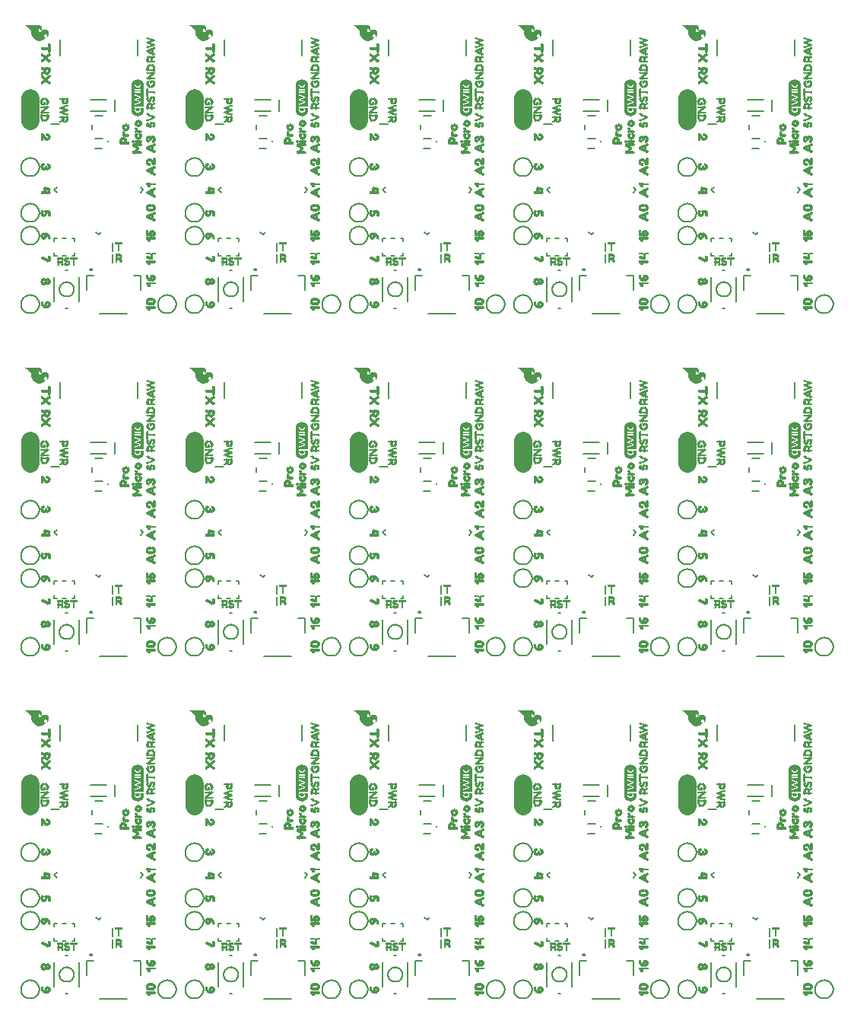
<source format=gto>
G75*
%MOIN*%
%OFA0B0*%
%FSLAX25Y25*%
%IPPOS*%
%LPD*%
%AMOC8*
5,1,8,0,0,1.08239X$1,22.5*
%
%ADD10C,0.00600*%
%ADD11C,0.08000*%
%ADD12C,0.00800*%
%ADD13C,0.01000*%
%ADD14C,0.00500*%
%ADD15R,0.00157X0.00315*%
%ADD16R,0.00157X0.00787*%
%ADD17R,0.00157X0.00945*%
%ADD18R,0.00157X0.01102*%
%ADD19R,0.00157X0.02992*%
%ADD20R,0.00157X0.03150*%
%ADD21R,0.00157X0.02677*%
%ADD22R,0.00157X0.03465*%
%ADD23R,0.00157X0.00472*%
%ADD24R,0.00157X0.03937*%
%ADD25R,0.00157X0.04094*%
%ADD26R,0.00157X0.01260*%
%ADD27R,0.00157X0.01417*%
%ADD28R,0.00157X0.03780*%
%ADD29R,0.00157X0.02362*%
%ADD30R,0.00157X0.02047*%
%ADD31R,0.00157X0.01732*%
%ADD32R,0.00157X0.02205*%
%ADD33R,0.00157X0.02520*%
%ADD34R,0.00157X0.02835*%
%ADD35R,0.00157X0.00630*%
%ADD36R,0.00157X0.00157*%
%ADD37R,0.00157X0.01575*%
%ADD38R,0.00157X0.01890*%
%ADD39R,0.00157X0.04567*%
%ADD40R,0.00157X0.03307*%
%ADD41R,0.00157X0.03622*%
%ADD42R,0.00118X0.00945*%
%ADD43R,0.00118X0.00157*%
%ADD44R,0.00118X0.00118*%
%ADD45R,0.00118X0.01102*%
%ADD46R,0.00157X0.01654*%
%ADD47R,0.00157X0.00709*%
%ADD48R,0.00157X0.00827*%
%ADD49R,0.00157X0.01929*%
%ADD50R,0.00118X0.02205*%
%ADD51R,0.00118X0.00827*%
%ADD52R,0.00118X0.02323*%
%ADD53R,0.00157X0.02480*%
%ADD54R,0.00157X0.00984*%
%ADD55R,0.00157X0.02598*%
%ADD56R,0.00118X0.02756*%
%ADD57R,0.00118X0.01220*%
%ADD58R,0.00118X0.00984*%
%ADD59R,0.00157X0.02756*%
%ADD60R,0.00157X0.01220*%
%ADD61R,0.00157X0.02874*%
%ADD62R,0.00118X0.01378*%
%ADD63R,0.00118X0.02874*%
%ADD64R,0.00157X0.00551*%
%ADD65R,0.00157X0.01496*%
%ADD66R,0.00157X0.01378*%
%ADD67R,0.00118X0.01654*%
%ADD68R,0.00118X0.01772*%
%ADD69R,0.00118X0.01496*%
%ADD70R,0.00118X0.02047*%
%ADD71R,0.00157X0.02087*%
%ADD72R,0.00118X0.01929*%
%ADD73R,0.00157X0.01811*%
%ADD74R,0.00118X0.01811*%
%ADD75R,0.00118X0.01535*%
%ADD76R,0.00118X0.03031*%
%ADD77R,0.00157X0.03031*%
%ADD78R,0.00118X0.02362*%
%ADD79R,0.00118X0.02480*%
%ADD80R,0.00118X0.00709*%
%ADD81R,0.00118X0.00669*%
%ADD82R,0.00157X0.00276*%
%ADD83R,0.01378X0.00118*%
%ADD84R,0.00984X0.00118*%
%ADD85R,0.03031X0.00118*%
%ADD86R,0.02087X0.00157*%
%ADD87R,0.01535X0.00157*%
%ADD88R,0.03425X0.00157*%
%ADD89R,0.02362X0.00118*%
%ADD90R,0.01929X0.00118*%
%ADD91R,0.03583X0.00118*%
%ADD92R,0.02480X0.00157*%
%ADD93R,0.03583X0.00157*%
%ADD94R,0.02638X0.00118*%
%ADD95R,0.02323X0.00118*%
%ADD96R,0.03425X0.00118*%
%ADD97R,0.02638X0.00157*%
%ADD98R,0.02205X0.00157*%
%ADD99R,0.03307X0.00157*%
%ADD100R,0.02756X0.00118*%
%ADD101R,0.01102X0.00118*%
%ADD102R,0.00827X0.00118*%
%ADD103R,0.00984X0.00157*%
%ADD104R,0.01102X0.00157*%
%ADD105R,0.00551X0.00157*%
%ADD106R,0.00945X0.00118*%
%ADD107R,0.01772X0.00157*%
%ADD108R,0.02047X0.00118*%
%ADD109R,0.02756X0.00157*%
%ADD110R,0.01811X0.00157*%
%ADD111R,0.02480X0.00118*%
%ADD112R,0.00433X0.00118*%
%ADD113R,0.00669X0.00157*%
%ADD114R,0.00945X0.00157*%
%ADD115R,0.02323X0.00157*%
%ADD116R,0.02087X0.00118*%
%ADD117R,0.00827X0.00157*%
%ADD118R,0.00669X0.00118*%
%ADD119R,0.00551X0.00118*%
%ADD120R,0.01220X0.00118*%
%ADD121C,0.00050*%
%ADD122R,0.02047X0.00157*%
%ADD123R,0.02598X0.00118*%
%ADD124R,0.02598X0.00157*%
%ADD125R,0.00118X0.00276*%
%ADD126R,0.00157X0.00669*%
%ADD127R,0.00118X0.02638*%
%ADD128R,0.00118X0.01260*%
%ADD129R,0.00157X0.01535*%
%ADD130R,0.00157X0.01772*%
%ADD131R,0.00157X0.02638*%
%ADD132R,0.00118X0.03307*%
%ADD133R,0.00118X0.00433*%
%ADD134R,0.02874X0.00118*%
%ADD135R,0.03189X0.00157*%
%ADD136R,0.00157X0.03425*%
%ADD137R,0.00118X0.03583*%
%ADD138R,0.00157X0.03583*%
%ADD139R,0.00118X0.03425*%
%ADD140R,0.00157X0.02323*%
%ADD141R,0.00118X0.02087*%
%ADD142R,0.00118X0.00551*%
%ADD143R,0.00157X0.00118*%
%ADD144C,0.00300*%
%ADD145R,0.00118X0.02598*%
%ADD146R,0.00157X0.03858*%
%ADD147R,0.00118X0.03858*%
%ADD148R,0.00118X0.00394*%
D10*
X0027500Y0076750D02*
X0027502Y0076876D01*
X0027508Y0077002D01*
X0027518Y0077128D01*
X0027532Y0077254D01*
X0027550Y0077379D01*
X0027572Y0077503D01*
X0027597Y0077627D01*
X0027627Y0077750D01*
X0027660Y0077871D01*
X0027698Y0077992D01*
X0027739Y0078111D01*
X0027784Y0078230D01*
X0027832Y0078346D01*
X0027884Y0078461D01*
X0027940Y0078574D01*
X0028000Y0078686D01*
X0028063Y0078795D01*
X0028129Y0078903D01*
X0028198Y0079008D01*
X0028271Y0079111D01*
X0028348Y0079212D01*
X0028427Y0079310D01*
X0028509Y0079406D01*
X0028595Y0079499D01*
X0028683Y0079590D01*
X0028774Y0079677D01*
X0028868Y0079762D01*
X0028964Y0079843D01*
X0029063Y0079922D01*
X0029164Y0079997D01*
X0029268Y0080069D01*
X0029374Y0080138D01*
X0029482Y0080204D01*
X0029592Y0080266D01*
X0029704Y0080324D01*
X0029817Y0080379D01*
X0029933Y0080430D01*
X0030050Y0080478D01*
X0030168Y0080522D01*
X0030288Y0080562D01*
X0030409Y0080598D01*
X0030531Y0080631D01*
X0030654Y0080660D01*
X0030778Y0080684D01*
X0030902Y0080705D01*
X0031027Y0080722D01*
X0031153Y0080735D01*
X0031279Y0080744D01*
X0031405Y0080749D01*
X0031532Y0080750D01*
X0031658Y0080747D01*
X0031784Y0080740D01*
X0031910Y0080729D01*
X0032035Y0080714D01*
X0032160Y0080695D01*
X0032284Y0080672D01*
X0032408Y0080646D01*
X0032530Y0080615D01*
X0032652Y0080581D01*
X0032772Y0080542D01*
X0032891Y0080500D01*
X0033009Y0080455D01*
X0033125Y0080405D01*
X0033240Y0080352D01*
X0033352Y0080295D01*
X0033463Y0080235D01*
X0033572Y0080171D01*
X0033679Y0080104D01*
X0033784Y0080034D01*
X0033887Y0079960D01*
X0033987Y0079883D01*
X0034085Y0079803D01*
X0034180Y0079720D01*
X0034272Y0079634D01*
X0034362Y0079545D01*
X0034449Y0079453D01*
X0034532Y0079359D01*
X0034613Y0079262D01*
X0034691Y0079162D01*
X0034766Y0079060D01*
X0034837Y0078956D01*
X0034905Y0078849D01*
X0034969Y0078741D01*
X0035030Y0078630D01*
X0035088Y0078518D01*
X0035142Y0078404D01*
X0035192Y0078288D01*
X0035239Y0078171D01*
X0035282Y0078052D01*
X0035321Y0077932D01*
X0035357Y0077811D01*
X0035388Y0077688D01*
X0035416Y0077565D01*
X0035440Y0077441D01*
X0035460Y0077316D01*
X0035476Y0077191D01*
X0035488Y0077065D01*
X0035496Y0076939D01*
X0035500Y0076813D01*
X0035500Y0076687D01*
X0035496Y0076561D01*
X0035488Y0076435D01*
X0035476Y0076309D01*
X0035460Y0076184D01*
X0035440Y0076059D01*
X0035416Y0075935D01*
X0035388Y0075812D01*
X0035357Y0075689D01*
X0035321Y0075568D01*
X0035282Y0075448D01*
X0035239Y0075329D01*
X0035192Y0075212D01*
X0035142Y0075096D01*
X0035088Y0074982D01*
X0035030Y0074870D01*
X0034969Y0074759D01*
X0034905Y0074651D01*
X0034837Y0074544D01*
X0034766Y0074440D01*
X0034691Y0074338D01*
X0034613Y0074238D01*
X0034532Y0074141D01*
X0034449Y0074047D01*
X0034362Y0073955D01*
X0034272Y0073866D01*
X0034180Y0073780D01*
X0034085Y0073697D01*
X0033987Y0073617D01*
X0033887Y0073540D01*
X0033784Y0073466D01*
X0033679Y0073396D01*
X0033572Y0073329D01*
X0033463Y0073265D01*
X0033352Y0073205D01*
X0033240Y0073148D01*
X0033125Y0073095D01*
X0033009Y0073045D01*
X0032891Y0073000D01*
X0032772Y0072958D01*
X0032652Y0072919D01*
X0032530Y0072885D01*
X0032408Y0072854D01*
X0032284Y0072828D01*
X0032160Y0072805D01*
X0032035Y0072786D01*
X0031910Y0072771D01*
X0031784Y0072760D01*
X0031658Y0072753D01*
X0031532Y0072750D01*
X0031405Y0072751D01*
X0031279Y0072756D01*
X0031153Y0072765D01*
X0031027Y0072778D01*
X0030902Y0072795D01*
X0030778Y0072816D01*
X0030654Y0072840D01*
X0030531Y0072869D01*
X0030409Y0072902D01*
X0030288Y0072938D01*
X0030168Y0072978D01*
X0030050Y0073022D01*
X0029933Y0073070D01*
X0029817Y0073121D01*
X0029704Y0073176D01*
X0029592Y0073234D01*
X0029482Y0073296D01*
X0029374Y0073362D01*
X0029268Y0073431D01*
X0029164Y0073503D01*
X0029063Y0073578D01*
X0028964Y0073657D01*
X0028868Y0073738D01*
X0028774Y0073823D01*
X0028683Y0073910D01*
X0028595Y0074001D01*
X0028509Y0074094D01*
X0028427Y0074190D01*
X0028348Y0074288D01*
X0028271Y0074389D01*
X0028198Y0074492D01*
X0028129Y0074597D01*
X0028063Y0074705D01*
X0028000Y0074814D01*
X0027940Y0074926D01*
X0027884Y0075039D01*
X0027832Y0075154D01*
X0027784Y0075270D01*
X0027739Y0075389D01*
X0027698Y0075508D01*
X0027660Y0075629D01*
X0027627Y0075750D01*
X0027597Y0075873D01*
X0027572Y0075997D01*
X0027550Y0076121D01*
X0027532Y0076246D01*
X0027518Y0076372D01*
X0027508Y0076498D01*
X0027502Y0076624D01*
X0027500Y0076750D01*
X0027500Y0106750D02*
X0027502Y0106876D01*
X0027508Y0107002D01*
X0027518Y0107128D01*
X0027532Y0107254D01*
X0027550Y0107379D01*
X0027572Y0107503D01*
X0027597Y0107627D01*
X0027627Y0107750D01*
X0027660Y0107871D01*
X0027698Y0107992D01*
X0027739Y0108111D01*
X0027784Y0108230D01*
X0027832Y0108346D01*
X0027884Y0108461D01*
X0027940Y0108574D01*
X0028000Y0108686D01*
X0028063Y0108795D01*
X0028129Y0108903D01*
X0028198Y0109008D01*
X0028271Y0109111D01*
X0028348Y0109212D01*
X0028427Y0109310D01*
X0028509Y0109406D01*
X0028595Y0109499D01*
X0028683Y0109590D01*
X0028774Y0109677D01*
X0028868Y0109762D01*
X0028964Y0109843D01*
X0029063Y0109922D01*
X0029164Y0109997D01*
X0029268Y0110069D01*
X0029374Y0110138D01*
X0029482Y0110204D01*
X0029592Y0110266D01*
X0029704Y0110324D01*
X0029817Y0110379D01*
X0029933Y0110430D01*
X0030050Y0110478D01*
X0030168Y0110522D01*
X0030288Y0110562D01*
X0030409Y0110598D01*
X0030531Y0110631D01*
X0030654Y0110660D01*
X0030778Y0110684D01*
X0030902Y0110705D01*
X0031027Y0110722D01*
X0031153Y0110735D01*
X0031279Y0110744D01*
X0031405Y0110749D01*
X0031532Y0110750D01*
X0031658Y0110747D01*
X0031784Y0110740D01*
X0031910Y0110729D01*
X0032035Y0110714D01*
X0032160Y0110695D01*
X0032284Y0110672D01*
X0032408Y0110646D01*
X0032530Y0110615D01*
X0032652Y0110581D01*
X0032772Y0110542D01*
X0032891Y0110500D01*
X0033009Y0110455D01*
X0033125Y0110405D01*
X0033240Y0110352D01*
X0033352Y0110295D01*
X0033463Y0110235D01*
X0033572Y0110171D01*
X0033679Y0110104D01*
X0033784Y0110034D01*
X0033887Y0109960D01*
X0033987Y0109883D01*
X0034085Y0109803D01*
X0034180Y0109720D01*
X0034272Y0109634D01*
X0034362Y0109545D01*
X0034449Y0109453D01*
X0034532Y0109359D01*
X0034613Y0109262D01*
X0034691Y0109162D01*
X0034766Y0109060D01*
X0034837Y0108956D01*
X0034905Y0108849D01*
X0034969Y0108741D01*
X0035030Y0108630D01*
X0035088Y0108518D01*
X0035142Y0108404D01*
X0035192Y0108288D01*
X0035239Y0108171D01*
X0035282Y0108052D01*
X0035321Y0107932D01*
X0035357Y0107811D01*
X0035388Y0107688D01*
X0035416Y0107565D01*
X0035440Y0107441D01*
X0035460Y0107316D01*
X0035476Y0107191D01*
X0035488Y0107065D01*
X0035496Y0106939D01*
X0035500Y0106813D01*
X0035500Y0106687D01*
X0035496Y0106561D01*
X0035488Y0106435D01*
X0035476Y0106309D01*
X0035460Y0106184D01*
X0035440Y0106059D01*
X0035416Y0105935D01*
X0035388Y0105812D01*
X0035357Y0105689D01*
X0035321Y0105568D01*
X0035282Y0105448D01*
X0035239Y0105329D01*
X0035192Y0105212D01*
X0035142Y0105096D01*
X0035088Y0104982D01*
X0035030Y0104870D01*
X0034969Y0104759D01*
X0034905Y0104651D01*
X0034837Y0104544D01*
X0034766Y0104440D01*
X0034691Y0104338D01*
X0034613Y0104238D01*
X0034532Y0104141D01*
X0034449Y0104047D01*
X0034362Y0103955D01*
X0034272Y0103866D01*
X0034180Y0103780D01*
X0034085Y0103697D01*
X0033987Y0103617D01*
X0033887Y0103540D01*
X0033784Y0103466D01*
X0033679Y0103396D01*
X0033572Y0103329D01*
X0033463Y0103265D01*
X0033352Y0103205D01*
X0033240Y0103148D01*
X0033125Y0103095D01*
X0033009Y0103045D01*
X0032891Y0103000D01*
X0032772Y0102958D01*
X0032652Y0102919D01*
X0032530Y0102885D01*
X0032408Y0102854D01*
X0032284Y0102828D01*
X0032160Y0102805D01*
X0032035Y0102786D01*
X0031910Y0102771D01*
X0031784Y0102760D01*
X0031658Y0102753D01*
X0031532Y0102750D01*
X0031405Y0102751D01*
X0031279Y0102756D01*
X0031153Y0102765D01*
X0031027Y0102778D01*
X0030902Y0102795D01*
X0030778Y0102816D01*
X0030654Y0102840D01*
X0030531Y0102869D01*
X0030409Y0102902D01*
X0030288Y0102938D01*
X0030168Y0102978D01*
X0030050Y0103022D01*
X0029933Y0103070D01*
X0029817Y0103121D01*
X0029704Y0103176D01*
X0029592Y0103234D01*
X0029482Y0103296D01*
X0029374Y0103362D01*
X0029268Y0103431D01*
X0029164Y0103503D01*
X0029063Y0103578D01*
X0028964Y0103657D01*
X0028868Y0103738D01*
X0028774Y0103823D01*
X0028683Y0103910D01*
X0028595Y0104001D01*
X0028509Y0104094D01*
X0028427Y0104190D01*
X0028348Y0104288D01*
X0028271Y0104389D01*
X0028198Y0104492D01*
X0028129Y0104597D01*
X0028063Y0104705D01*
X0028000Y0104814D01*
X0027940Y0104926D01*
X0027884Y0105039D01*
X0027832Y0105154D01*
X0027784Y0105270D01*
X0027739Y0105389D01*
X0027698Y0105508D01*
X0027660Y0105629D01*
X0027627Y0105750D01*
X0027597Y0105873D01*
X0027572Y0105997D01*
X0027550Y0106121D01*
X0027532Y0106246D01*
X0027518Y0106372D01*
X0027508Y0106498D01*
X0027502Y0106624D01*
X0027500Y0106750D01*
X0027500Y0116750D02*
X0027502Y0116876D01*
X0027508Y0117002D01*
X0027518Y0117128D01*
X0027532Y0117254D01*
X0027550Y0117379D01*
X0027572Y0117503D01*
X0027597Y0117627D01*
X0027627Y0117750D01*
X0027660Y0117871D01*
X0027698Y0117992D01*
X0027739Y0118111D01*
X0027784Y0118230D01*
X0027832Y0118346D01*
X0027884Y0118461D01*
X0027940Y0118574D01*
X0028000Y0118686D01*
X0028063Y0118795D01*
X0028129Y0118903D01*
X0028198Y0119008D01*
X0028271Y0119111D01*
X0028348Y0119212D01*
X0028427Y0119310D01*
X0028509Y0119406D01*
X0028595Y0119499D01*
X0028683Y0119590D01*
X0028774Y0119677D01*
X0028868Y0119762D01*
X0028964Y0119843D01*
X0029063Y0119922D01*
X0029164Y0119997D01*
X0029268Y0120069D01*
X0029374Y0120138D01*
X0029482Y0120204D01*
X0029592Y0120266D01*
X0029704Y0120324D01*
X0029817Y0120379D01*
X0029933Y0120430D01*
X0030050Y0120478D01*
X0030168Y0120522D01*
X0030288Y0120562D01*
X0030409Y0120598D01*
X0030531Y0120631D01*
X0030654Y0120660D01*
X0030778Y0120684D01*
X0030902Y0120705D01*
X0031027Y0120722D01*
X0031153Y0120735D01*
X0031279Y0120744D01*
X0031405Y0120749D01*
X0031532Y0120750D01*
X0031658Y0120747D01*
X0031784Y0120740D01*
X0031910Y0120729D01*
X0032035Y0120714D01*
X0032160Y0120695D01*
X0032284Y0120672D01*
X0032408Y0120646D01*
X0032530Y0120615D01*
X0032652Y0120581D01*
X0032772Y0120542D01*
X0032891Y0120500D01*
X0033009Y0120455D01*
X0033125Y0120405D01*
X0033240Y0120352D01*
X0033352Y0120295D01*
X0033463Y0120235D01*
X0033572Y0120171D01*
X0033679Y0120104D01*
X0033784Y0120034D01*
X0033887Y0119960D01*
X0033987Y0119883D01*
X0034085Y0119803D01*
X0034180Y0119720D01*
X0034272Y0119634D01*
X0034362Y0119545D01*
X0034449Y0119453D01*
X0034532Y0119359D01*
X0034613Y0119262D01*
X0034691Y0119162D01*
X0034766Y0119060D01*
X0034837Y0118956D01*
X0034905Y0118849D01*
X0034969Y0118741D01*
X0035030Y0118630D01*
X0035088Y0118518D01*
X0035142Y0118404D01*
X0035192Y0118288D01*
X0035239Y0118171D01*
X0035282Y0118052D01*
X0035321Y0117932D01*
X0035357Y0117811D01*
X0035388Y0117688D01*
X0035416Y0117565D01*
X0035440Y0117441D01*
X0035460Y0117316D01*
X0035476Y0117191D01*
X0035488Y0117065D01*
X0035496Y0116939D01*
X0035500Y0116813D01*
X0035500Y0116687D01*
X0035496Y0116561D01*
X0035488Y0116435D01*
X0035476Y0116309D01*
X0035460Y0116184D01*
X0035440Y0116059D01*
X0035416Y0115935D01*
X0035388Y0115812D01*
X0035357Y0115689D01*
X0035321Y0115568D01*
X0035282Y0115448D01*
X0035239Y0115329D01*
X0035192Y0115212D01*
X0035142Y0115096D01*
X0035088Y0114982D01*
X0035030Y0114870D01*
X0034969Y0114759D01*
X0034905Y0114651D01*
X0034837Y0114544D01*
X0034766Y0114440D01*
X0034691Y0114338D01*
X0034613Y0114238D01*
X0034532Y0114141D01*
X0034449Y0114047D01*
X0034362Y0113955D01*
X0034272Y0113866D01*
X0034180Y0113780D01*
X0034085Y0113697D01*
X0033987Y0113617D01*
X0033887Y0113540D01*
X0033784Y0113466D01*
X0033679Y0113396D01*
X0033572Y0113329D01*
X0033463Y0113265D01*
X0033352Y0113205D01*
X0033240Y0113148D01*
X0033125Y0113095D01*
X0033009Y0113045D01*
X0032891Y0113000D01*
X0032772Y0112958D01*
X0032652Y0112919D01*
X0032530Y0112885D01*
X0032408Y0112854D01*
X0032284Y0112828D01*
X0032160Y0112805D01*
X0032035Y0112786D01*
X0031910Y0112771D01*
X0031784Y0112760D01*
X0031658Y0112753D01*
X0031532Y0112750D01*
X0031405Y0112751D01*
X0031279Y0112756D01*
X0031153Y0112765D01*
X0031027Y0112778D01*
X0030902Y0112795D01*
X0030778Y0112816D01*
X0030654Y0112840D01*
X0030531Y0112869D01*
X0030409Y0112902D01*
X0030288Y0112938D01*
X0030168Y0112978D01*
X0030050Y0113022D01*
X0029933Y0113070D01*
X0029817Y0113121D01*
X0029704Y0113176D01*
X0029592Y0113234D01*
X0029482Y0113296D01*
X0029374Y0113362D01*
X0029268Y0113431D01*
X0029164Y0113503D01*
X0029063Y0113578D01*
X0028964Y0113657D01*
X0028868Y0113738D01*
X0028774Y0113823D01*
X0028683Y0113910D01*
X0028595Y0114001D01*
X0028509Y0114094D01*
X0028427Y0114190D01*
X0028348Y0114288D01*
X0028271Y0114389D01*
X0028198Y0114492D01*
X0028129Y0114597D01*
X0028063Y0114705D01*
X0028000Y0114814D01*
X0027940Y0114926D01*
X0027884Y0115039D01*
X0027832Y0115154D01*
X0027784Y0115270D01*
X0027739Y0115389D01*
X0027698Y0115508D01*
X0027660Y0115629D01*
X0027627Y0115750D01*
X0027597Y0115873D01*
X0027572Y0115997D01*
X0027550Y0116121D01*
X0027532Y0116246D01*
X0027518Y0116372D01*
X0027508Y0116498D01*
X0027502Y0116624D01*
X0027500Y0116750D01*
X0027500Y0136750D02*
X0027502Y0136876D01*
X0027508Y0137002D01*
X0027518Y0137128D01*
X0027532Y0137254D01*
X0027550Y0137379D01*
X0027572Y0137503D01*
X0027597Y0137627D01*
X0027627Y0137750D01*
X0027660Y0137871D01*
X0027698Y0137992D01*
X0027739Y0138111D01*
X0027784Y0138230D01*
X0027832Y0138346D01*
X0027884Y0138461D01*
X0027940Y0138574D01*
X0028000Y0138686D01*
X0028063Y0138795D01*
X0028129Y0138903D01*
X0028198Y0139008D01*
X0028271Y0139111D01*
X0028348Y0139212D01*
X0028427Y0139310D01*
X0028509Y0139406D01*
X0028595Y0139499D01*
X0028683Y0139590D01*
X0028774Y0139677D01*
X0028868Y0139762D01*
X0028964Y0139843D01*
X0029063Y0139922D01*
X0029164Y0139997D01*
X0029268Y0140069D01*
X0029374Y0140138D01*
X0029482Y0140204D01*
X0029592Y0140266D01*
X0029704Y0140324D01*
X0029817Y0140379D01*
X0029933Y0140430D01*
X0030050Y0140478D01*
X0030168Y0140522D01*
X0030288Y0140562D01*
X0030409Y0140598D01*
X0030531Y0140631D01*
X0030654Y0140660D01*
X0030778Y0140684D01*
X0030902Y0140705D01*
X0031027Y0140722D01*
X0031153Y0140735D01*
X0031279Y0140744D01*
X0031405Y0140749D01*
X0031532Y0140750D01*
X0031658Y0140747D01*
X0031784Y0140740D01*
X0031910Y0140729D01*
X0032035Y0140714D01*
X0032160Y0140695D01*
X0032284Y0140672D01*
X0032408Y0140646D01*
X0032530Y0140615D01*
X0032652Y0140581D01*
X0032772Y0140542D01*
X0032891Y0140500D01*
X0033009Y0140455D01*
X0033125Y0140405D01*
X0033240Y0140352D01*
X0033352Y0140295D01*
X0033463Y0140235D01*
X0033572Y0140171D01*
X0033679Y0140104D01*
X0033784Y0140034D01*
X0033887Y0139960D01*
X0033987Y0139883D01*
X0034085Y0139803D01*
X0034180Y0139720D01*
X0034272Y0139634D01*
X0034362Y0139545D01*
X0034449Y0139453D01*
X0034532Y0139359D01*
X0034613Y0139262D01*
X0034691Y0139162D01*
X0034766Y0139060D01*
X0034837Y0138956D01*
X0034905Y0138849D01*
X0034969Y0138741D01*
X0035030Y0138630D01*
X0035088Y0138518D01*
X0035142Y0138404D01*
X0035192Y0138288D01*
X0035239Y0138171D01*
X0035282Y0138052D01*
X0035321Y0137932D01*
X0035357Y0137811D01*
X0035388Y0137688D01*
X0035416Y0137565D01*
X0035440Y0137441D01*
X0035460Y0137316D01*
X0035476Y0137191D01*
X0035488Y0137065D01*
X0035496Y0136939D01*
X0035500Y0136813D01*
X0035500Y0136687D01*
X0035496Y0136561D01*
X0035488Y0136435D01*
X0035476Y0136309D01*
X0035460Y0136184D01*
X0035440Y0136059D01*
X0035416Y0135935D01*
X0035388Y0135812D01*
X0035357Y0135689D01*
X0035321Y0135568D01*
X0035282Y0135448D01*
X0035239Y0135329D01*
X0035192Y0135212D01*
X0035142Y0135096D01*
X0035088Y0134982D01*
X0035030Y0134870D01*
X0034969Y0134759D01*
X0034905Y0134651D01*
X0034837Y0134544D01*
X0034766Y0134440D01*
X0034691Y0134338D01*
X0034613Y0134238D01*
X0034532Y0134141D01*
X0034449Y0134047D01*
X0034362Y0133955D01*
X0034272Y0133866D01*
X0034180Y0133780D01*
X0034085Y0133697D01*
X0033987Y0133617D01*
X0033887Y0133540D01*
X0033784Y0133466D01*
X0033679Y0133396D01*
X0033572Y0133329D01*
X0033463Y0133265D01*
X0033352Y0133205D01*
X0033240Y0133148D01*
X0033125Y0133095D01*
X0033009Y0133045D01*
X0032891Y0133000D01*
X0032772Y0132958D01*
X0032652Y0132919D01*
X0032530Y0132885D01*
X0032408Y0132854D01*
X0032284Y0132828D01*
X0032160Y0132805D01*
X0032035Y0132786D01*
X0031910Y0132771D01*
X0031784Y0132760D01*
X0031658Y0132753D01*
X0031532Y0132750D01*
X0031405Y0132751D01*
X0031279Y0132756D01*
X0031153Y0132765D01*
X0031027Y0132778D01*
X0030902Y0132795D01*
X0030778Y0132816D01*
X0030654Y0132840D01*
X0030531Y0132869D01*
X0030409Y0132902D01*
X0030288Y0132938D01*
X0030168Y0132978D01*
X0030050Y0133022D01*
X0029933Y0133070D01*
X0029817Y0133121D01*
X0029704Y0133176D01*
X0029592Y0133234D01*
X0029482Y0133296D01*
X0029374Y0133362D01*
X0029268Y0133431D01*
X0029164Y0133503D01*
X0029063Y0133578D01*
X0028964Y0133657D01*
X0028868Y0133738D01*
X0028774Y0133823D01*
X0028683Y0133910D01*
X0028595Y0134001D01*
X0028509Y0134094D01*
X0028427Y0134190D01*
X0028348Y0134288D01*
X0028271Y0134389D01*
X0028198Y0134492D01*
X0028129Y0134597D01*
X0028063Y0134705D01*
X0028000Y0134814D01*
X0027940Y0134926D01*
X0027884Y0135039D01*
X0027832Y0135154D01*
X0027784Y0135270D01*
X0027739Y0135389D01*
X0027698Y0135508D01*
X0027660Y0135629D01*
X0027627Y0135750D01*
X0027597Y0135873D01*
X0027572Y0135997D01*
X0027550Y0136121D01*
X0027532Y0136246D01*
X0027518Y0136372D01*
X0027508Y0136498D01*
X0027502Y0136624D01*
X0027500Y0136750D01*
X0027500Y0226750D02*
X0027502Y0226876D01*
X0027508Y0227002D01*
X0027518Y0227128D01*
X0027532Y0227254D01*
X0027550Y0227379D01*
X0027572Y0227503D01*
X0027597Y0227627D01*
X0027627Y0227750D01*
X0027660Y0227871D01*
X0027698Y0227992D01*
X0027739Y0228111D01*
X0027784Y0228230D01*
X0027832Y0228346D01*
X0027884Y0228461D01*
X0027940Y0228574D01*
X0028000Y0228686D01*
X0028063Y0228795D01*
X0028129Y0228903D01*
X0028198Y0229008D01*
X0028271Y0229111D01*
X0028348Y0229212D01*
X0028427Y0229310D01*
X0028509Y0229406D01*
X0028595Y0229499D01*
X0028683Y0229590D01*
X0028774Y0229677D01*
X0028868Y0229762D01*
X0028964Y0229843D01*
X0029063Y0229922D01*
X0029164Y0229997D01*
X0029268Y0230069D01*
X0029374Y0230138D01*
X0029482Y0230204D01*
X0029592Y0230266D01*
X0029704Y0230324D01*
X0029817Y0230379D01*
X0029933Y0230430D01*
X0030050Y0230478D01*
X0030168Y0230522D01*
X0030288Y0230562D01*
X0030409Y0230598D01*
X0030531Y0230631D01*
X0030654Y0230660D01*
X0030778Y0230684D01*
X0030902Y0230705D01*
X0031027Y0230722D01*
X0031153Y0230735D01*
X0031279Y0230744D01*
X0031405Y0230749D01*
X0031532Y0230750D01*
X0031658Y0230747D01*
X0031784Y0230740D01*
X0031910Y0230729D01*
X0032035Y0230714D01*
X0032160Y0230695D01*
X0032284Y0230672D01*
X0032408Y0230646D01*
X0032530Y0230615D01*
X0032652Y0230581D01*
X0032772Y0230542D01*
X0032891Y0230500D01*
X0033009Y0230455D01*
X0033125Y0230405D01*
X0033240Y0230352D01*
X0033352Y0230295D01*
X0033463Y0230235D01*
X0033572Y0230171D01*
X0033679Y0230104D01*
X0033784Y0230034D01*
X0033887Y0229960D01*
X0033987Y0229883D01*
X0034085Y0229803D01*
X0034180Y0229720D01*
X0034272Y0229634D01*
X0034362Y0229545D01*
X0034449Y0229453D01*
X0034532Y0229359D01*
X0034613Y0229262D01*
X0034691Y0229162D01*
X0034766Y0229060D01*
X0034837Y0228956D01*
X0034905Y0228849D01*
X0034969Y0228741D01*
X0035030Y0228630D01*
X0035088Y0228518D01*
X0035142Y0228404D01*
X0035192Y0228288D01*
X0035239Y0228171D01*
X0035282Y0228052D01*
X0035321Y0227932D01*
X0035357Y0227811D01*
X0035388Y0227688D01*
X0035416Y0227565D01*
X0035440Y0227441D01*
X0035460Y0227316D01*
X0035476Y0227191D01*
X0035488Y0227065D01*
X0035496Y0226939D01*
X0035500Y0226813D01*
X0035500Y0226687D01*
X0035496Y0226561D01*
X0035488Y0226435D01*
X0035476Y0226309D01*
X0035460Y0226184D01*
X0035440Y0226059D01*
X0035416Y0225935D01*
X0035388Y0225812D01*
X0035357Y0225689D01*
X0035321Y0225568D01*
X0035282Y0225448D01*
X0035239Y0225329D01*
X0035192Y0225212D01*
X0035142Y0225096D01*
X0035088Y0224982D01*
X0035030Y0224870D01*
X0034969Y0224759D01*
X0034905Y0224651D01*
X0034837Y0224544D01*
X0034766Y0224440D01*
X0034691Y0224338D01*
X0034613Y0224238D01*
X0034532Y0224141D01*
X0034449Y0224047D01*
X0034362Y0223955D01*
X0034272Y0223866D01*
X0034180Y0223780D01*
X0034085Y0223697D01*
X0033987Y0223617D01*
X0033887Y0223540D01*
X0033784Y0223466D01*
X0033679Y0223396D01*
X0033572Y0223329D01*
X0033463Y0223265D01*
X0033352Y0223205D01*
X0033240Y0223148D01*
X0033125Y0223095D01*
X0033009Y0223045D01*
X0032891Y0223000D01*
X0032772Y0222958D01*
X0032652Y0222919D01*
X0032530Y0222885D01*
X0032408Y0222854D01*
X0032284Y0222828D01*
X0032160Y0222805D01*
X0032035Y0222786D01*
X0031910Y0222771D01*
X0031784Y0222760D01*
X0031658Y0222753D01*
X0031532Y0222750D01*
X0031405Y0222751D01*
X0031279Y0222756D01*
X0031153Y0222765D01*
X0031027Y0222778D01*
X0030902Y0222795D01*
X0030778Y0222816D01*
X0030654Y0222840D01*
X0030531Y0222869D01*
X0030409Y0222902D01*
X0030288Y0222938D01*
X0030168Y0222978D01*
X0030050Y0223022D01*
X0029933Y0223070D01*
X0029817Y0223121D01*
X0029704Y0223176D01*
X0029592Y0223234D01*
X0029482Y0223296D01*
X0029374Y0223362D01*
X0029268Y0223431D01*
X0029164Y0223503D01*
X0029063Y0223578D01*
X0028964Y0223657D01*
X0028868Y0223738D01*
X0028774Y0223823D01*
X0028683Y0223910D01*
X0028595Y0224001D01*
X0028509Y0224094D01*
X0028427Y0224190D01*
X0028348Y0224288D01*
X0028271Y0224389D01*
X0028198Y0224492D01*
X0028129Y0224597D01*
X0028063Y0224705D01*
X0028000Y0224814D01*
X0027940Y0224926D01*
X0027884Y0225039D01*
X0027832Y0225154D01*
X0027784Y0225270D01*
X0027739Y0225389D01*
X0027698Y0225508D01*
X0027660Y0225629D01*
X0027627Y0225750D01*
X0027597Y0225873D01*
X0027572Y0225997D01*
X0027550Y0226121D01*
X0027532Y0226246D01*
X0027518Y0226372D01*
X0027508Y0226498D01*
X0027502Y0226624D01*
X0027500Y0226750D01*
X0027500Y0256750D02*
X0027502Y0256876D01*
X0027508Y0257002D01*
X0027518Y0257128D01*
X0027532Y0257254D01*
X0027550Y0257379D01*
X0027572Y0257503D01*
X0027597Y0257627D01*
X0027627Y0257750D01*
X0027660Y0257871D01*
X0027698Y0257992D01*
X0027739Y0258111D01*
X0027784Y0258230D01*
X0027832Y0258346D01*
X0027884Y0258461D01*
X0027940Y0258574D01*
X0028000Y0258686D01*
X0028063Y0258795D01*
X0028129Y0258903D01*
X0028198Y0259008D01*
X0028271Y0259111D01*
X0028348Y0259212D01*
X0028427Y0259310D01*
X0028509Y0259406D01*
X0028595Y0259499D01*
X0028683Y0259590D01*
X0028774Y0259677D01*
X0028868Y0259762D01*
X0028964Y0259843D01*
X0029063Y0259922D01*
X0029164Y0259997D01*
X0029268Y0260069D01*
X0029374Y0260138D01*
X0029482Y0260204D01*
X0029592Y0260266D01*
X0029704Y0260324D01*
X0029817Y0260379D01*
X0029933Y0260430D01*
X0030050Y0260478D01*
X0030168Y0260522D01*
X0030288Y0260562D01*
X0030409Y0260598D01*
X0030531Y0260631D01*
X0030654Y0260660D01*
X0030778Y0260684D01*
X0030902Y0260705D01*
X0031027Y0260722D01*
X0031153Y0260735D01*
X0031279Y0260744D01*
X0031405Y0260749D01*
X0031532Y0260750D01*
X0031658Y0260747D01*
X0031784Y0260740D01*
X0031910Y0260729D01*
X0032035Y0260714D01*
X0032160Y0260695D01*
X0032284Y0260672D01*
X0032408Y0260646D01*
X0032530Y0260615D01*
X0032652Y0260581D01*
X0032772Y0260542D01*
X0032891Y0260500D01*
X0033009Y0260455D01*
X0033125Y0260405D01*
X0033240Y0260352D01*
X0033352Y0260295D01*
X0033463Y0260235D01*
X0033572Y0260171D01*
X0033679Y0260104D01*
X0033784Y0260034D01*
X0033887Y0259960D01*
X0033987Y0259883D01*
X0034085Y0259803D01*
X0034180Y0259720D01*
X0034272Y0259634D01*
X0034362Y0259545D01*
X0034449Y0259453D01*
X0034532Y0259359D01*
X0034613Y0259262D01*
X0034691Y0259162D01*
X0034766Y0259060D01*
X0034837Y0258956D01*
X0034905Y0258849D01*
X0034969Y0258741D01*
X0035030Y0258630D01*
X0035088Y0258518D01*
X0035142Y0258404D01*
X0035192Y0258288D01*
X0035239Y0258171D01*
X0035282Y0258052D01*
X0035321Y0257932D01*
X0035357Y0257811D01*
X0035388Y0257688D01*
X0035416Y0257565D01*
X0035440Y0257441D01*
X0035460Y0257316D01*
X0035476Y0257191D01*
X0035488Y0257065D01*
X0035496Y0256939D01*
X0035500Y0256813D01*
X0035500Y0256687D01*
X0035496Y0256561D01*
X0035488Y0256435D01*
X0035476Y0256309D01*
X0035460Y0256184D01*
X0035440Y0256059D01*
X0035416Y0255935D01*
X0035388Y0255812D01*
X0035357Y0255689D01*
X0035321Y0255568D01*
X0035282Y0255448D01*
X0035239Y0255329D01*
X0035192Y0255212D01*
X0035142Y0255096D01*
X0035088Y0254982D01*
X0035030Y0254870D01*
X0034969Y0254759D01*
X0034905Y0254651D01*
X0034837Y0254544D01*
X0034766Y0254440D01*
X0034691Y0254338D01*
X0034613Y0254238D01*
X0034532Y0254141D01*
X0034449Y0254047D01*
X0034362Y0253955D01*
X0034272Y0253866D01*
X0034180Y0253780D01*
X0034085Y0253697D01*
X0033987Y0253617D01*
X0033887Y0253540D01*
X0033784Y0253466D01*
X0033679Y0253396D01*
X0033572Y0253329D01*
X0033463Y0253265D01*
X0033352Y0253205D01*
X0033240Y0253148D01*
X0033125Y0253095D01*
X0033009Y0253045D01*
X0032891Y0253000D01*
X0032772Y0252958D01*
X0032652Y0252919D01*
X0032530Y0252885D01*
X0032408Y0252854D01*
X0032284Y0252828D01*
X0032160Y0252805D01*
X0032035Y0252786D01*
X0031910Y0252771D01*
X0031784Y0252760D01*
X0031658Y0252753D01*
X0031532Y0252750D01*
X0031405Y0252751D01*
X0031279Y0252756D01*
X0031153Y0252765D01*
X0031027Y0252778D01*
X0030902Y0252795D01*
X0030778Y0252816D01*
X0030654Y0252840D01*
X0030531Y0252869D01*
X0030409Y0252902D01*
X0030288Y0252938D01*
X0030168Y0252978D01*
X0030050Y0253022D01*
X0029933Y0253070D01*
X0029817Y0253121D01*
X0029704Y0253176D01*
X0029592Y0253234D01*
X0029482Y0253296D01*
X0029374Y0253362D01*
X0029268Y0253431D01*
X0029164Y0253503D01*
X0029063Y0253578D01*
X0028964Y0253657D01*
X0028868Y0253738D01*
X0028774Y0253823D01*
X0028683Y0253910D01*
X0028595Y0254001D01*
X0028509Y0254094D01*
X0028427Y0254190D01*
X0028348Y0254288D01*
X0028271Y0254389D01*
X0028198Y0254492D01*
X0028129Y0254597D01*
X0028063Y0254705D01*
X0028000Y0254814D01*
X0027940Y0254926D01*
X0027884Y0255039D01*
X0027832Y0255154D01*
X0027784Y0255270D01*
X0027739Y0255389D01*
X0027698Y0255508D01*
X0027660Y0255629D01*
X0027627Y0255750D01*
X0027597Y0255873D01*
X0027572Y0255997D01*
X0027550Y0256121D01*
X0027532Y0256246D01*
X0027518Y0256372D01*
X0027508Y0256498D01*
X0027502Y0256624D01*
X0027500Y0256750D01*
X0027500Y0266750D02*
X0027502Y0266876D01*
X0027508Y0267002D01*
X0027518Y0267128D01*
X0027532Y0267254D01*
X0027550Y0267379D01*
X0027572Y0267503D01*
X0027597Y0267627D01*
X0027627Y0267750D01*
X0027660Y0267871D01*
X0027698Y0267992D01*
X0027739Y0268111D01*
X0027784Y0268230D01*
X0027832Y0268346D01*
X0027884Y0268461D01*
X0027940Y0268574D01*
X0028000Y0268686D01*
X0028063Y0268795D01*
X0028129Y0268903D01*
X0028198Y0269008D01*
X0028271Y0269111D01*
X0028348Y0269212D01*
X0028427Y0269310D01*
X0028509Y0269406D01*
X0028595Y0269499D01*
X0028683Y0269590D01*
X0028774Y0269677D01*
X0028868Y0269762D01*
X0028964Y0269843D01*
X0029063Y0269922D01*
X0029164Y0269997D01*
X0029268Y0270069D01*
X0029374Y0270138D01*
X0029482Y0270204D01*
X0029592Y0270266D01*
X0029704Y0270324D01*
X0029817Y0270379D01*
X0029933Y0270430D01*
X0030050Y0270478D01*
X0030168Y0270522D01*
X0030288Y0270562D01*
X0030409Y0270598D01*
X0030531Y0270631D01*
X0030654Y0270660D01*
X0030778Y0270684D01*
X0030902Y0270705D01*
X0031027Y0270722D01*
X0031153Y0270735D01*
X0031279Y0270744D01*
X0031405Y0270749D01*
X0031532Y0270750D01*
X0031658Y0270747D01*
X0031784Y0270740D01*
X0031910Y0270729D01*
X0032035Y0270714D01*
X0032160Y0270695D01*
X0032284Y0270672D01*
X0032408Y0270646D01*
X0032530Y0270615D01*
X0032652Y0270581D01*
X0032772Y0270542D01*
X0032891Y0270500D01*
X0033009Y0270455D01*
X0033125Y0270405D01*
X0033240Y0270352D01*
X0033352Y0270295D01*
X0033463Y0270235D01*
X0033572Y0270171D01*
X0033679Y0270104D01*
X0033784Y0270034D01*
X0033887Y0269960D01*
X0033987Y0269883D01*
X0034085Y0269803D01*
X0034180Y0269720D01*
X0034272Y0269634D01*
X0034362Y0269545D01*
X0034449Y0269453D01*
X0034532Y0269359D01*
X0034613Y0269262D01*
X0034691Y0269162D01*
X0034766Y0269060D01*
X0034837Y0268956D01*
X0034905Y0268849D01*
X0034969Y0268741D01*
X0035030Y0268630D01*
X0035088Y0268518D01*
X0035142Y0268404D01*
X0035192Y0268288D01*
X0035239Y0268171D01*
X0035282Y0268052D01*
X0035321Y0267932D01*
X0035357Y0267811D01*
X0035388Y0267688D01*
X0035416Y0267565D01*
X0035440Y0267441D01*
X0035460Y0267316D01*
X0035476Y0267191D01*
X0035488Y0267065D01*
X0035496Y0266939D01*
X0035500Y0266813D01*
X0035500Y0266687D01*
X0035496Y0266561D01*
X0035488Y0266435D01*
X0035476Y0266309D01*
X0035460Y0266184D01*
X0035440Y0266059D01*
X0035416Y0265935D01*
X0035388Y0265812D01*
X0035357Y0265689D01*
X0035321Y0265568D01*
X0035282Y0265448D01*
X0035239Y0265329D01*
X0035192Y0265212D01*
X0035142Y0265096D01*
X0035088Y0264982D01*
X0035030Y0264870D01*
X0034969Y0264759D01*
X0034905Y0264651D01*
X0034837Y0264544D01*
X0034766Y0264440D01*
X0034691Y0264338D01*
X0034613Y0264238D01*
X0034532Y0264141D01*
X0034449Y0264047D01*
X0034362Y0263955D01*
X0034272Y0263866D01*
X0034180Y0263780D01*
X0034085Y0263697D01*
X0033987Y0263617D01*
X0033887Y0263540D01*
X0033784Y0263466D01*
X0033679Y0263396D01*
X0033572Y0263329D01*
X0033463Y0263265D01*
X0033352Y0263205D01*
X0033240Y0263148D01*
X0033125Y0263095D01*
X0033009Y0263045D01*
X0032891Y0263000D01*
X0032772Y0262958D01*
X0032652Y0262919D01*
X0032530Y0262885D01*
X0032408Y0262854D01*
X0032284Y0262828D01*
X0032160Y0262805D01*
X0032035Y0262786D01*
X0031910Y0262771D01*
X0031784Y0262760D01*
X0031658Y0262753D01*
X0031532Y0262750D01*
X0031405Y0262751D01*
X0031279Y0262756D01*
X0031153Y0262765D01*
X0031027Y0262778D01*
X0030902Y0262795D01*
X0030778Y0262816D01*
X0030654Y0262840D01*
X0030531Y0262869D01*
X0030409Y0262902D01*
X0030288Y0262938D01*
X0030168Y0262978D01*
X0030050Y0263022D01*
X0029933Y0263070D01*
X0029817Y0263121D01*
X0029704Y0263176D01*
X0029592Y0263234D01*
X0029482Y0263296D01*
X0029374Y0263362D01*
X0029268Y0263431D01*
X0029164Y0263503D01*
X0029063Y0263578D01*
X0028964Y0263657D01*
X0028868Y0263738D01*
X0028774Y0263823D01*
X0028683Y0263910D01*
X0028595Y0264001D01*
X0028509Y0264094D01*
X0028427Y0264190D01*
X0028348Y0264288D01*
X0028271Y0264389D01*
X0028198Y0264492D01*
X0028129Y0264597D01*
X0028063Y0264705D01*
X0028000Y0264814D01*
X0027940Y0264926D01*
X0027884Y0265039D01*
X0027832Y0265154D01*
X0027784Y0265270D01*
X0027739Y0265389D01*
X0027698Y0265508D01*
X0027660Y0265629D01*
X0027627Y0265750D01*
X0027597Y0265873D01*
X0027572Y0265997D01*
X0027550Y0266121D01*
X0027532Y0266246D01*
X0027518Y0266372D01*
X0027508Y0266498D01*
X0027502Y0266624D01*
X0027500Y0266750D01*
X0027500Y0286750D02*
X0027502Y0286876D01*
X0027508Y0287002D01*
X0027518Y0287128D01*
X0027532Y0287254D01*
X0027550Y0287379D01*
X0027572Y0287503D01*
X0027597Y0287627D01*
X0027627Y0287750D01*
X0027660Y0287871D01*
X0027698Y0287992D01*
X0027739Y0288111D01*
X0027784Y0288230D01*
X0027832Y0288346D01*
X0027884Y0288461D01*
X0027940Y0288574D01*
X0028000Y0288686D01*
X0028063Y0288795D01*
X0028129Y0288903D01*
X0028198Y0289008D01*
X0028271Y0289111D01*
X0028348Y0289212D01*
X0028427Y0289310D01*
X0028509Y0289406D01*
X0028595Y0289499D01*
X0028683Y0289590D01*
X0028774Y0289677D01*
X0028868Y0289762D01*
X0028964Y0289843D01*
X0029063Y0289922D01*
X0029164Y0289997D01*
X0029268Y0290069D01*
X0029374Y0290138D01*
X0029482Y0290204D01*
X0029592Y0290266D01*
X0029704Y0290324D01*
X0029817Y0290379D01*
X0029933Y0290430D01*
X0030050Y0290478D01*
X0030168Y0290522D01*
X0030288Y0290562D01*
X0030409Y0290598D01*
X0030531Y0290631D01*
X0030654Y0290660D01*
X0030778Y0290684D01*
X0030902Y0290705D01*
X0031027Y0290722D01*
X0031153Y0290735D01*
X0031279Y0290744D01*
X0031405Y0290749D01*
X0031532Y0290750D01*
X0031658Y0290747D01*
X0031784Y0290740D01*
X0031910Y0290729D01*
X0032035Y0290714D01*
X0032160Y0290695D01*
X0032284Y0290672D01*
X0032408Y0290646D01*
X0032530Y0290615D01*
X0032652Y0290581D01*
X0032772Y0290542D01*
X0032891Y0290500D01*
X0033009Y0290455D01*
X0033125Y0290405D01*
X0033240Y0290352D01*
X0033352Y0290295D01*
X0033463Y0290235D01*
X0033572Y0290171D01*
X0033679Y0290104D01*
X0033784Y0290034D01*
X0033887Y0289960D01*
X0033987Y0289883D01*
X0034085Y0289803D01*
X0034180Y0289720D01*
X0034272Y0289634D01*
X0034362Y0289545D01*
X0034449Y0289453D01*
X0034532Y0289359D01*
X0034613Y0289262D01*
X0034691Y0289162D01*
X0034766Y0289060D01*
X0034837Y0288956D01*
X0034905Y0288849D01*
X0034969Y0288741D01*
X0035030Y0288630D01*
X0035088Y0288518D01*
X0035142Y0288404D01*
X0035192Y0288288D01*
X0035239Y0288171D01*
X0035282Y0288052D01*
X0035321Y0287932D01*
X0035357Y0287811D01*
X0035388Y0287688D01*
X0035416Y0287565D01*
X0035440Y0287441D01*
X0035460Y0287316D01*
X0035476Y0287191D01*
X0035488Y0287065D01*
X0035496Y0286939D01*
X0035500Y0286813D01*
X0035500Y0286687D01*
X0035496Y0286561D01*
X0035488Y0286435D01*
X0035476Y0286309D01*
X0035460Y0286184D01*
X0035440Y0286059D01*
X0035416Y0285935D01*
X0035388Y0285812D01*
X0035357Y0285689D01*
X0035321Y0285568D01*
X0035282Y0285448D01*
X0035239Y0285329D01*
X0035192Y0285212D01*
X0035142Y0285096D01*
X0035088Y0284982D01*
X0035030Y0284870D01*
X0034969Y0284759D01*
X0034905Y0284651D01*
X0034837Y0284544D01*
X0034766Y0284440D01*
X0034691Y0284338D01*
X0034613Y0284238D01*
X0034532Y0284141D01*
X0034449Y0284047D01*
X0034362Y0283955D01*
X0034272Y0283866D01*
X0034180Y0283780D01*
X0034085Y0283697D01*
X0033987Y0283617D01*
X0033887Y0283540D01*
X0033784Y0283466D01*
X0033679Y0283396D01*
X0033572Y0283329D01*
X0033463Y0283265D01*
X0033352Y0283205D01*
X0033240Y0283148D01*
X0033125Y0283095D01*
X0033009Y0283045D01*
X0032891Y0283000D01*
X0032772Y0282958D01*
X0032652Y0282919D01*
X0032530Y0282885D01*
X0032408Y0282854D01*
X0032284Y0282828D01*
X0032160Y0282805D01*
X0032035Y0282786D01*
X0031910Y0282771D01*
X0031784Y0282760D01*
X0031658Y0282753D01*
X0031532Y0282750D01*
X0031405Y0282751D01*
X0031279Y0282756D01*
X0031153Y0282765D01*
X0031027Y0282778D01*
X0030902Y0282795D01*
X0030778Y0282816D01*
X0030654Y0282840D01*
X0030531Y0282869D01*
X0030409Y0282902D01*
X0030288Y0282938D01*
X0030168Y0282978D01*
X0030050Y0283022D01*
X0029933Y0283070D01*
X0029817Y0283121D01*
X0029704Y0283176D01*
X0029592Y0283234D01*
X0029482Y0283296D01*
X0029374Y0283362D01*
X0029268Y0283431D01*
X0029164Y0283503D01*
X0029063Y0283578D01*
X0028964Y0283657D01*
X0028868Y0283738D01*
X0028774Y0283823D01*
X0028683Y0283910D01*
X0028595Y0284001D01*
X0028509Y0284094D01*
X0028427Y0284190D01*
X0028348Y0284288D01*
X0028271Y0284389D01*
X0028198Y0284492D01*
X0028129Y0284597D01*
X0028063Y0284705D01*
X0028000Y0284814D01*
X0027940Y0284926D01*
X0027884Y0285039D01*
X0027832Y0285154D01*
X0027784Y0285270D01*
X0027739Y0285389D01*
X0027698Y0285508D01*
X0027660Y0285629D01*
X0027627Y0285750D01*
X0027597Y0285873D01*
X0027572Y0285997D01*
X0027550Y0286121D01*
X0027532Y0286246D01*
X0027518Y0286372D01*
X0027508Y0286498D01*
X0027502Y0286624D01*
X0027500Y0286750D01*
X0027500Y0376750D02*
X0027502Y0376876D01*
X0027508Y0377002D01*
X0027518Y0377128D01*
X0027532Y0377254D01*
X0027550Y0377379D01*
X0027572Y0377503D01*
X0027597Y0377627D01*
X0027627Y0377750D01*
X0027660Y0377871D01*
X0027698Y0377992D01*
X0027739Y0378111D01*
X0027784Y0378230D01*
X0027832Y0378346D01*
X0027884Y0378461D01*
X0027940Y0378574D01*
X0028000Y0378686D01*
X0028063Y0378795D01*
X0028129Y0378903D01*
X0028198Y0379008D01*
X0028271Y0379111D01*
X0028348Y0379212D01*
X0028427Y0379310D01*
X0028509Y0379406D01*
X0028595Y0379499D01*
X0028683Y0379590D01*
X0028774Y0379677D01*
X0028868Y0379762D01*
X0028964Y0379843D01*
X0029063Y0379922D01*
X0029164Y0379997D01*
X0029268Y0380069D01*
X0029374Y0380138D01*
X0029482Y0380204D01*
X0029592Y0380266D01*
X0029704Y0380324D01*
X0029817Y0380379D01*
X0029933Y0380430D01*
X0030050Y0380478D01*
X0030168Y0380522D01*
X0030288Y0380562D01*
X0030409Y0380598D01*
X0030531Y0380631D01*
X0030654Y0380660D01*
X0030778Y0380684D01*
X0030902Y0380705D01*
X0031027Y0380722D01*
X0031153Y0380735D01*
X0031279Y0380744D01*
X0031405Y0380749D01*
X0031532Y0380750D01*
X0031658Y0380747D01*
X0031784Y0380740D01*
X0031910Y0380729D01*
X0032035Y0380714D01*
X0032160Y0380695D01*
X0032284Y0380672D01*
X0032408Y0380646D01*
X0032530Y0380615D01*
X0032652Y0380581D01*
X0032772Y0380542D01*
X0032891Y0380500D01*
X0033009Y0380455D01*
X0033125Y0380405D01*
X0033240Y0380352D01*
X0033352Y0380295D01*
X0033463Y0380235D01*
X0033572Y0380171D01*
X0033679Y0380104D01*
X0033784Y0380034D01*
X0033887Y0379960D01*
X0033987Y0379883D01*
X0034085Y0379803D01*
X0034180Y0379720D01*
X0034272Y0379634D01*
X0034362Y0379545D01*
X0034449Y0379453D01*
X0034532Y0379359D01*
X0034613Y0379262D01*
X0034691Y0379162D01*
X0034766Y0379060D01*
X0034837Y0378956D01*
X0034905Y0378849D01*
X0034969Y0378741D01*
X0035030Y0378630D01*
X0035088Y0378518D01*
X0035142Y0378404D01*
X0035192Y0378288D01*
X0035239Y0378171D01*
X0035282Y0378052D01*
X0035321Y0377932D01*
X0035357Y0377811D01*
X0035388Y0377688D01*
X0035416Y0377565D01*
X0035440Y0377441D01*
X0035460Y0377316D01*
X0035476Y0377191D01*
X0035488Y0377065D01*
X0035496Y0376939D01*
X0035500Y0376813D01*
X0035500Y0376687D01*
X0035496Y0376561D01*
X0035488Y0376435D01*
X0035476Y0376309D01*
X0035460Y0376184D01*
X0035440Y0376059D01*
X0035416Y0375935D01*
X0035388Y0375812D01*
X0035357Y0375689D01*
X0035321Y0375568D01*
X0035282Y0375448D01*
X0035239Y0375329D01*
X0035192Y0375212D01*
X0035142Y0375096D01*
X0035088Y0374982D01*
X0035030Y0374870D01*
X0034969Y0374759D01*
X0034905Y0374651D01*
X0034837Y0374544D01*
X0034766Y0374440D01*
X0034691Y0374338D01*
X0034613Y0374238D01*
X0034532Y0374141D01*
X0034449Y0374047D01*
X0034362Y0373955D01*
X0034272Y0373866D01*
X0034180Y0373780D01*
X0034085Y0373697D01*
X0033987Y0373617D01*
X0033887Y0373540D01*
X0033784Y0373466D01*
X0033679Y0373396D01*
X0033572Y0373329D01*
X0033463Y0373265D01*
X0033352Y0373205D01*
X0033240Y0373148D01*
X0033125Y0373095D01*
X0033009Y0373045D01*
X0032891Y0373000D01*
X0032772Y0372958D01*
X0032652Y0372919D01*
X0032530Y0372885D01*
X0032408Y0372854D01*
X0032284Y0372828D01*
X0032160Y0372805D01*
X0032035Y0372786D01*
X0031910Y0372771D01*
X0031784Y0372760D01*
X0031658Y0372753D01*
X0031532Y0372750D01*
X0031405Y0372751D01*
X0031279Y0372756D01*
X0031153Y0372765D01*
X0031027Y0372778D01*
X0030902Y0372795D01*
X0030778Y0372816D01*
X0030654Y0372840D01*
X0030531Y0372869D01*
X0030409Y0372902D01*
X0030288Y0372938D01*
X0030168Y0372978D01*
X0030050Y0373022D01*
X0029933Y0373070D01*
X0029817Y0373121D01*
X0029704Y0373176D01*
X0029592Y0373234D01*
X0029482Y0373296D01*
X0029374Y0373362D01*
X0029268Y0373431D01*
X0029164Y0373503D01*
X0029063Y0373578D01*
X0028964Y0373657D01*
X0028868Y0373738D01*
X0028774Y0373823D01*
X0028683Y0373910D01*
X0028595Y0374001D01*
X0028509Y0374094D01*
X0028427Y0374190D01*
X0028348Y0374288D01*
X0028271Y0374389D01*
X0028198Y0374492D01*
X0028129Y0374597D01*
X0028063Y0374705D01*
X0028000Y0374814D01*
X0027940Y0374926D01*
X0027884Y0375039D01*
X0027832Y0375154D01*
X0027784Y0375270D01*
X0027739Y0375389D01*
X0027698Y0375508D01*
X0027660Y0375629D01*
X0027627Y0375750D01*
X0027597Y0375873D01*
X0027572Y0375997D01*
X0027550Y0376121D01*
X0027532Y0376246D01*
X0027518Y0376372D01*
X0027508Y0376498D01*
X0027502Y0376624D01*
X0027500Y0376750D01*
X0027500Y0406750D02*
X0027502Y0406876D01*
X0027508Y0407002D01*
X0027518Y0407128D01*
X0027532Y0407254D01*
X0027550Y0407379D01*
X0027572Y0407503D01*
X0027597Y0407627D01*
X0027627Y0407750D01*
X0027660Y0407871D01*
X0027698Y0407992D01*
X0027739Y0408111D01*
X0027784Y0408230D01*
X0027832Y0408346D01*
X0027884Y0408461D01*
X0027940Y0408574D01*
X0028000Y0408686D01*
X0028063Y0408795D01*
X0028129Y0408903D01*
X0028198Y0409008D01*
X0028271Y0409111D01*
X0028348Y0409212D01*
X0028427Y0409310D01*
X0028509Y0409406D01*
X0028595Y0409499D01*
X0028683Y0409590D01*
X0028774Y0409677D01*
X0028868Y0409762D01*
X0028964Y0409843D01*
X0029063Y0409922D01*
X0029164Y0409997D01*
X0029268Y0410069D01*
X0029374Y0410138D01*
X0029482Y0410204D01*
X0029592Y0410266D01*
X0029704Y0410324D01*
X0029817Y0410379D01*
X0029933Y0410430D01*
X0030050Y0410478D01*
X0030168Y0410522D01*
X0030288Y0410562D01*
X0030409Y0410598D01*
X0030531Y0410631D01*
X0030654Y0410660D01*
X0030778Y0410684D01*
X0030902Y0410705D01*
X0031027Y0410722D01*
X0031153Y0410735D01*
X0031279Y0410744D01*
X0031405Y0410749D01*
X0031532Y0410750D01*
X0031658Y0410747D01*
X0031784Y0410740D01*
X0031910Y0410729D01*
X0032035Y0410714D01*
X0032160Y0410695D01*
X0032284Y0410672D01*
X0032408Y0410646D01*
X0032530Y0410615D01*
X0032652Y0410581D01*
X0032772Y0410542D01*
X0032891Y0410500D01*
X0033009Y0410455D01*
X0033125Y0410405D01*
X0033240Y0410352D01*
X0033352Y0410295D01*
X0033463Y0410235D01*
X0033572Y0410171D01*
X0033679Y0410104D01*
X0033784Y0410034D01*
X0033887Y0409960D01*
X0033987Y0409883D01*
X0034085Y0409803D01*
X0034180Y0409720D01*
X0034272Y0409634D01*
X0034362Y0409545D01*
X0034449Y0409453D01*
X0034532Y0409359D01*
X0034613Y0409262D01*
X0034691Y0409162D01*
X0034766Y0409060D01*
X0034837Y0408956D01*
X0034905Y0408849D01*
X0034969Y0408741D01*
X0035030Y0408630D01*
X0035088Y0408518D01*
X0035142Y0408404D01*
X0035192Y0408288D01*
X0035239Y0408171D01*
X0035282Y0408052D01*
X0035321Y0407932D01*
X0035357Y0407811D01*
X0035388Y0407688D01*
X0035416Y0407565D01*
X0035440Y0407441D01*
X0035460Y0407316D01*
X0035476Y0407191D01*
X0035488Y0407065D01*
X0035496Y0406939D01*
X0035500Y0406813D01*
X0035500Y0406687D01*
X0035496Y0406561D01*
X0035488Y0406435D01*
X0035476Y0406309D01*
X0035460Y0406184D01*
X0035440Y0406059D01*
X0035416Y0405935D01*
X0035388Y0405812D01*
X0035357Y0405689D01*
X0035321Y0405568D01*
X0035282Y0405448D01*
X0035239Y0405329D01*
X0035192Y0405212D01*
X0035142Y0405096D01*
X0035088Y0404982D01*
X0035030Y0404870D01*
X0034969Y0404759D01*
X0034905Y0404651D01*
X0034837Y0404544D01*
X0034766Y0404440D01*
X0034691Y0404338D01*
X0034613Y0404238D01*
X0034532Y0404141D01*
X0034449Y0404047D01*
X0034362Y0403955D01*
X0034272Y0403866D01*
X0034180Y0403780D01*
X0034085Y0403697D01*
X0033987Y0403617D01*
X0033887Y0403540D01*
X0033784Y0403466D01*
X0033679Y0403396D01*
X0033572Y0403329D01*
X0033463Y0403265D01*
X0033352Y0403205D01*
X0033240Y0403148D01*
X0033125Y0403095D01*
X0033009Y0403045D01*
X0032891Y0403000D01*
X0032772Y0402958D01*
X0032652Y0402919D01*
X0032530Y0402885D01*
X0032408Y0402854D01*
X0032284Y0402828D01*
X0032160Y0402805D01*
X0032035Y0402786D01*
X0031910Y0402771D01*
X0031784Y0402760D01*
X0031658Y0402753D01*
X0031532Y0402750D01*
X0031405Y0402751D01*
X0031279Y0402756D01*
X0031153Y0402765D01*
X0031027Y0402778D01*
X0030902Y0402795D01*
X0030778Y0402816D01*
X0030654Y0402840D01*
X0030531Y0402869D01*
X0030409Y0402902D01*
X0030288Y0402938D01*
X0030168Y0402978D01*
X0030050Y0403022D01*
X0029933Y0403070D01*
X0029817Y0403121D01*
X0029704Y0403176D01*
X0029592Y0403234D01*
X0029482Y0403296D01*
X0029374Y0403362D01*
X0029268Y0403431D01*
X0029164Y0403503D01*
X0029063Y0403578D01*
X0028964Y0403657D01*
X0028868Y0403738D01*
X0028774Y0403823D01*
X0028683Y0403910D01*
X0028595Y0404001D01*
X0028509Y0404094D01*
X0028427Y0404190D01*
X0028348Y0404288D01*
X0028271Y0404389D01*
X0028198Y0404492D01*
X0028129Y0404597D01*
X0028063Y0404705D01*
X0028000Y0404814D01*
X0027940Y0404926D01*
X0027884Y0405039D01*
X0027832Y0405154D01*
X0027784Y0405270D01*
X0027739Y0405389D01*
X0027698Y0405508D01*
X0027660Y0405629D01*
X0027627Y0405750D01*
X0027597Y0405873D01*
X0027572Y0405997D01*
X0027550Y0406121D01*
X0027532Y0406246D01*
X0027518Y0406372D01*
X0027508Y0406498D01*
X0027502Y0406624D01*
X0027500Y0406750D01*
X0027500Y0416750D02*
X0027502Y0416876D01*
X0027508Y0417002D01*
X0027518Y0417128D01*
X0027532Y0417254D01*
X0027550Y0417379D01*
X0027572Y0417503D01*
X0027597Y0417627D01*
X0027627Y0417750D01*
X0027660Y0417871D01*
X0027698Y0417992D01*
X0027739Y0418111D01*
X0027784Y0418230D01*
X0027832Y0418346D01*
X0027884Y0418461D01*
X0027940Y0418574D01*
X0028000Y0418686D01*
X0028063Y0418795D01*
X0028129Y0418903D01*
X0028198Y0419008D01*
X0028271Y0419111D01*
X0028348Y0419212D01*
X0028427Y0419310D01*
X0028509Y0419406D01*
X0028595Y0419499D01*
X0028683Y0419590D01*
X0028774Y0419677D01*
X0028868Y0419762D01*
X0028964Y0419843D01*
X0029063Y0419922D01*
X0029164Y0419997D01*
X0029268Y0420069D01*
X0029374Y0420138D01*
X0029482Y0420204D01*
X0029592Y0420266D01*
X0029704Y0420324D01*
X0029817Y0420379D01*
X0029933Y0420430D01*
X0030050Y0420478D01*
X0030168Y0420522D01*
X0030288Y0420562D01*
X0030409Y0420598D01*
X0030531Y0420631D01*
X0030654Y0420660D01*
X0030778Y0420684D01*
X0030902Y0420705D01*
X0031027Y0420722D01*
X0031153Y0420735D01*
X0031279Y0420744D01*
X0031405Y0420749D01*
X0031532Y0420750D01*
X0031658Y0420747D01*
X0031784Y0420740D01*
X0031910Y0420729D01*
X0032035Y0420714D01*
X0032160Y0420695D01*
X0032284Y0420672D01*
X0032408Y0420646D01*
X0032530Y0420615D01*
X0032652Y0420581D01*
X0032772Y0420542D01*
X0032891Y0420500D01*
X0033009Y0420455D01*
X0033125Y0420405D01*
X0033240Y0420352D01*
X0033352Y0420295D01*
X0033463Y0420235D01*
X0033572Y0420171D01*
X0033679Y0420104D01*
X0033784Y0420034D01*
X0033887Y0419960D01*
X0033987Y0419883D01*
X0034085Y0419803D01*
X0034180Y0419720D01*
X0034272Y0419634D01*
X0034362Y0419545D01*
X0034449Y0419453D01*
X0034532Y0419359D01*
X0034613Y0419262D01*
X0034691Y0419162D01*
X0034766Y0419060D01*
X0034837Y0418956D01*
X0034905Y0418849D01*
X0034969Y0418741D01*
X0035030Y0418630D01*
X0035088Y0418518D01*
X0035142Y0418404D01*
X0035192Y0418288D01*
X0035239Y0418171D01*
X0035282Y0418052D01*
X0035321Y0417932D01*
X0035357Y0417811D01*
X0035388Y0417688D01*
X0035416Y0417565D01*
X0035440Y0417441D01*
X0035460Y0417316D01*
X0035476Y0417191D01*
X0035488Y0417065D01*
X0035496Y0416939D01*
X0035500Y0416813D01*
X0035500Y0416687D01*
X0035496Y0416561D01*
X0035488Y0416435D01*
X0035476Y0416309D01*
X0035460Y0416184D01*
X0035440Y0416059D01*
X0035416Y0415935D01*
X0035388Y0415812D01*
X0035357Y0415689D01*
X0035321Y0415568D01*
X0035282Y0415448D01*
X0035239Y0415329D01*
X0035192Y0415212D01*
X0035142Y0415096D01*
X0035088Y0414982D01*
X0035030Y0414870D01*
X0034969Y0414759D01*
X0034905Y0414651D01*
X0034837Y0414544D01*
X0034766Y0414440D01*
X0034691Y0414338D01*
X0034613Y0414238D01*
X0034532Y0414141D01*
X0034449Y0414047D01*
X0034362Y0413955D01*
X0034272Y0413866D01*
X0034180Y0413780D01*
X0034085Y0413697D01*
X0033987Y0413617D01*
X0033887Y0413540D01*
X0033784Y0413466D01*
X0033679Y0413396D01*
X0033572Y0413329D01*
X0033463Y0413265D01*
X0033352Y0413205D01*
X0033240Y0413148D01*
X0033125Y0413095D01*
X0033009Y0413045D01*
X0032891Y0413000D01*
X0032772Y0412958D01*
X0032652Y0412919D01*
X0032530Y0412885D01*
X0032408Y0412854D01*
X0032284Y0412828D01*
X0032160Y0412805D01*
X0032035Y0412786D01*
X0031910Y0412771D01*
X0031784Y0412760D01*
X0031658Y0412753D01*
X0031532Y0412750D01*
X0031405Y0412751D01*
X0031279Y0412756D01*
X0031153Y0412765D01*
X0031027Y0412778D01*
X0030902Y0412795D01*
X0030778Y0412816D01*
X0030654Y0412840D01*
X0030531Y0412869D01*
X0030409Y0412902D01*
X0030288Y0412938D01*
X0030168Y0412978D01*
X0030050Y0413022D01*
X0029933Y0413070D01*
X0029817Y0413121D01*
X0029704Y0413176D01*
X0029592Y0413234D01*
X0029482Y0413296D01*
X0029374Y0413362D01*
X0029268Y0413431D01*
X0029164Y0413503D01*
X0029063Y0413578D01*
X0028964Y0413657D01*
X0028868Y0413738D01*
X0028774Y0413823D01*
X0028683Y0413910D01*
X0028595Y0414001D01*
X0028509Y0414094D01*
X0028427Y0414190D01*
X0028348Y0414288D01*
X0028271Y0414389D01*
X0028198Y0414492D01*
X0028129Y0414597D01*
X0028063Y0414705D01*
X0028000Y0414814D01*
X0027940Y0414926D01*
X0027884Y0415039D01*
X0027832Y0415154D01*
X0027784Y0415270D01*
X0027739Y0415389D01*
X0027698Y0415508D01*
X0027660Y0415629D01*
X0027627Y0415750D01*
X0027597Y0415873D01*
X0027572Y0415997D01*
X0027550Y0416121D01*
X0027532Y0416246D01*
X0027518Y0416372D01*
X0027508Y0416498D01*
X0027502Y0416624D01*
X0027500Y0416750D01*
X0027500Y0436750D02*
X0027502Y0436876D01*
X0027508Y0437002D01*
X0027518Y0437128D01*
X0027532Y0437254D01*
X0027550Y0437379D01*
X0027572Y0437503D01*
X0027597Y0437627D01*
X0027627Y0437750D01*
X0027660Y0437871D01*
X0027698Y0437992D01*
X0027739Y0438111D01*
X0027784Y0438230D01*
X0027832Y0438346D01*
X0027884Y0438461D01*
X0027940Y0438574D01*
X0028000Y0438686D01*
X0028063Y0438795D01*
X0028129Y0438903D01*
X0028198Y0439008D01*
X0028271Y0439111D01*
X0028348Y0439212D01*
X0028427Y0439310D01*
X0028509Y0439406D01*
X0028595Y0439499D01*
X0028683Y0439590D01*
X0028774Y0439677D01*
X0028868Y0439762D01*
X0028964Y0439843D01*
X0029063Y0439922D01*
X0029164Y0439997D01*
X0029268Y0440069D01*
X0029374Y0440138D01*
X0029482Y0440204D01*
X0029592Y0440266D01*
X0029704Y0440324D01*
X0029817Y0440379D01*
X0029933Y0440430D01*
X0030050Y0440478D01*
X0030168Y0440522D01*
X0030288Y0440562D01*
X0030409Y0440598D01*
X0030531Y0440631D01*
X0030654Y0440660D01*
X0030778Y0440684D01*
X0030902Y0440705D01*
X0031027Y0440722D01*
X0031153Y0440735D01*
X0031279Y0440744D01*
X0031405Y0440749D01*
X0031532Y0440750D01*
X0031658Y0440747D01*
X0031784Y0440740D01*
X0031910Y0440729D01*
X0032035Y0440714D01*
X0032160Y0440695D01*
X0032284Y0440672D01*
X0032408Y0440646D01*
X0032530Y0440615D01*
X0032652Y0440581D01*
X0032772Y0440542D01*
X0032891Y0440500D01*
X0033009Y0440455D01*
X0033125Y0440405D01*
X0033240Y0440352D01*
X0033352Y0440295D01*
X0033463Y0440235D01*
X0033572Y0440171D01*
X0033679Y0440104D01*
X0033784Y0440034D01*
X0033887Y0439960D01*
X0033987Y0439883D01*
X0034085Y0439803D01*
X0034180Y0439720D01*
X0034272Y0439634D01*
X0034362Y0439545D01*
X0034449Y0439453D01*
X0034532Y0439359D01*
X0034613Y0439262D01*
X0034691Y0439162D01*
X0034766Y0439060D01*
X0034837Y0438956D01*
X0034905Y0438849D01*
X0034969Y0438741D01*
X0035030Y0438630D01*
X0035088Y0438518D01*
X0035142Y0438404D01*
X0035192Y0438288D01*
X0035239Y0438171D01*
X0035282Y0438052D01*
X0035321Y0437932D01*
X0035357Y0437811D01*
X0035388Y0437688D01*
X0035416Y0437565D01*
X0035440Y0437441D01*
X0035460Y0437316D01*
X0035476Y0437191D01*
X0035488Y0437065D01*
X0035496Y0436939D01*
X0035500Y0436813D01*
X0035500Y0436687D01*
X0035496Y0436561D01*
X0035488Y0436435D01*
X0035476Y0436309D01*
X0035460Y0436184D01*
X0035440Y0436059D01*
X0035416Y0435935D01*
X0035388Y0435812D01*
X0035357Y0435689D01*
X0035321Y0435568D01*
X0035282Y0435448D01*
X0035239Y0435329D01*
X0035192Y0435212D01*
X0035142Y0435096D01*
X0035088Y0434982D01*
X0035030Y0434870D01*
X0034969Y0434759D01*
X0034905Y0434651D01*
X0034837Y0434544D01*
X0034766Y0434440D01*
X0034691Y0434338D01*
X0034613Y0434238D01*
X0034532Y0434141D01*
X0034449Y0434047D01*
X0034362Y0433955D01*
X0034272Y0433866D01*
X0034180Y0433780D01*
X0034085Y0433697D01*
X0033987Y0433617D01*
X0033887Y0433540D01*
X0033784Y0433466D01*
X0033679Y0433396D01*
X0033572Y0433329D01*
X0033463Y0433265D01*
X0033352Y0433205D01*
X0033240Y0433148D01*
X0033125Y0433095D01*
X0033009Y0433045D01*
X0032891Y0433000D01*
X0032772Y0432958D01*
X0032652Y0432919D01*
X0032530Y0432885D01*
X0032408Y0432854D01*
X0032284Y0432828D01*
X0032160Y0432805D01*
X0032035Y0432786D01*
X0031910Y0432771D01*
X0031784Y0432760D01*
X0031658Y0432753D01*
X0031532Y0432750D01*
X0031405Y0432751D01*
X0031279Y0432756D01*
X0031153Y0432765D01*
X0031027Y0432778D01*
X0030902Y0432795D01*
X0030778Y0432816D01*
X0030654Y0432840D01*
X0030531Y0432869D01*
X0030409Y0432902D01*
X0030288Y0432938D01*
X0030168Y0432978D01*
X0030050Y0433022D01*
X0029933Y0433070D01*
X0029817Y0433121D01*
X0029704Y0433176D01*
X0029592Y0433234D01*
X0029482Y0433296D01*
X0029374Y0433362D01*
X0029268Y0433431D01*
X0029164Y0433503D01*
X0029063Y0433578D01*
X0028964Y0433657D01*
X0028868Y0433738D01*
X0028774Y0433823D01*
X0028683Y0433910D01*
X0028595Y0434001D01*
X0028509Y0434094D01*
X0028427Y0434190D01*
X0028348Y0434288D01*
X0028271Y0434389D01*
X0028198Y0434492D01*
X0028129Y0434597D01*
X0028063Y0434705D01*
X0028000Y0434814D01*
X0027940Y0434926D01*
X0027884Y0435039D01*
X0027832Y0435154D01*
X0027784Y0435270D01*
X0027739Y0435389D01*
X0027698Y0435508D01*
X0027660Y0435629D01*
X0027627Y0435750D01*
X0027597Y0435873D01*
X0027572Y0435997D01*
X0027550Y0436121D01*
X0027532Y0436246D01*
X0027518Y0436372D01*
X0027508Y0436498D01*
X0027502Y0436624D01*
X0027500Y0436750D01*
X0087500Y0376750D02*
X0087502Y0376876D01*
X0087508Y0377002D01*
X0087518Y0377128D01*
X0087532Y0377254D01*
X0087550Y0377379D01*
X0087572Y0377503D01*
X0087597Y0377627D01*
X0087627Y0377750D01*
X0087660Y0377871D01*
X0087698Y0377992D01*
X0087739Y0378111D01*
X0087784Y0378230D01*
X0087832Y0378346D01*
X0087884Y0378461D01*
X0087940Y0378574D01*
X0088000Y0378686D01*
X0088063Y0378795D01*
X0088129Y0378903D01*
X0088198Y0379008D01*
X0088271Y0379111D01*
X0088348Y0379212D01*
X0088427Y0379310D01*
X0088509Y0379406D01*
X0088595Y0379499D01*
X0088683Y0379590D01*
X0088774Y0379677D01*
X0088868Y0379762D01*
X0088964Y0379843D01*
X0089063Y0379922D01*
X0089164Y0379997D01*
X0089268Y0380069D01*
X0089374Y0380138D01*
X0089482Y0380204D01*
X0089592Y0380266D01*
X0089704Y0380324D01*
X0089817Y0380379D01*
X0089933Y0380430D01*
X0090050Y0380478D01*
X0090168Y0380522D01*
X0090288Y0380562D01*
X0090409Y0380598D01*
X0090531Y0380631D01*
X0090654Y0380660D01*
X0090778Y0380684D01*
X0090902Y0380705D01*
X0091027Y0380722D01*
X0091153Y0380735D01*
X0091279Y0380744D01*
X0091405Y0380749D01*
X0091532Y0380750D01*
X0091658Y0380747D01*
X0091784Y0380740D01*
X0091910Y0380729D01*
X0092035Y0380714D01*
X0092160Y0380695D01*
X0092284Y0380672D01*
X0092408Y0380646D01*
X0092530Y0380615D01*
X0092652Y0380581D01*
X0092772Y0380542D01*
X0092891Y0380500D01*
X0093009Y0380455D01*
X0093125Y0380405D01*
X0093240Y0380352D01*
X0093352Y0380295D01*
X0093463Y0380235D01*
X0093572Y0380171D01*
X0093679Y0380104D01*
X0093784Y0380034D01*
X0093887Y0379960D01*
X0093987Y0379883D01*
X0094085Y0379803D01*
X0094180Y0379720D01*
X0094272Y0379634D01*
X0094362Y0379545D01*
X0094449Y0379453D01*
X0094532Y0379359D01*
X0094613Y0379262D01*
X0094691Y0379162D01*
X0094766Y0379060D01*
X0094837Y0378956D01*
X0094905Y0378849D01*
X0094969Y0378741D01*
X0095030Y0378630D01*
X0095088Y0378518D01*
X0095142Y0378404D01*
X0095192Y0378288D01*
X0095239Y0378171D01*
X0095282Y0378052D01*
X0095321Y0377932D01*
X0095357Y0377811D01*
X0095388Y0377688D01*
X0095416Y0377565D01*
X0095440Y0377441D01*
X0095460Y0377316D01*
X0095476Y0377191D01*
X0095488Y0377065D01*
X0095496Y0376939D01*
X0095500Y0376813D01*
X0095500Y0376687D01*
X0095496Y0376561D01*
X0095488Y0376435D01*
X0095476Y0376309D01*
X0095460Y0376184D01*
X0095440Y0376059D01*
X0095416Y0375935D01*
X0095388Y0375812D01*
X0095357Y0375689D01*
X0095321Y0375568D01*
X0095282Y0375448D01*
X0095239Y0375329D01*
X0095192Y0375212D01*
X0095142Y0375096D01*
X0095088Y0374982D01*
X0095030Y0374870D01*
X0094969Y0374759D01*
X0094905Y0374651D01*
X0094837Y0374544D01*
X0094766Y0374440D01*
X0094691Y0374338D01*
X0094613Y0374238D01*
X0094532Y0374141D01*
X0094449Y0374047D01*
X0094362Y0373955D01*
X0094272Y0373866D01*
X0094180Y0373780D01*
X0094085Y0373697D01*
X0093987Y0373617D01*
X0093887Y0373540D01*
X0093784Y0373466D01*
X0093679Y0373396D01*
X0093572Y0373329D01*
X0093463Y0373265D01*
X0093352Y0373205D01*
X0093240Y0373148D01*
X0093125Y0373095D01*
X0093009Y0373045D01*
X0092891Y0373000D01*
X0092772Y0372958D01*
X0092652Y0372919D01*
X0092530Y0372885D01*
X0092408Y0372854D01*
X0092284Y0372828D01*
X0092160Y0372805D01*
X0092035Y0372786D01*
X0091910Y0372771D01*
X0091784Y0372760D01*
X0091658Y0372753D01*
X0091532Y0372750D01*
X0091405Y0372751D01*
X0091279Y0372756D01*
X0091153Y0372765D01*
X0091027Y0372778D01*
X0090902Y0372795D01*
X0090778Y0372816D01*
X0090654Y0372840D01*
X0090531Y0372869D01*
X0090409Y0372902D01*
X0090288Y0372938D01*
X0090168Y0372978D01*
X0090050Y0373022D01*
X0089933Y0373070D01*
X0089817Y0373121D01*
X0089704Y0373176D01*
X0089592Y0373234D01*
X0089482Y0373296D01*
X0089374Y0373362D01*
X0089268Y0373431D01*
X0089164Y0373503D01*
X0089063Y0373578D01*
X0088964Y0373657D01*
X0088868Y0373738D01*
X0088774Y0373823D01*
X0088683Y0373910D01*
X0088595Y0374001D01*
X0088509Y0374094D01*
X0088427Y0374190D01*
X0088348Y0374288D01*
X0088271Y0374389D01*
X0088198Y0374492D01*
X0088129Y0374597D01*
X0088063Y0374705D01*
X0088000Y0374814D01*
X0087940Y0374926D01*
X0087884Y0375039D01*
X0087832Y0375154D01*
X0087784Y0375270D01*
X0087739Y0375389D01*
X0087698Y0375508D01*
X0087660Y0375629D01*
X0087627Y0375750D01*
X0087597Y0375873D01*
X0087572Y0375997D01*
X0087550Y0376121D01*
X0087532Y0376246D01*
X0087518Y0376372D01*
X0087508Y0376498D01*
X0087502Y0376624D01*
X0087500Y0376750D01*
X0099500Y0376750D02*
X0099502Y0376876D01*
X0099508Y0377002D01*
X0099518Y0377128D01*
X0099532Y0377254D01*
X0099550Y0377379D01*
X0099572Y0377503D01*
X0099597Y0377627D01*
X0099627Y0377750D01*
X0099660Y0377871D01*
X0099698Y0377992D01*
X0099739Y0378111D01*
X0099784Y0378230D01*
X0099832Y0378346D01*
X0099884Y0378461D01*
X0099940Y0378574D01*
X0100000Y0378686D01*
X0100063Y0378795D01*
X0100129Y0378903D01*
X0100198Y0379008D01*
X0100271Y0379111D01*
X0100348Y0379212D01*
X0100427Y0379310D01*
X0100509Y0379406D01*
X0100595Y0379499D01*
X0100683Y0379590D01*
X0100774Y0379677D01*
X0100868Y0379762D01*
X0100964Y0379843D01*
X0101063Y0379922D01*
X0101164Y0379997D01*
X0101268Y0380069D01*
X0101374Y0380138D01*
X0101482Y0380204D01*
X0101592Y0380266D01*
X0101704Y0380324D01*
X0101817Y0380379D01*
X0101933Y0380430D01*
X0102050Y0380478D01*
X0102168Y0380522D01*
X0102288Y0380562D01*
X0102409Y0380598D01*
X0102531Y0380631D01*
X0102654Y0380660D01*
X0102778Y0380684D01*
X0102902Y0380705D01*
X0103027Y0380722D01*
X0103153Y0380735D01*
X0103279Y0380744D01*
X0103405Y0380749D01*
X0103532Y0380750D01*
X0103658Y0380747D01*
X0103784Y0380740D01*
X0103910Y0380729D01*
X0104035Y0380714D01*
X0104160Y0380695D01*
X0104284Y0380672D01*
X0104408Y0380646D01*
X0104530Y0380615D01*
X0104652Y0380581D01*
X0104772Y0380542D01*
X0104891Y0380500D01*
X0105009Y0380455D01*
X0105125Y0380405D01*
X0105240Y0380352D01*
X0105352Y0380295D01*
X0105463Y0380235D01*
X0105572Y0380171D01*
X0105679Y0380104D01*
X0105784Y0380034D01*
X0105887Y0379960D01*
X0105987Y0379883D01*
X0106085Y0379803D01*
X0106180Y0379720D01*
X0106272Y0379634D01*
X0106362Y0379545D01*
X0106449Y0379453D01*
X0106532Y0379359D01*
X0106613Y0379262D01*
X0106691Y0379162D01*
X0106766Y0379060D01*
X0106837Y0378956D01*
X0106905Y0378849D01*
X0106969Y0378741D01*
X0107030Y0378630D01*
X0107088Y0378518D01*
X0107142Y0378404D01*
X0107192Y0378288D01*
X0107239Y0378171D01*
X0107282Y0378052D01*
X0107321Y0377932D01*
X0107357Y0377811D01*
X0107388Y0377688D01*
X0107416Y0377565D01*
X0107440Y0377441D01*
X0107460Y0377316D01*
X0107476Y0377191D01*
X0107488Y0377065D01*
X0107496Y0376939D01*
X0107500Y0376813D01*
X0107500Y0376687D01*
X0107496Y0376561D01*
X0107488Y0376435D01*
X0107476Y0376309D01*
X0107460Y0376184D01*
X0107440Y0376059D01*
X0107416Y0375935D01*
X0107388Y0375812D01*
X0107357Y0375689D01*
X0107321Y0375568D01*
X0107282Y0375448D01*
X0107239Y0375329D01*
X0107192Y0375212D01*
X0107142Y0375096D01*
X0107088Y0374982D01*
X0107030Y0374870D01*
X0106969Y0374759D01*
X0106905Y0374651D01*
X0106837Y0374544D01*
X0106766Y0374440D01*
X0106691Y0374338D01*
X0106613Y0374238D01*
X0106532Y0374141D01*
X0106449Y0374047D01*
X0106362Y0373955D01*
X0106272Y0373866D01*
X0106180Y0373780D01*
X0106085Y0373697D01*
X0105987Y0373617D01*
X0105887Y0373540D01*
X0105784Y0373466D01*
X0105679Y0373396D01*
X0105572Y0373329D01*
X0105463Y0373265D01*
X0105352Y0373205D01*
X0105240Y0373148D01*
X0105125Y0373095D01*
X0105009Y0373045D01*
X0104891Y0373000D01*
X0104772Y0372958D01*
X0104652Y0372919D01*
X0104530Y0372885D01*
X0104408Y0372854D01*
X0104284Y0372828D01*
X0104160Y0372805D01*
X0104035Y0372786D01*
X0103910Y0372771D01*
X0103784Y0372760D01*
X0103658Y0372753D01*
X0103532Y0372750D01*
X0103405Y0372751D01*
X0103279Y0372756D01*
X0103153Y0372765D01*
X0103027Y0372778D01*
X0102902Y0372795D01*
X0102778Y0372816D01*
X0102654Y0372840D01*
X0102531Y0372869D01*
X0102409Y0372902D01*
X0102288Y0372938D01*
X0102168Y0372978D01*
X0102050Y0373022D01*
X0101933Y0373070D01*
X0101817Y0373121D01*
X0101704Y0373176D01*
X0101592Y0373234D01*
X0101482Y0373296D01*
X0101374Y0373362D01*
X0101268Y0373431D01*
X0101164Y0373503D01*
X0101063Y0373578D01*
X0100964Y0373657D01*
X0100868Y0373738D01*
X0100774Y0373823D01*
X0100683Y0373910D01*
X0100595Y0374001D01*
X0100509Y0374094D01*
X0100427Y0374190D01*
X0100348Y0374288D01*
X0100271Y0374389D01*
X0100198Y0374492D01*
X0100129Y0374597D01*
X0100063Y0374705D01*
X0100000Y0374814D01*
X0099940Y0374926D01*
X0099884Y0375039D01*
X0099832Y0375154D01*
X0099784Y0375270D01*
X0099739Y0375389D01*
X0099698Y0375508D01*
X0099660Y0375629D01*
X0099627Y0375750D01*
X0099597Y0375873D01*
X0099572Y0375997D01*
X0099550Y0376121D01*
X0099532Y0376246D01*
X0099518Y0376372D01*
X0099508Y0376498D01*
X0099502Y0376624D01*
X0099500Y0376750D01*
X0099500Y0406750D02*
X0099502Y0406876D01*
X0099508Y0407002D01*
X0099518Y0407128D01*
X0099532Y0407254D01*
X0099550Y0407379D01*
X0099572Y0407503D01*
X0099597Y0407627D01*
X0099627Y0407750D01*
X0099660Y0407871D01*
X0099698Y0407992D01*
X0099739Y0408111D01*
X0099784Y0408230D01*
X0099832Y0408346D01*
X0099884Y0408461D01*
X0099940Y0408574D01*
X0100000Y0408686D01*
X0100063Y0408795D01*
X0100129Y0408903D01*
X0100198Y0409008D01*
X0100271Y0409111D01*
X0100348Y0409212D01*
X0100427Y0409310D01*
X0100509Y0409406D01*
X0100595Y0409499D01*
X0100683Y0409590D01*
X0100774Y0409677D01*
X0100868Y0409762D01*
X0100964Y0409843D01*
X0101063Y0409922D01*
X0101164Y0409997D01*
X0101268Y0410069D01*
X0101374Y0410138D01*
X0101482Y0410204D01*
X0101592Y0410266D01*
X0101704Y0410324D01*
X0101817Y0410379D01*
X0101933Y0410430D01*
X0102050Y0410478D01*
X0102168Y0410522D01*
X0102288Y0410562D01*
X0102409Y0410598D01*
X0102531Y0410631D01*
X0102654Y0410660D01*
X0102778Y0410684D01*
X0102902Y0410705D01*
X0103027Y0410722D01*
X0103153Y0410735D01*
X0103279Y0410744D01*
X0103405Y0410749D01*
X0103532Y0410750D01*
X0103658Y0410747D01*
X0103784Y0410740D01*
X0103910Y0410729D01*
X0104035Y0410714D01*
X0104160Y0410695D01*
X0104284Y0410672D01*
X0104408Y0410646D01*
X0104530Y0410615D01*
X0104652Y0410581D01*
X0104772Y0410542D01*
X0104891Y0410500D01*
X0105009Y0410455D01*
X0105125Y0410405D01*
X0105240Y0410352D01*
X0105352Y0410295D01*
X0105463Y0410235D01*
X0105572Y0410171D01*
X0105679Y0410104D01*
X0105784Y0410034D01*
X0105887Y0409960D01*
X0105987Y0409883D01*
X0106085Y0409803D01*
X0106180Y0409720D01*
X0106272Y0409634D01*
X0106362Y0409545D01*
X0106449Y0409453D01*
X0106532Y0409359D01*
X0106613Y0409262D01*
X0106691Y0409162D01*
X0106766Y0409060D01*
X0106837Y0408956D01*
X0106905Y0408849D01*
X0106969Y0408741D01*
X0107030Y0408630D01*
X0107088Y0408518D01*
X0107142Y0408404D01*
X0107192Y0408288D01*
X0107239Y0408171D01*
X0107282Y0408052D01*
X0107321Y0407932D01*
X0107357Y0407811D01*
X0107388Y0407688D01*
X0107416Y0407565D01*
X0107440Y0407441D01*
X0107460Y0407316D01*
X0107476Y0407191D01*
X0107488Y0407065D01*
X0107496Y0406939D01*
X0107500Y0406813D01*
X0107500Y0406687D01*
X0107496Y0406561D01*
X0107488Y0406435D01*
X0107476Y0406309D01*
X0107460Y0406184D01*
X0107440Y0406059D01*
X0107416Y0405935D01*
X0107388Y0405812D01*
X0107357Y0405689D01*
X0107321Y0405568D01*
X0107282Y0405448D01*
X0107239Y0405329D01*
X0107192Y0405212D01*
X0107142Y0405096D01*
X0107088Y0404982D01*
X0107030Y0404870D01*
X0106969Y0404759D01*
X0106905Y0404651D01*
X0106837Y0404544D01*
X0106766Y0404440D01*
X0106691Y0404338D01*
X0106613Y0404238D01*
X0106532Y0404141D01*
X0106449Y0404047D01*
X0106362Y0403955D01*
X0106272Y0403866D01*
X0106180Y0403780D01*
X0106085Y0403697D01*
X0105987Y0403617D01*
X0105887Y0403540D01*
X0105784Y0403466D01*
X0105679Y0403396D01*
X0105572Y0403329D01*
X0105463Y0403265D01*
X0105352Y0403205D01*
X0105240Y0403148D01*
X0105125Y0403095D01*
X0105009Y0403045D01*
X0104891Y0403000D01*
X0104772Y0402958D01*
X0104652Y0402919D01*
X0104530Y0402885D01*
X0104408Y0402854D01*
X0104284Y0402828D01*
X0104160Y0402805D01*
X0104035Y0402786D01*
X0103910Y0402771D01*
X0103784Y0402760D01*
X0103658Y0402753D01*
X0103532Y0402750D01*
X0103405Y0402751D01*
X0103279Y0402756D01*
X0103153Y0402765D01*
X0103027Y0402778D01*
X0102902Y0402795D01*
X0102778Y0402816D01*
X0102654Y0402840D01*
X0102531Y0402869D01*
X0102409Y0402902D01*
X0102288Y0402938D01*
X0102168Y0402978D01*
X0102050Y0403022D01*
X0101933Y0403070D01*
X0101817Y0403121D01*
X0101704Y0403176D01*
X0101592Y0403234D01*
X0101482Y0403296D01*
X0101374Y0403362D01*
X0101268Y0403431D01*
X0101164Y0403503D01*
X0101063Y0403578D01*
X0100964Y0403657D01*
X0100868Y0403738D01*
X0100774Y0403823D01*
X0100683Y0403910D01*
X0100595Y0404001D01*
X0100509Y0404094D01*
X0100427Y0404190D01*
X0100348Y0404288D01*
X0100271Y0404389D01*
X0100198Y0404492D01*
X0100129Y0404597D01*
X0100063Y0404705D01*
X0100000Y0404814D01*
X0099940Y0404926D01*
X0099884Y0405039D01*
X0099832Y0405154D01*
X0099784Y0405270D01*
X0099739Y0405389D01*
X0099698Y0405508D01*
X0099660Y0405629D01*
X0099627Y0405750D01*
X0099597Y0405873D01*
X0099572Y0405997D01*
X0099550Y0406121D01*
X0099532Y0406246D01*
X0099518Y0406372D01*
X0099508Y0406498D01*
X0099502Y0406624D01*
X0099500Y0406750D01*
X0099500Y0416750D02*
X0099502Y0416876D01*
X0099508Y0417002D01*
X0099518Y0417128D01*
X0099532Y0417254D01*
X0099550Y0417379D01*
X0099572Y0417503D01*
X0099597Y0417627D01*
X0099627Y0417750D01*
X0099660Y0417871D01*
X0099698Y0417992D01*
X0099739Y0418111D01*
X0099784Y0418230D01*
X0099832Y0418346D01*
X0099884Y0418461D01*
X0099940Y0418574D01*
X0100000Y0418686D01*
X0100063Y0418795D01*
X0100129Y0418903D01*
X0100198Y0419008D01*
X0100271Y0419111D01*
X0100348Y0419212D01*
X0100427Y0419310D01*
X0100509Y0419406D01*
X0100595Y0419499D01*
X0100683Y0419590D01*
X0100774Y0419677D01*
X0100868Y0419762D01*
X0100964Y0419843D01*
X0101063Y0419922D01*
X0101164Y0419997D01*
X0101268Y0420069D01*
X0101374Y0420138D01*
X0101482Y0420204D01*
X0101592Y0420266D01*
X0101704Y0420324D01*
X0101817Y0420379D01*
X0101933Y0420430D01*
X0102050Y0420478D01*
X0102168Y0420522D01*
X0102288Y0420562D01*
X0102409Y0420598D01*
X0102531Y0420631D01*
X0102654Y0420660D01*
X0102778Y0420684D01*
X0102902Y0420705D01*
X0103027Y0420722D01*
X0103153Y0420735D01*
X0103279Y0420744D01*
X0103405Y0420749D01*
X0103532Y0420750D01*
X0103658Y0420747D01*
X0103784Y0420740D01*
X0103910Y0420729D01*
X0104035Y0420714D01*
X0104160Y0420695D01*
X0104284Y0420672D01*
X0104408Y0420646D01*
X0104530Y0420615D01*
X0104652Y0420581D01*
X0104772Y0420542D01*
X0104891Y0420500D01*
X0105009Y0420455D01*
X0105125Y0420405D01*
X0105240Y0420352D01*
X0105352Y0420295D01*
X0105463Y0420235D01*
X0105572Y0420171D01*
X0105679Y0420104D01*
X0105784Y0420034D01*
X0105887Y0419960D01*
X0105987Y0419883D01*
X0106085Y0419803D01*
X0106180Y0419720D01*
X0106272Y0419634D01*
X0106362Y0419545D01*
X0106449Y0419453D01*
X0106532Y0419359D01*
X0106613Y0419262D01*
X0106691Y0419162D01*
X0106766Y0419060D01*
X0106837Y0418956D01*
X0106905Y0418849D01*
X0106969Y0418741D01*
X0107030Y0418630D01*
X0107088Y0418518D01*
X0107142Y0418404D01*
X0107192Y0418288D01*
X0107239Y0418171D01*
X0107282Y0418052D01*
X0107321Y0417932D01*
X0107357Y0417811D01*
X0107388Y0417688D01*
X0107416Y0417565D01*
X0107440Y0417441D01*
X0107460Y0417316D01*
X0107476Y0417191D01*
X0107488Y0417065D01*
X0107496Y0416939D01*
X0107500Y0416813D01*
X0107500Y0416687D01*
X0107496Y0416561D01*
X0107488Y0416435D01*
X0107476Y0416309D01*
X0107460Y0416184D01*
X0107440Y0416059D01*
X0107416Y0415935D01*
X0107388Y0415812D01*
X0107357Y0415689D01*
X0107321Y0415568D01*
X0107282Y0415448D01*
X0107239Y0415329D01*
X0107192Y0415212D01*
X0107142Y0415096D01*
X0107088Y0414982D01*
X0107030Y0414870D01*
X0106969Y0414759D01*
X0106905Y0414651D01*
X0106837Y0414544D01*
X0106766Y0414440D01*
X0106691Y0414338D01*
X0106613Y0414238D01*
X0106532Y0414141D01*
X0106449Y0414047D01*
X0106362Y0413955D01*
X0106272Y0413866D01*
X0106180Y0413780D01*
X0106085Y0413697D01*
X0105987Y0413617D01*
X0105887Y0413540D01*
X0105784Y0413466D01*
X0105679Y0413396D01*
X0105572Y0413329D01*
X0105463Y0413265D01*
X0105352Y0413205D01*
X0105240Y0413148D01*
X0105125Y0413095D01*
X0105009Y0413045D01*
X0104891Y0413000D01*
X0104772Y0412958D01*
X0104652Y0412919D01*
X0104530Y0412885D01*
X0104408Y0412854D01*
X0104284Y0412828D01*
X0104160Y0412805D01*
X0104035Y0412786D01*
X0103910Y0412771D01*
X0103784Y0412760D01*
X0103658Y0412753D01*
X0103532Y0412750D01*
X0103405Y0412751D01*
X0103279Y0412756D01*
X0103153Y0412765D01*
X0103027Y0412778D01*
X0102902Y0412795D01*
X0102778Y0412816D01*
X0102654Y0412840D01*
X0102531Y0412869D01*
X0102409Y0412902D01*
X0102288Y0412938D01*
X0102168Y0412978D01*
X0102050Y0413022D01*
X0101933Y0413070D01*
X0101817Y0413121D01*
X0101704Y0413176D01*
X0101592Y0413234D01*
X0101482Y0413296D01*
X0101374Y0413362D01*
X0101268Y0413431D01*
X0101164Y0413503D01*
X0101063Y0413578D01*
X0100964Y0413657D01*
X0100868Y0413738D01*
X0100774Y0413823D01*
X0100683Y0413910D01*
X0100595Y0414001D01*
X0100509Y0414094D01*
X0100427Y0414190D01*
X0100348Y0414288D01*
X0100271Y0414389D01*
X0100198Y0414492D01*
X0100129Y0414597D01*
X0100063Y0414705D01*
X0100000Y0414814D01*
X0099940Y0414926D01*
X0099884Y0415039D01*
X0099832Y0415154D01*
X0099784Y0415270D01*
X0099739Y0415389D01*
X0099698Y0415508D01*
X0099660Y0415629D01*
X0099627Y0415750D01*
X0099597Y0415873D01*
X0099572Y0415997D01*
X0099550Y0416121D01*
X0099532Y0416246D01*
X0099518Y0416372D01*
X0099508Y0416498D01*
X0099502Y0416624D01*
X0099500Y0416750D01*
X0099500Y0436750D02*
X0099502Y0436876D01*
X0099508Y0437002D01*
X0099518Y0437128D01*
X0099532Y0437254D01*
X0099550Y0437379D01*
X0099572Y0437503D01*
X0099597Y0437627D01*
X0099627Y0437750D01*
X0099660Y0437871D01*
X0099698Y0437992D01*
X0099739Y0438111D01*
X0099784Y0438230D01*
X0099832Y0438346D01*
X0099884Y0438461D01*
X0099940Y0438574D01*
X0100000Y0438686D01*
X0100063Y0438795D01*
X0100129Y0438903D01*
X0100198Y0439008D01*
X0100271Y0439111D01*
X0100348Y0439212D01*
X0100427Y0439310D01*
X0100509Y0439406D01*
X0100595Y0439499D01*
X0100683Y0439590D01*
X0100774Y0439677D01*
X0100868Y0439762D01*
X0100964Y0439843D01*
X0101063Y0439922D01*
X0101164Y0439997D01*
X0101268Y0440069D01*
X0101374Y0440138D01*
X0101482Y0440204D01*
X0101592Y0440266D01*
X0101704Y0440324D01*
X0101817Y0440379D01*
X0101933Y0440430D01*
X0102050Y0440478D01*
X0102168Y0440522D01*
X0102288Y0440562D01*
X0102409Y0440598D01*
X0102531Y0440631D01*
X0102654Y0440660D01*
X0102778Y0440684D01*
X0102902Y0440705D01*
X0103027Y0440722D01*
X0103153Y0440735D01*
X0103279Y0440744D01*
X0103405Y0440749D01*
X0103532Y0440750D01*
X0103658Y0440747D01*
X0103784Y0440740D01*
X0103910Y0440729D01*
X0104035Y0440714D01*
X0104160Y0440695D01*
X0104284Y0440672D01*
X0104408Y0440646D01*
X0104530Y0440615D01*
X0104652Y0440581D01*
X0104772Y0440542D01*
X0104891Y0440500D01*
X0105009Y0440455D01*
X0105125Y0440405D01*
X0105240Y0440352D01*
X0105352Y0440295D01*
X0105463Y0440235D01*
X0105572Y0440171D01*
X0105679Y0440104D01*
X0105784Y0440034D01*
X0105887Y0439960D01*
X0105987Y0439883D01*
X0106085Y0439803D01*
X0106180Y0439720D01*
X0106272Y0439634D01*
X0106362Y0439545D01*
X0106449Y0439453D01*
X0106532Y0439359D01*
X0106613Y0439262D01*
X0106691Y0439162D01*
X0106766Y0439060D01*
X0106837Y0438956D01*
X0106905Y0438849D01*
X0106969Y0438741D01*
X0107030Y0438630D01*
X0107088Y0438518D01*
X0107142Y0438404D01*
X0107192Y0438288D01*
X0107239Y0438171D01*
X0107282Y0438052D01*
X0107321Y0437932D01*
X0107357Y0437811D01*
X0107388Y0437688D01*
X0107416Y0437565D01*
X0107440Y0437441D01*
X0107460Y0437316D01*
X0107476Y0437191D01*
X0107488Y0437065D01*
X0107496Y0436939D01*
X0107500Y0436813D01*
X0107500Y0436687D01*
X0107496Y0436561D01*
X0107488Y0436435D01*
X0107476Y0436309D01*
X0107460Y0436184D01*
X0107440Y0436059D01*
X0107416Y0435935D01*
X0107388Y0435812D01*
X0107357Y0435689D01*
X0107321Y0435568D01*
X0107282Y0435448D01*
X0107239Y0435329D01*
X0107192Y0435212D01*
X0107142Y0435096D01*
X0107088Y0434982D01*
X0107030Y0434870D01*
X0106969Y0434759D01*
X0106905Y0434651D01*
X0106837Y0434544D01*
X0106766Y0434440D01*
X0106691Y0434338D01*
X0106613Y0434238D01*
X0106532Y0434141D01*
X0106449Y0434047D01*
X0106362Y0433955D01*
X0106272Y0433866D01*
X0106180Y0433780D01*
X0106085Y0433697D01*
X0105987Y0433617D01*
X0105887Y0433540D01*
X0105784Y0433466D01*
X0105679Y0433396D01*
X0105572Y0433329D01*
X0105463Y0433265D01*
X0105352Y0433205D01*
X0105240Y0433148D01*
X0105125Y0433095D01*
X0105009Y0433045D01*
X0104891Y0433000D01*
X0104772Y0432958D01*
X0104652Y0432919D01*
X0104530Y0432885D01*
X0104408Y0432854D01*
X0104284Y0432828D01*
X0104160Y0432805D01*
X0104035Y0432786D01*
X0103910Y0432771D01*
X0103784Y0432760D01*
X0103658Y0432753D01*
X0103532Y0432750D01*
X0103405Y0432751D01*
X0103279Y0432756D01*
X0103153Y0432765D01*
X0103027Y0432778D01*
X0102902Y0432795D01*
X0102778Y0432816D01*
X0102654Y0432840D01*
X0102531Y0432869D01*
X0102409Y0432902D01*
X0102288Y0432938D01*
X0102168Y0432978D01*
X0102050Y0433022D01*
X0101933Y0433070D01*
X0101817Y0433121D01*
X0101704Y0433176D01*
X0101592Y0433234D01*
X0101482Y0433296D01*
X0101374Y0433362D01*
X0101268Y0433431D01*
X0101164Y0433503D01*
X0101063Y0433578D01*
X0100964Y0433657D01*
X0100868Y0433738D01*
X0100774Y0433823D01*
X0100683Y0433910D01*
X0100595Y0434001D01*
X0100509Y0434094D01*
X0100427Y0434190D01*
X0100348Y0434288D01*
X0100271Y0434389D01*
X0100198Y0434492D01*
X0100129Y0434597D01*
X0100063Y0434705D01*
X0100000Y0434814D01*
X0099940Y0434926D01*
X0099884Y0435039D01*
X0099832Y0435154D01*
X0099784Y0435270D01*
X0099739Y0435389D01*
X0099698Y0435508D01*
X0099660Y0435629D01*
X0099627Y0435750D01*
X0099597Y0435873D01*
X0099572Y0435997D01*
X0099550Y0436121D01*
X0099532Y0436246D01*
X0099518Y0436372D01*
X0099508Y0436498D01*
X0099502Y0436624D01*
X0099500Y0436750D01*
X0159500Y0376750D02*
X0159502Y0376876D01*
X0159508Y0377002D01*
X0159518Y0377128D01*
X0159532Y0377254D01*
X0159550Y0377379D01*
X0159572Y0377503D01*
X0159597Y0377627D01*
X0159627Y0377750D01*
X0159660Y0377871D01*
X0159698Y0377992D01*
X0159739Y0378111D01*
X0159784Y0378230D01*
X0159832Y0378346D01*
X0159884Y0378461D01*
X0159940Y0378574D01*
X0160000Y0378686D01*
X0160063Y0378795D01*
X0160129Y0378903D01*
X0160198Y0379008D01*
X0160271Y0379111D01*
X0160348Y0379212D01*
X0160427Y0379310D01*
X0160509Y0379406D01*
X0160595Y0379499D01*
X0160683Y0379590D01*
X0160774Y0379677D01*
X0160868Y0379762D01*
X0160964Y0379843D01*
X0161063Y0379922D01*
X0161164Y0379997D01*
X0161268Y0380069D01*
X0161374Y0380138D01*
X0161482Y0380204D01*
X0161592Y0380266D01*
X0161704Y0380324D01*
X0161817Y0380379D01*
X0161933Y0380430D01*
X0162050Y0380478D01*
X0162168Y0380522D01*
X0162288Y0380562D01*
X0162409Y0380598D01*
X0162531Y0380631D01*
X0162654Y0380660D01*
X0162778Y0380684D01*
X0162902Y0380705D01*
X0163027Y0380722D01*
X0163153Y0380735D01*
X0163279Y0380744D01*
X0163405Y0380749D01*
X0163532Y0380750D01*
X0163658Y0380747D01*
X0163784Y0380740D01*
X0163910Y0380729D01*
X0164035Y0380714D01*
X0164160Y0380695D01*
X0164284Y0380672D01*
X0164408Y0380646D01*
X0164530Y0380615D01*
X0164652Y0380581D01*
X0164772Y0380542D01*
X0164891Y0380500D01*
X0165009Y0380455D01*
X0165125Y0380405D01*
X0165240Y0380352D01*
X0165352Y0380295D01*
X0165463Y0380235D01*
X0165572Y0380171D01*
X0165679Y0380104D01*
X0165784Y0380034D01*
X0165887Y0379960D01*
X0165987Y0379883D01*
X0166085Y0379803D01*
X0166180Y0379720D01*
X0166272Y0379634D01*
X0166362Y0379545D01*
X0166449Y0379453D01*
X0166532Y0379359D01*
X0166613Y0379262D01*
X0166691Y0379162D01*
X0166766Y0379060D01*
X0166837Y0378956D01*
X0166905Y0378849D01*
X0166969Y0378741D01*
X0167030Y0378630D01*
X0167088Y0378518D01*
X0167142Y0378404D01*
X0167192Y0378288D01*
X0167239Y0378171D01*
X0167282Y0378052D01*
X0167321Y0377932D01*
X0167357Y0377811D01*
X0167388Y0377688D01*
X0167416Y0377565D01*
X0167440Y0377441D01*
X0167460Y0377316D01*
X0167476Y0377191D01*
X0167488Y0377065D01*
X0167496Y0376939D01*
X0167500Y0376813D01*
X0167500Y0376687D01*
X0167496Y0376561D01*
X0167488Y0376435D01*
X0167476Y0376309D01*
X0167460Y0376184D01*
X0167440Y0376059D01*
X0167416Y0375935D01*
X0167388Y0375812D01*
X0167357Y0375689D01*
X0167321Y0375568D01*
X0167282Y0375448D01*
X0167239Y0375329D01*
X0167192Y0375212D01*
X0167142Y0375096D01*
X0167088Y0374982D01*
X0167030Y0374870D01*
X0166969Y0374759D01*
X0166905Y0374651D01*
X0166837Y0374544D01*
X0166766Y0374440D01*
X0166691Y0374338D01*
X0166613Y0374238D01*
X0166532Y0374141D01*
X0166449Y0374047D01*
X0166362Y0373955D01*
X0166272Y0373866D01*
X0166180Y0373780D01*
X0166085Y0373697D01*
X0165987Y0373617D01*
X0165887Y0373540D01*
X0165784Y0373466D01*
X0165679Y0373396D01*
X0165572Y0373329D01*
X0165463Y0373265D01*
X0165352Y0373205D01*
X0165240Y0373148D01*
X0165125Y0373095D01*
X0165009Y0373045D01*
X0164891Y0373000D01*
X0164772Y0372958D01*
X0164652Y0372919D01*
X0164530Y0372885D01*
X0164408Y0372854D01*
X0164284Y0372828D01*
X0164160Y0372805D01*
X0164035Y0372786D01*
X0163910Y0372771D01*
X0163784Y0372760D01*
X0163658Y0372753D01*
X0163532Y0372750D01*
X0163405Y0372751D01*
X0163279Y0372756D01*
X0163153Y0372765D01*
X0163027Y0372778D01*
X0162902Y0372795D01*
X0162778Y0372816D01*
X0162654Y0372840D01*
X0162531Y0372869D01*
X0162409Y0372902D01*
X0162288Y0372938D01*
X0162168Y0372978D01*
X0162050Y0373022D01*
X0161933Y0373070D01*
X0161817Y0373121D01*
X0161704Y0373176D01*
X0161592Y0373234D01*
X0161482Y0373296D01*
X0161374Y0373362D01*
X0161268Y0373431D01*
X0161164Y0373503D01*
X0161063Y0373578D01*
X0160964Y0373657D01*
X0160868Y0373738D01*
X0160774Y0373823D01*
X0160683Y0373910D01*
X0160595Y0374001D01*
X0160509Y0374094D01*
X0160427Y0374190D01*
X0160348Y0374288D01*
X0160271Y0374389D01*
X0160198Y0374492D01*
X0160129Y0374597D01*
X0160063Y0374705D01*
X0160000Y0374814D01*
X0159940Y0374926D01*
X0159884Y0375039D01*
X0159832Y0375154D01*
X0159784Y0375270D01*
X0159739Y0375389D01*
X0159698Y0375508D01*
X0159660Y0375629D01*
X0159627Y0375750D01*
X0159597Y0375873D01*
X0159572Y0375997D01*
X0159550Y0376121D01*
X0159532Y0376246D01*
X0159518Y0376372D01*
X0159508Y0376498D01*
X0159502Y0376624D01*
X0159500Y0376750D01*
X0171500Y0376750D02*
X0171502Y0376876D01*
X0171508Y0377002D01*
X0171518Y0377128D01*
X0171532Y0377254D01*
X0171550Y0377379D01*
X0171572Y0377503D01*
X0171597Y0377627D01*
X0171627Y0377750D01*
X0171660Y0377871D01*
X0171698Y0377992D01*
X0171739Y0378111D01*
X0171784Y0378230D01*
X0171832Y0378346D01*
X0171884Y0378461D01*
X0171940Y0378574D01*
X0172000Y0378686D01*
X0172063Y0378795D01*
X0172129Y0378903D01*
X0172198Y0379008D01*
X0172271Y0379111D01*
X0172348Y0379212D01*
X0172427Y0379310D01*
X0172509Y0379406D01*
X0172595Y0379499D01*
X0172683Y0379590D01*
X0172774Y0379677D01*
X0172868Y0379762D01*
X0172964Y0379843D01*
X0173063Y0379922D01*
X0173164Y0379997D01*
X0173268Y0380069D01*
X0173374Y0380138D01*
X0173482Y0380204D01*
X0173592Y0380266D01*
X0173704Y0380324D01*
X0173817Y0380379D01*
X0173933Y0380430D01*
X0174050Y0380478D01*
X0174168Y0380522D01*
X0174288Y0380562D01*
X0174409Y0380598D01*
X0174531Y0380631D01*
X0174654Y0380660D01*
X0174778Y0380684D01*
X0174902Y0380705D01*
X0175027Y0380722D01*
X0175153Y0380735D01*
X0175279Y0380744D01*
X0175405Y0380749D01*
X0175532Y0380750D01*
X0175658Y0380747D01*
X0175784Y0380740D01*
X0175910Y0380729D01*
X0176035Y0380714D01*
X0176160Y0380695D01*
X0176284Y0380672D01*
X0176408Y0380646D01*
X0176530Y0380615D01*
X0176652Y0380581D01*
X0176772Y0380542D01*
X0176891Y0380500D01*
X0177009Y0380455D01*
X0177125Y0380405D01*
X0177240Y0380352D01*
X0177352Y0380295D01*
X0177463Y0380235D01*
X0177572Y0380171D01*
X0177679Y0380104D01*
X0177784Y0380034D01*
X0177887Y0379960D01*
X0177987Y0379883D01*
X0178085Y0379803D01*
X0178180Y0379720D01*
X0178272Y0379634D01*
X0178362Y0379545D01*
X0178449Y0379453D01*
X0178532Y0379359D01*
X0178613Y0379262D01*
X0178691Y0379162D01*
X0178766Y0379060D01*
X0178837Y0378956D01*
X0178905Y0378849D01*
X0178969Y0378741D01*
X0179030Y0378630D01*
X0179088Y0378518D01*
X0179142Y0378404D01*
X0179192Y0378288D01*
X0179239Y0378171D01*
X0179282Y0378052D01*
X0179321Y0377932D01*
X0179357Y0377811D01*
X0179388Y0377688D01*
X0179416Y0377565D01*
X0179440Y0377441D01*
X0179460Y0377316D01*
X0179476Y0377191D01*
X0179488Y0377065D01*
X0179496Y0376939D01*
X0179500Y0376813D01*
X0179500Y0376687D01*
X0179496Y0376561D01*
X0179488Y0376435D01*
X0179476Y0376309D01*
X0179460Y0376184D01*
X0179440Y0376059D01*
X0179416Y0375935D01*
X0179388Y0375812D01*
X0179357Y0375689D01*
X0179321Y0375568D01*
X0179282Y0375448D01*
X0179239Y0375329D01*
X0179192Y0375212D01*
X0179142Y0375096D01*
X0179088Y0374982D01*
X0179030Y0374870D01*
X0178969Y0374759D01*
X0178905Y0374651D01*
X0178837Y0374544D01*
X0178766Y0374440D01*
X0178691Y0374338D01*
X0178613Y0374238D01*
X0178532Y0374141D01*
X0178449Y0374047D01*
X0178362Y0373955D01*
X0178272Y0373866D01*
X0178180Y0373780D01*
X0178085Y0373697D01*
X0177987Y0373617D01*
X0177887Y0373540D01*
X0177784Y0373466D01*
X0177679Y0373396D01*
X0177572Y0373329D01*
X0177463Y0373265D01*
X0177352Y0373205D01*
X0177240Y0373148D01*
X0177125Y0373095D01*
X0177009Y0373045D01*
X0176891Y0373000D01*
X0176772Y0372958D01*
X0176652Y0372919D01*
X0176530Y0372885D01*
X0176408Y0372854D01*
X0176284Y0372828D01*
X0176160Y0372805D01*
X0176035Y0372786D01*
X0175910Y0372771D01*
X0175784Y0372760D01*
X0175658Y0372753D01*
X0175532Y0372750D01*
X0175405Y0372751D01*
X0175279Y0372756D01*
X0175153Y0372765D01*
X0175027Y0372778D01*
X0174902Y0372795D01*
X0174778Y0372816D01*
X0174654Y0372840D01*
X0174531Y0372869D01*
X0174409Y0372902D01*
X0174288Y0372938D01*
X0174168Y0372978D01*
X0174050Y0373022D01*
X0173933Y0373070D01*
X0173817Y0373121D01*
X0173704Y0373176D01*
X0173592Y0373234D01*
X0173482Y0373296D01*
X0173374Y0373362D01*
X0173268Y0373431D01*
X0173164Y0373503D01*
X0173063Y0373578D01*
X0172964Y0373657D01*
X0172868Y0373738D01*
X0172774Y0373823D01*
X0172683Y0373910D01*
X0172595Y0374001D01*
X0172509Y0374094D01*
X0172427Y0374190D01*
X0172348Y0374288D01*
X0172271Y0374389D01*
X0172198Y0374492D01*
X0172129Y0374597D01*
X0172063Y0374705D01*
X0172000Y0374814D01*
X0171940Y0374926D01*
X0171884Y0375039D01*
X0171832Y0375154D01*
X0171784Y0375270D01*
X0171739Y0375389D01*
X0171698Y0375508D01*
X0171660Y0375629D01*
X0171627Y0375750D01*
X0171597Y0375873D01*
X0171572Y0375997D01*
X0171550Y0376121D01*
X0171532Y0376246D01*
X0171518Y0376372D01*
X0171508Y0376498D01*
X0171502Y0376624D01*
X0171500Y0376750D01*
X0171500Y0406750D02*
X0171502Y0406876D01*
X0171508Y0407002D01*
X0171518Y0407128D01*
X0171532Y0407254D01*
X0171550Y0407379D01*
X0171572Y0407503D01*
X0171597Y0407627D01*
X0171627Y0407750D01*
X0171660Y0407871D01*
X0171698Y0407992D01*
X0171739Y0408111D01*
X0171784Y0408230D01*
X0171832Y0408346D01*
X0171884Y0408461D01*
X0171940Y0408574D01*
X0172000Y0408686D01*
X0172063Y0408795D01*
X0172129Y0408903D01*
X0172198Y0409008D01*
X0172271Y0409111D01*
X0172348Y0409212D01*
X0172427Y0409310D01*
X0172509Y0409406D01*
X0172595Y0409499D01*
X0172683Y0409590D01*
X0172774Y0409677D01*
X0172868Y0409762D01*
X0172964Y0409843D01*
X0173063Y0409922D01*
X0173164Y0409997D01*
X0173268Y0410069D01*
X0173374Y0410138D01*
X0173482Y0410204D01*
X0173592Y0410266D01*
X0173704Y0410324D01*
X0173817Y0410379D01*
X0173933Y0410430D01*
X0174050Y0410478D01*
X0174168Y0410522D01*
X0174288Y0410562D01*
X0174409Y0410598D01*
X0174531Y0410631D01*
X0174654Y0410660D01*
X0174778Y0410684D01*
X0174902Y0410705D01*
X0175027Y0410722D01*
X0175153Y0410735D01*
X0175279Y0410744D01*
X0175405Y0410749D01*
X0175532Y0410750D01*
X0175658Y0410747D01*
X0175784Y0410740D01*
X0175910Y0410729D01*
X0176035Y0410714D01*
X0176160Y0410695D01*
X0176284Y0410672D01*
X0176408Y0410646D01*
X0176530Y0410615D01*
X0176652Y0410581D01*
X0176772Y0410542D01*
X0176891Y0410500D01*
X0177009Y0410455D01*
X0177125Y0410405D01*
X0177240Y0410352D01*
X0177352Y0410295D01*
X0177463Y0410235D01*
X0177572Y0410171D01*
X0177679Y0410104D01*
X0177784Y0410034D01*
X0177887Y0409960D01*
X0177987Y0409883D01*
X0178085Y0409803D01*
X0178180Y0409720D01*
X0178272Y0409634D01*
X0178362Y0409545D01*
X0178449Y0409453D01*
X0178532Y0409359D01*
X0178613Y0409262D01*
X0178691Y0409162D01*
X0178766Y0409060D01*
X0178837Y0408956D01*
X0178905Y0408849D01*
X0178969Y0408741D01*
X0179030Y0408630D01*
X0179088Y0408518D01*
X0179142Y0408404D01*
X0179192Y0408288D01*
X0179239Y0408171D01*
X0179282Y0408052D01*
X0179321Y0407932D01*
X0179357Y0407811D01*
X0179388Y0407688D01*
X0179416Y0407565D01*
X0179440Y0407441D01*
X0179460Y0407316D01*
X0179476Y0407191D01*
X0179488Y0407065D01*
X0179496Y0406939D01*
X0179500Y0406813D01*
X0179500Y0406687D01*
X0179496Y0406561D01*
X0179488Y0406435D01*
X0179476Y0406309D01*
X0179460Y0406184D01*
X0179440Y0406059D01*
X0179416Y0405935D01*
X0179388Y0405812D01*
X0179357Y0405689D01*
X0179321Y0405568D01*
X0179282Y0405448D01*
X0179239Y0405329D01*
X0179192Y0405212D01*
X0179142Y0405096D01*
X0179088Y0404982D01*
X0179030Y0404870D01*
X0178969Y0404759D01*
X0178905Y0404651D01*
X0178837Y0404544D01*
X0178766Y0404440D01*
X0178691Y0404338D01*
X0178613Y0404238D01*
X0178532Y0404141D01*
X0178449Y0404047D01*
X0178362Y0403955D01*
X0178272Y0403866D01*
X0178180Y0403780D01*
X0178085Y0403697D01*
X0177987Y0403617D01*
X0177887Y0403540D01*
X0177784Y0403466D01*
X0177679Y0403396D01*
X0177572Y0403329D01*
X0177463Y0403265D01*
X0177352Y0403205D01*
X0177240Y0403148D01*
X0177125Y0403095D01*
X0177009Y0403045D01*
X0176891Y0403000D01*
X0176772Y0402958D01*
X0176652Y0402919D01*
X0176530Y0402885D01*
X0176408Y0402854D01*
X0176284Y0402828D01*
X0176160Y0402805D01*
X0176035Y0402786D01*
X0175910Y0402771D01*
X0175784Y0402760D01*
X0175658Y0402753D01*
X0175532Y0402750D01*
X0175405Y0402751D01*
X0175279Y0402756D01*
X0175153Y0402765D01*
X0175027Y0402778D01*
X0174902Y0402795D01*
X0174778Y0402816D01*
X0174654Y0402840D01*
X0174531Y0402869D01*
X0174409Y0402902D01*
X0174288Y0402938D01*
X0174168Y0402978D01*
X0174050Y0403022D01*
X0173933Y0403070D01*
X0173817Y0403121D01*
X0173704Y0403176D01*
X0173592Y0403234D01*
X0173482Y0403296D01*
X0173374Y0403362D01*
X0173268Y0403431D01*
X0173164Y0403503D01*
X0173063Y0403578D01*
X0172964Y0403657D01*
X0172868Y0403738D01*
X0172774Y0403823D01*
X0172683Y0403910D01*
X0172595Y0404001D01*
X0172509Y0404094D01*
X0172427Y0404190D01*
X0172348Y0404288D01*
X0172271Y0404389D01*
X0172198Y0404492D01*
X0172129Y0404597D01*
X0172063Y0404705D01*
X0172000Y0404814D01*
X0171940Y0404926D01*
X0171884Y0405039D01*
X0171832Y0405154D01*
X0171784Y0405270D01*
X0171739Y0405389D01*
X0171698Y0405508D01*
X0171660Y0405629D01*
X0171627Y0405750D01*
X0171597Y0405873D01*
X0171572Y0405997D01*
X0171550Y0406121D01*
X0171532Y0406246D01*
X0171518Y0406372D01*
X0171508Y0406498D01*
X0171502Y0406624D01*
X0171500Y0406750D01*
X0171500Y0416750D02*
X0171502Y0416876D01*
X0171508Y0417002D01*
X0171518Y0417128D01*
X0171532Y0417254D01*
X0171550Y0417379D01*
X0171572Y0417503D01*
X0171597Y0417627D01*
X0171627Y0417750D01*
X0171660Y0417871D01*
X0171698Y0417992D01*
X0171739Y0418111D01*
X0171784Y0418230D01*
X0171832Y0418346D01*
X0171884Y0418461D01*
X0171940Y0418574D01*
X0172000Y0418686D01*
X0172063Y0418795D01*
X0172129Y0418903D01*
X0172198Y0419008D01*
X0172271Y0419111D01*
X0172348Y0419212D01*
X0172427Y0419310D01*
X0172509Y0419406D01*
X0172595Y0419499D01*
X0172683Y0419590D01*
X0172774Y0419677D01*
X0172868Y0419762D01*
X0172964Y0419843D01*
X0173063Y0419922D01*
X0173164Y0419997D01*
X0173268Y0420069D01*
X0173374Y0420138D01*
X0173482Y0420204D01*
X0173592Y0420266D01*
X0173704Y0420324D01*
X0173817Y0420379D01*
X0173933Y0420430D01*
X0174050Y0420478D01*
X0174168Y0420522D01*
X0174288Y0420562D01*
X0174409Y0420598D01*
X0174531Y0420631D01*
X0174654Y0420660D01*
X0174778Y0420684D01*
X0174902Y0420705D01*
X0175027Y0420722D01*
X0175153Y0420735D01*
X0175279Y0420744D01*
X0175405Y0420749D01*
X0175532Y0420750D01*
X0175658Y0420747D01*
X0175784Y0420740D01*
X0175910Y0420729D01*
X0176035Y0420714D01*
X0176160Y0420695D01*
X0176284Y0420672D01*
X0176408Y0420646D01*
X0176530Y0420615D01*
X0176652Y0420581D01*
X0176772Y0420542D01*
X0176891Y0420500D01*
X0177009Y0420455D01*
X0177125Y0420405D01*
X0177240Y0420352D01*
X0177352Y0420295D01*
X0177463Y0420235D01*
X0177572Y0420171D01*
X0177679Y0420104D01*
X0177784Y0420034D01*
X0177887Y0419960D01*
X0177987Y0419883D01*
X0178085Y0419803D01*
X0178180Y0419720D01*
X0178272Y0419634D01*
X0178362Y0419545D01*
X0178449Y0419453D01*
X0178532Y0419359D01*
X0178613Y0419262D01*
X0178691Y0419162D01*
X0178766Y0419060D01*
X0178837Y0418956D01*
X0178905Y0418849D01*
X0178969Y0418741D01*
X0179030Y0418630D01*
X0179088Y0418518D01*
X0179142Y0418404D01*
X0179192Y0418288D01*
X0179239Y0418171D01*
X0179282Y0418052D01*
X0179321Y0417932D01*
X0179357Y0417811D01*
X0179388Y0417688D01*
X0179416Y0417565D01*
X0179440Y0417441D01*
X0179460Y0417316D01*
X0179476Y0417191D01*
X0179488Y0417065D01*
X0179496Y0416939D01*
X0179500Y0416813D01*
X0179500Y0416687D01*
X0179496Y0416561D01*
X0179488Y0416435D01*
X0179476Y0416309D01*
X0179460Y0416184D01*
X0179440Y0416059D01*
X0179416Y0415935D01*
X0179388Y0415812D01*
X0179357Y0415689D01*
X0179321Y0415568D01*
X0179282Y0415448D01*
X0179239Y0415329D01*
X0179192Y0415212D01*
X0179142Y0415096D01*
X0179088Y0414982D01*
X0179030Y0414870D01*
X0178969Y0414759D01*
X0178905Y0414651D01*
X0178837Y0414544D01*
X0178766Y0414440D01*
X0178691Y0414338D01*
X0178613Y0414238D01*
X0178532Y0414141D01*
X0178449Y0414047D01*
X0178362Y0413955D01*
X0178272Y0413866D01*
X0178180Y0413780D01*
X0178085Y0413697D01*
X0177987Y0413617D01*
X0177887Y0413540D01*
X0177784Y0413466D01*
X0177679Y0413396D01*
X0177572Y0413329D01*
X0177463Y0413265D01*
X0177352Y0413205D01*
X0177240Y0413148D01*
X0177125Y0413095D01*
X0177009Y0413045D01*
X0176891Y0413000D01*
X0176772Y0412958D01*
X0176652Y0412919D01*
X0176530Y0412885D01*
X0176408Y0412854D01*
X0176284Y0412828D01*
X0176160Y0412805D01*
X0176035Y0412786D01*
X0175910Y0412771D01*
X0175784Y0412760D01*
X0175658Y0412753D01*
X0175532Y0412750D01*
X0175405Y0412751D01*
X0175279Y0412756D01*
X0175153Y0412765D01*
X0175027Y0412778D01*
X0174902Y0412795D01*
X0174778Y0412816D01*
X0174654Y0412840D01*
X0174531Y0412869D01*
X0174409Y0412902D01*
X0174288Y0412938D01*
X0174168Y0412978D01*
X0174050Y0413022D01*
X0173933Y0413070D01*
X0173817Y0413121D01*
X0173704Y0413176D01*
X0173592Y0413234D01*
X0173482Y0413296D01*
X0173374Y0413362D01*
X0173268Y0413431D01*
X0173164Y0413503D01*
X0173063Y0413578D01*
X0172964Y0413657D01*
X0172868Y0413738D01*
X0172774Y0413823D01*
X0172683Y0413910D01*
X0172595Y0414001D01*
X0172509Y0414094D01*
X0172427Y0414190D01*
X0172348Y0414288D01*
X0172271Y0414389D01*
X0172198Y0414492D01*
X0172129Y0414597D01*
X0172063Y0414705D01*
X0172000Y0414814D01*
X0171940Y0414926D01*
X0171884Y0415039D01*
X0171832Y0415154D01*
X0171784Y0415270D01*
X0171739Y0415389D01*
X0171698Y0415508D01*
X0171660Y0415629D01*
X0171627Y0415750D01*
X0171597Y0415873D01*
X0171572Y0415997D01*
X0171550Y0416121D01*
X0171532Y0416246D01*
X0171518Y0416372D01*
X0171508Y0416498D01*
X0171502Y0416624D01*
X0171500Y0416750D01*
X0171500Y0436750D02*
X0171502Y0436876D01*
X0171508Y0437002D01*
X0171518Y0437128D01*
X0171532Y0437254D01*
X0171550Y0437379D01*
X0171572Y0437503D01*
X0171597Y0437627D01*
X0171627Y0437750D01*
X0171660Y0437871D01*
X0171698Y0437992D01*
X0171739Y0438111D01*
X0171784Y0438230D01*
X0171832Y0438346D01*
X0171884Y0438461D01*
X0171940Y0438574D01*
X0172000Y0438686D01*
X0172063Y0438795D01*
X0172129Y0438903D01*
X0172198Y0439008D01*
X0172271Y0439111D01*
X0172348Y0439212D01*
X0172427Y0439310D01*
X0172509Y0439406D01*
X0172595Y0439499D01*
X0172683Y0439590D01*
X0172774Y0439677D01*
X0172868Y0439762D01*
X0172964Y0439843D01*
X0173063Y0439922D01*
X0173164Y0439997D01*
X0173268Y0440069D01*
X0173374Y0440138D01*
X0173482Y0440204D01*
X0173592Y0440266D01*
X0173704Y0440324D01*
X0173817Y0440379D01*
X0173933Y0440430D01*
X0174050Y0440478D01*
X0174168Y0440522D01*
X0174288Y0440562D01*
X0174409Y0440598D01*
X0174531Y0440631D01*
X0174654Y0440660D01*
X0174778Y0440684D01*
X0174902Y0440705D01*
X0175027Y0440722D01*
X0175153Y0440735D01*
X0175279Y0440744D01*
X0175405Y0440749D01*
X0175532Y0440750D01*
X0175658Y0440747D01*
X0175784Y0440740D01*
X0175910Y0440729D01*
X0176035Y0440714D01*
X0176160Y0440695D01*
X0176284Y0440672D01*
X0176408Y0440646D01*
X0176530Y0440615D01*
X0176652Y0440581D01*
X0176772Y0440542D01*
X0176891Y0440500D01*
X0177009Y0440455D01*
X0177125Y0440405D01*
X0177240Y0440352D01*
X0177352Y0440295D01*
X0177463Y0440235D01*
X0177572Y0440171D01*
X0177679Y0440104D01*
X0177784Y0440034D01*
X0177887Y0439960D01*
X0177987Y0439883D01*
X0178085Y0439803D01*
X0178180Y0439720D01*
X0178272Y0439634D01*
X0178362Y0439545D01*
X0178449Y0439453D01*
X0178532Y0439359D01*
X0178613Y0439262D01*
X0178691Y0439162D01*
X0178766Y0439060D01*
X0178837Y0438956D01*
X0178905Y0438849D01*
X0178969Y0438741D01*
X0179030Y0438630D01*
X0179088Y0438518D01*
X0179142Y0438404D01*
X0179192Y0438288D01*
X0179239Y0438171D01*
X0179282Y0438052D01*
X0179321Y0437932D01*
X0179357Y0437811D01*
X0179388Y0437688D01*
X0179416Y0437565D01*
X0179440Y0437441D01*
X0179460Y0437316D01*
X0179476Y0437191D01*
X0179488Y0437065D01*
X0179496Y0436939D01*
X0179500Y0436813D01*
X0179500Y0436687D01*
X0179496Y0436561D01*
X0179488Y0436435D01*
X0179476Y0436309D01*
X0179460Y0436184D01*
X0179440Y0436059D01*
X0179416Y0435935D01*
X0179388Y0435812D01*
X0179357Y0435689D01*
X0179321Y0435568D01*
X0179282Y0435448D01*
X0179239Y0435329D01*
X0179192Y0435212D01*
X0179142Y0435096D01*
X0179088Y0434982D01*
X0179030Y0434870D01*
X0178969Y0434759D01*
X0178905Y0434651D01*
X0178837Y0434544D01*
X0178766Y0434440D01*
X0178691Y0434338D01*
X0178613Y0434238D01*
X0178532Y0434141D01*
X0178449Y0434047D01*
X0178362Y0433955D01*
X0178272Y0433866D01*
X0178180Y0433780D01*
X0178085Y0433697D01*
X0177987Y0433617D01*
X0177887Y0433540D01*
X0177784Y0433466D01*
X0177679Y0433396D01*
X0177572Y0433329D01*
X0177463Y0433265D01*
X0177352Y0433205D01*
X0177240Y0433148D01*
X0177125Y0433095D01*
X0177009Y0433045D01*
X0176891Y0433000D01*
X0176772Y0432958D01*
X0176652Y0432919D01*
X0176530Y0432885D01*
X0176408Y0432854D01*
X0176284Y0432828D01*
X0176160Y0432805D01*
X0176035Y0432786D01*
X0175910Y0432771D01*
X0175784Y0432760D01*
X0175658Y0432753D01*
X0175532Y0432750D01*
X0175405Y0432751D01*
X0175279Y0432756D01*
X0175153Y0432765D01*
X0175027Y0432778D01*
X0174902Y0432795D01*
X0174778Y0432816D01*
X0174654Y0432840D01*
X0174531Y0432869D01*
X0174409Y0432902D01*
X0174288Y0432938D01*
X0174168Y0432978D01*
X0174050Y0433022D01*
X0173933Y0433070D01*
X0173817Y0433121D01*
X0173704Y0433176D01*
X0173592Y0433234D01*
X0173482Y0433296D01*
X0173374Y0433362D01*
X0173268Y0433431D01*
X0173164Y0433503D01*
X0173063Y0433578D01*
X0172964Y0433657D01*
X0172868Y0433738D01*
X0172774Y0433823D01*
X0172683Y0433910D01*
X0172595Y0434001D01*
X0172509Y0434094D01*
X0172427Y0434190D01*
X0172348Y0434288D01*
X0172271Y0434389D01*
X0172198Y0434492D01*
X0172129Y0434597D01*
X0172063Y0434705D01*
X0172000Y0434814D01*
X0171940Y0434926D01*
X0171884Y0435039D01*
X0171832Y0435154D01*
X0171784Y0435270D01*
X0171739Y0435389D01*
X0171698Y0435508D01*
X0171660Y0435629D01*
X0171627Y0435750D01*
X0171597Y0435873D01*
X0171572Y0435997D01*
X0171550Y0436121D01*
X0171532Y0436246D01*
X0171518Y0436372D01*
X0171508Y0436498D01*
X0171502Y0436624D01*
X0171500Y0436750D01*
X0231500Y0376750D02*
X0231502Y0376876D01*
X0231508Y0377002D01*
X0231518Y0377128D01*
X0231532Y0377254D01*
X0231550Y0377379D01*
X0231572Y0377503D01*
X0231597Y0377627D01*
X0231627Y0377750D01*
X0231660Y0377871D01*
X0231698Y0377992D01*
X0231739Y0378111D01*
X0231784Y0378230D01*
X0231832Y0378346D01*
X0231884Y0378461D01*
X0231940Y0378574D01*
X0232000Y0378686D01*
X0232063Y0378795D01*
X0232129Y0378903D01*
X0232198Y0379008D01*
X0232271Y0379111D01*
X0232348Y0379212D01*
X0232427Y0379310D01*
X0232509Y0379406D01*
X0232595Y0379499D01*
X0232683Y0379590D01*
X0232774Y0379677D01*
X0232868Y0379762D01*
X0232964Y0379843D01*
X0233063Y0379922D01*
X0233164Y0379997D01*
X0233268Y0380069D01*
X0233374Y0380138D01*
X0233482Y0380204D01*
X0233592Y0380266D01*
X0233704Y0380324D01*
X0233817Y0380379D01*
X0233933Y0380430D01*
X0234050Y0380478D01*
X0234168Y0380522D01*
X0234288Y0380562D01*
X0234409Y0380598D01*
X0234531Y0380631D01*
X0234654Y0380660D01*
X0234778Y0380684D01*
X0234902Y0380705D01*
X0235027Y0380722D01*
X0235153Y0380735D01*
X0235279Y0380744D01*
X0235405Y0380749D01*
X0235532Y0380750D01*
X0235658Y0380747D01*
X0235784Y0380740D01*
X0235910Y0380729D01*
X0236035Y0380714D01*
X0236160Y0380695D01*
X0236284Y0380672D01*
X0236408Y0380646D01*
X0236530Y0380615D01*
X0236652Y0380581D01*
X0236772Y0380542D01*
X0236891Y0380500D01*
X0237009Y0380455D01*
X0237125Y0380405D01*
X0237240Y0380352D01*
X0237352Y0380295D01*
X0237463Y0380235D01*
X0237572Y0380171D01*
X0237679Y0380104D01*
X0237784Y0380034D01*
X0237887Y0379960D01*
X0237987Y0379883D01*
X0238085Y0379803D01*
X0238180Y0379720D01*
X0238272Y0379634D01*
X0238362Y0379545D01*
X0238449Y0379453D01*
X0238532Y0379359D01*
X0238613Y0379262D01*
X0238691Y0379162D01*
X0238766Y0379060D01*
X0238837Y0378956D01*
X0238905Y0378849D01*
X0238969Y0378741D01*
X0239030Y0378630D01*
X0239088Y0378518D01*
X0239142Y0378404D01*
X0239192Y0378288D01*
X0239239Y0378171D01*
X0239282Y0378052D01*
X0239321Y0377932D01*
X0239357Y0377811D01*
X0239388Y0377688D01*
X0239416Y0377565D01*
X0239440Y0377441D01*
X0239460Y0377316D01*
X0239476Y0377191D01*
X0239488Y0377065D01*
X0239496Y0376939D01*
X0239500Y0376813D01*
X0239500Y0376687D01*
X0239496Y0376561D01*
X0239488Y0376435D01*
X0239476Y0376309D01*
X0239460Y0376184D01*
X0239440Y0376059D01*
X0239416Y0375935D01*
X0239388Y0375812D01*
X0239357Y0375689D01*
X0239321Y0375568D01*
X0239282Y0375448D01*
X0239239Y0375329D01*
X0239192Y0375212D01*
X0239142Y0375096D01*
X0239088Y0374982D01*
X0239030Y0374870D01*
X0238969Y0374759D01*
X0238905Y0374651D01*
X0238837Y0374544D01*
X0238766Y0374440D01*
X0238691Y0374338D01*
X0238613Y0374238D01*
X0238532Y0374141D01*
X0238449Y0374047D01*
X0238362Y0373955D01*
X0238272Y0373866D01*
X0238180Y0373780D01*
X0238085Y0373697D01*
X0237987Y0373617D01*
X0237887Y0373540D01*
X0237784Y0373466D01*
X0237679Y0373396D01*
X0237572Y0373329D01*
X0237463Y0373265D01*
X0237352Y0373205D01*
X0237240Y0373148D01*
X0237125Y0373095D01*
X0237009Y0373045D01*
X0236891Y0373000D01*
X0236772Y0372958D01*
X0236652Y0372919D01*
X0236530Y0372885D01*
X0236408Y0372854D01*
X0236284Y0372828D01*
X0236160Y0372805D01*
X0236035Y0372786D01*
X0235910Y0372771D01*
X0235784Y0372760D01*
X0235658Y0372753D01*
X0235532Y0372750D01*
X0235405Y0372751D01*
X0235279Y0372756D01*
X0235153Y0372765D01*
X0235027Y0372778D01*
X0234902Y0372795D01*
X0234778Y0372816D01*
X0234654Y0372840D01*
X0234531Y0372869D01*
X0234409Y0372902D01*
X0234288Y0372938D01*
X0234168Y0372978D01*
X0234050Y0373022D01*
X0233933Y0373070D01*
X0233817Y0373121D01*
X0233704Y0373176D01*
X0233592Y0373234D01*
X0233482Y0373296D01*
X0233374Y0373362D01*
X0233268Y0373431D01*
X0233164Y0373503D01*
X0233063Y0373578D01*
X0232964Y0373657D01*
X0232868Y0373738D01*
X0232774Y0373823D01*
X0232683Y0373910D01*
X0232595Y0374001D01*
X0232509Y0374094D01*
X0232427Y0374190D01*
X0232348Y0374288D01*
X0232271Y0374389D01*
X0232198Y0374492D01*
X0232129Y0374597D01*
X0232063Y0374705D01*
X0232000Y0374814D01*
X0231940Y0374926D01*
X0231884Y0375039D01*
X0231832Y0375154D01*
X0231784Y0375270D01*
X0231739Y0375389D01*
X0231698Y0375508D01*
X0231660Y0375629D01*
X0231627Y0375750D01*
X0231597Y0375873D01*
X0231572Y0375997D01*
X0231550Y0376121D01*
X0231532Y0376246D01*
X0231518Y0376372D01*
X0231508Y0376498D01*
X0231502Y0376624D01*
X0231500Y0376750D01*
X0243500Y0376750D02*
X0243502Y0376876D01*
X0243508Y0377002D01*
X0243518Y0377128D01*
X0243532Y0377254D01*
X0243550Y0377379D01*
X0243572Y0377503D01*
X0243597Y0377627D01*
X0243627Y0377750D01*
X0243660Y0377871D01*
X0243698Y0377992D01*
X0243739Y0378111D01*
X0243784Y0378230D01*
X0243832Y0378346D01*
X0243884Y0378461D01*
X0243940Y0378574D01*
X0244000Y0378686D01*
X0244063Y0378795D01*
X0244129Y0378903D01*
X0244198Y0379008D01*
X0244271Y0379111D01*
X0244348Y0379212D01*
X0244427Y0379310D01*
X0244509Y0379406D01*
X0244595Y0379499D01*
X0244683Y0379590D01*
X0244774Y0379677D01*
X0244868Y0379762D01*
X0244964Y0379843D01*
X0245063Y0379922D01*
X0245164Y0379997D01*
X0245268Y0380069D01*
X0245374Y0380138D01*
X0245482Y0380204D01*
X0245592Y0380266D01*
X0245704Y0380324D01*
X0245817Y0380379D01*
X0245933Y0380430D01*
X0246050Y0380478D01*
X0246168Y0380522D01*
X0246288Y0380562D01*
X0246409Y0380598D01*
X0246531Y0380631D01*
X0246654Y0380660D01*
X0246778Y0380684D01*
X0246902Y0380705D01*
X0247027Y0380722D01*
X0247153Y0380735D01*
X0247279Y0380744D01*
X0247405Y0380749D01*
X0247532Y0380750D01*
X0247658Y0380747D01*
X0247784Y0380740D01*
X0247910Y0380729D01*
X0248035Y0380714D01*
X0248160Y0380695D01*
X0248284Y0380672D01*
X0248408Y0380646D01*
X0248530Y0380615D01*
X0248652Y0380581D01*
X0248772Y0380542D01*
X0248891Y0380500D01*
X0249009Y0380455D01*
X0249125Y0380405D01*
X0249240Y0380352D01*
X0249352Y0380295D01*
X0249463Y0380235D01*
X0249572Y0380171D01*
X0249679Y0380104D01*
X0249784Y0380034D01*
X0249887Y0379960D01*
X0249987Y0379883D01*
X0250085Y0379803D01*
X0250180Y0379720D01*
X0250272Y0379634D01*
X0250362Y0379545D01*
X0250449Y0379453D01*
X0250532Y0379359D01*
X0250613Y0379262D01*
X0250691Y0379162D01*
X0250766Y0379060D01*
X0250837Y0378956D01*
X0250905Y0378849D01*
X0250969Y0378741D01*
X0251030Y0378630D01*
X0251088Y0378518D01*
X0251142Y0378404D01*
X0251192Y0378288D01*
X0251239Y0378171D01*
X0251282Y0378052D01*
X0251321Y0377932D01*
X0251357Y0377811D01*
X0251388Y0377688D01*
X0251416Y0377565D01*
X0251440Y0377441D01*
X0251460Y0377316D01*
X0251476Y0377191D01*
X0251488Y0377065D01*
X0251496Y0376939D01*
X0251500Y0376813D01*
X0251500Y0376687D01*
X0251496Y0376561D01*
X0251488Y0376435D01*
X0251476Y0376309D01*
X0251460Y0376184D01*
X0251440Y0376059D01*
X0251416Y0375935D01*
X0251388Y0375812D01*
X0251357Y0375689D01*
X0251321Y0375568D01*
X0251282Y0375448D01*
X0251239Y0375329D01*
X0251192Y0375212D01*
X0251142Y0375096D01*
X0251088Y0374982D01*
X0251030Y0374870D01*
X0250969Y0374759D01*
X0250905Y0374651D01*
X0250837Y0374544D01*
X0250766Y0374440D01*
X0250691Y0374338D01*
X0250613Y0374238D01*
X0250532Y0374141D01*
X0250449Y0374047D01*
X0250362Y0373955D01*
X0250272Y0373866D01*
X0250180Y0373780D01*
X0250085Y0373697D01*
X0249987Y0373617D01*
X0249887Y0373540D01*
X0249784Y0373466D01*
X0249679Y0373396D01*
X0249572Y0373329D01*
X0249463Y0373265D01*
X0249352Y0373205D01*
X0249240Y0373148D01*
X0249125Y0373095D01*
X0249009Y0373045D01*
X0248891Y0373000D01*
X0248772Y0372958D01*
X0248652Y0372919D01*
X0248530Y0372885D01*
X0248408Y0372854D01*
X0248284Y0372828D01*
X0248160Y0372805D01*
X0248035Y0372786D01*
X0247910Y0372771D01*
X0247784Y0372760D01*
X0247658Y0372753D01*
X0247532Y0372750D01*
X0247405Y0372751D01*
X0247279Y0372756D01*
X0247153Y0372765D01*
X0247027Y0372778D01*
X0246902Y0372795D01*
X0246778Y0372816D01*
X0246654Y0372840D01*
X0246531Y0372869D01*
X0246409Y0372902D01*
X0246288Y0372938D01*
X0246168Y0372978D01*
X0246050Y0373022D01*
X0245933Y0373070D01*
X0245817Y0373121D01*
X0245704Y0373176D01*
X0245592Y0373234D01*
X0245482Y0373296D01*
X0245374Y0373362D01*
X0245268Y0373431D01*
X0245164Y0373503D01*
X0245063Y0373578D01*
X0244964Y0373657D01*
X0244868Y0373738D01*
X0244774Y0373823D01*
X0244683Y0373910D01*
X0244595Y0374001D01*
X0244509Y0374094D01*
X0244427Y0374190D01*
X0244348Y0374288D01*
X0244271Y0374389D01*
X0244198Y0374492D01*
X0244129Y0374597D01*
X0244063Y0374705D01*
X0244000Y0374814D01*
X0243940Y0374926D01*
X0243884Y0375039D01*
X0243832Y0375154D01*
X0243784Y0375270D01*
X0243739Y0375389D01*
X0243698Y0375508D01*
X0243660Y0375629D01*
X0243627Y0375750D01*
X0243597Y0375873D01*
X0243572Y0375997D01*
X0243550Y0376121D01*
X0243532Y0376246D01*
X0243518Y0376372D01*
X0243508Y0376498D01*
X0243502Y0376624D01*
X0243500Y0376750D01*
X0243500Y0406750D02*
X0243502Y0406876D01*
X0243508Y0407002D01*
X0243518Y0407128D01*
X0243532Y0407254D01*
X0243550Y0407379D01*
X0243572Y0407503D01*
X0243597Y0407627D01*
X0243627Y0407750D01*
X0243660Y0407871D01*
X0243698Y0407992D01*
X0243739Y0408111D01*
X0243784Y0408230D01*
X0243832Y0408346D01*
X0243884Y0408461D01*
X0243940Y0408574D01*
X0244000Y0408686D01*
X0244063Y0408795D01*
X0244129Y0408903D01*
X0244198Y0409008D01*
X0244271Y0409111D01*
X0244348Y0409212D01*
X0244427Y0409310D01*
X0244509Y0409406D01*
X0244595Y0409499D01*
X0244683Y0409590D01*
X0244774Y0409677D01*
X0244868Y0409762D01*
X0244964Y0409843D01*
X0245063Y0409922D01*
X0245164Y0409997D01*
X0245268Y0410069D01*
X0245374Y0410138D01*
X0245482Y0410204D01*
X0245592Y0410266D01*
X0245704Y0410324D01*
X0245817Y0410379D01*
X0245933Y0410430D01*
X0246050Y0410478D01*
X0246168Y0410522D01*
X0246288Y0410562D01*
X0246409Y0410598D01*
X0246531Y0410631D01*
X0246654Y0410660D01*
X0246778Y0410684D01*
X0246902Y0410705D01*
X0247027Y0410722D01*
X0247153Y0410735D01*
X0247279Y0410744D01*
X0247405Y0410749D01*
X0247532Y0410750D01*
X0247658Y0410747D01*
X0247784Y0410740D01*
X0247910Y0410729D01*
X0248035Y0410714D01*
X0248160Y0410695D01*
X0248284Y0410672D01*
X0248408Y0410646D01*
X0248530Y0410615D01*
X0248652Y0410581D01*
X0248772Y0410542D01*
X0248891Y0410500D01*
X0249009Y0410455D01*
X0249125Y0410405D01*
X0249240Y0410352D01*
X0249352Y0410295D01*
X0249463Y0410235D01*
X0249572Y0410171D01*
X0249679Y0410104D01*
X0249784Y0410034D01*
X0249887Y0409960D01*
X0249987Y0409883D01*
X0250085Y0409803D01*
X0250180Y0409720D01*
X0250272Y0409634D01*
X0250362Y0409545D01*
X0250449Y0409453D01*
X0250532Y0409359D01*
X0250613Y0409262D01*
X0250691Y0409162D01*
X0250766Y0409060D01*
X0250837Y0408956D01*
X0250905Y0408849D01*
X0250969Y0408741D01*
X0251030Y0408630D01*
X0251088Y0408518D01*
X0251142Y0408404D01*
X0251192Y0408288D01*
X0251239Y0408171D01*
X0251282Y0408052D01*
X0251321Y0407932D01*
X0251357Y0407811D01*
X0251388Y0407688D01*
X0251416Y0407565D01*
X0251440Y0407441D01*
X0251460Y0407316D01*
X0251476Y0407191D01*
X0251488Y0407065D01*
X0251496Y0406939D01*
X0251500Y0406813D01*
X0251500Y0406687D01*
X0251496Y0406561D01*
X0251488Y0406435D01*
X0251476Y0406309D01*
X0251460Y0406184D01*
X0251440Y0406059D01*
X0251416Y0405935D01*
X0251388Y0405812D01*
X0251357Y0405689D01*
X0251321Y0405568D01*
X0251282Y0405448D01*
X0251239Y0405329D01*
X0251192Y0405212D01*
X0251142Y0405096D01*
X0251088Y0404982D01*
X0251030Y0404870D01*
X0250969Y0404759D01*
X0250905Y0404651D01*
X0250837Y0404544D01*
X0250766Y0404440D01*
X0250691Y0404338D01*
X0250613Y0404238D01*
X0250532Y0404141D01*
X0250449Y0404047D01*
X0250362Y0403955D01*
X0250272Y0403866D01*
X0250180Y0403780D01*
X0250085Y0403697D01*
X0249987Y0403617D01*
X0249887Y0403540D01*
X0249784Y0403466D01*
X0249679Y0403396D01*
X0249572Y0403329D01*
X0249463Y0403265D01*
X0249352Y0403205D01*
X0249240Y0403148D01*
X0249125Y0403095D01*
X0249009Y0403045D01*
X0248891Y0403000D01*
X0248772Y0402958D01*
X0248652Y0402919D01*
X0248530Y0402885D01*
X0248408Y0402854D01*
X0248284Y0402828D01*
X0248160Y0402805D01*
X0248035Y0402786D01*
X0247910Y0402771D01*
X0247784Y0402760D01*
X0247658Y0402753D01*
X0247532Y0402750D01*
X0247405Y0402751D01*
X0247279Y0402756D01*
X0247153Y0402765D01*
X0247027Y0402778D01*
X0246902Y0402795D01*
X0246778Y0402816D01*
X0246654Y0402840D01*
X0246531Y0402869D01*
X0246409Y0402902D01*
X0246288Y0402938D01*
X0246168Y0402978D01*
X0246050Y0403022D01*
X0245933Y0403070D01*
X0245817Y0403121D01*
X0245704Y0403176D01*
X0245592Y0403234D01*
X0245482Y0403296D01*
X0245374Y0403362D01*
X0245268Y0403431D01*
X0245164Y0403503D01*
X0245063Y0403578D01*
X0244964Y0403657D01*
X0244868Y0403738D01*
X0244774Y0403823D01*
X0244683Y0403910D01*
X0244595Y0404001D01*
X0244509Y0404094D01*
X0244427Y0404190D01*
X0244348Y0404288D01*
X0244271Y0404389D01*
X0244198Y0404492D01*
X0244129Y0404597D01*
X0244063Y0404705D01*
X0244000Y0404814D01*
X0243940Y0404926D01*
X0243884Y0405039D01*
X0243832Y0405154D01*
X0243784Y0405270D01*
X0243739Y0405389D01*
X0243698Y0405508D01*
X0243660Y0405629D01*
X0243627Y0405750D01*
X0243597Y0405873D01*
X0243572Y0405997D01*
X0243550Y0406121D01*
X0243532Y0406246D01*
X0243518Y0406372D01*
X0243508Y0406498D01*
X0243502Y0406624D01*
X0243500Y0406750D01*
X0243500Y0416750D02*
X0243502Y0416876D01*
X0243508Y0417002D01*
X0243518Y0417128D01*
X0243532Y0417254D01*
X0243550Y0417379D01*
X0243572Y0417503D01*
X0243597Y0417627D01*
X0243627Y0417750D01*
X0243660Y0417871D01*
X0243698Y0417992D01*
X0243739Y0418111D01*
X0243784Y0418230D01*
X0243832Y0418346D01*
X0243884Y0418461D01*
X0243940Y0418574D01*
X0244000Y0418686D01*
X0244063Y0418795D01*
X0244129Y0418903D01*
X0244198Y0419008D01*
X0244271Y0419111D01*
X0244348Y0419212D01*
X0244427Y0419310D01*
X0244509Y0419406D01*
X0244595Y0419499D01*
X0244683Y0419590D01*
X0244774Y0419677D01*
X0244868Y0419762D01*
X0244964Y0419843D01*
X0245063Y0419922D01*
X0245164Y0419997D01*
X0245268Y0420069D01*
X0245374Y0420138D01*
X0245482Y0420204D01*
X0245592Y0420266D01*
X0245704Y0420324D01*
X0245817Y0420379D01*
X0245933Y0420430D01*
X0246050Y0420478D01*
X0246168Y0420522D01*
X0246288Y0420562D01*
X0246409Y0420598D01*
X0246531Y0420631D01*
X0246654Y0420660D01*
X0246778Y0420684D01*
X0246902Y0420705D01*
X0247027Y0420722D01*
X0247153Y0420735D01*
X0247279Y0420744D01*
X0247405Y0420749D01*
X0247532Y0420750D01*
X0247658Y0420747D01*
X0247784Y0420740D01*
X0247910Y0420729D01*
X0248035Y0420714D01*
X0248160Y0420695D01*
X0248284Y0420672D01*
X0248408Y0420646D01*
X0248530Y0420615D01*
X0248652Y0420581D01*
X0248772Y0420542D01*
X0248891Y0420500D01*
X0249009Y0420455D01*
X0249125Y0420405D01*
X0249240Y0420352D01*
X0249352Y0420295D01*
X0249463Y0420235D01*
X0249572Y0420171D01*
X0249679Y0420104D01*
X0249784Y0420034D01*
X0249887Y0419960D01*
X0249987Y0419883D01*
X0250085Y0419803D01*
X0250180Y0419720D01*
X0250272Y0419634D01*
X0250362Y0419545D01*
X0250449Y0419453D01*
X0250532Y0419359D01*
X0250613Y0419262D01*
X0250691Y0419162D01*
X0250766Y0419060D01*
X0250837Y0418956D01*
X0250905Y0418849D01*
X0250969Y0418741D01*
X0251030Y0418630D01*
X0251088Y0418518D01*
X0251142Y0418404D01*
X0251192Y0418288D01*
X0251239Y0418171D01*
X0251282Y0418052D01*
X0251321Y0417932D01*
X0251357Y0417811D01*
X0251388Y0417688D01*
X0251416Y0417565D01*
X0251440Y0417441D01*
X0251460Y0417316D01*
X0251476Y0417191D01*
X0251488Y0417065D01*
X0251496Y0416939D01*
X0251500Y0416813D01*
X0251500Y0416687D01*
X0251496Y0416561D01*
X0251488Y0416435D01*
X0251476Y0416309D01*
X0251460Y0416184D01*
X0251440Y0416059D01*
X0251416Y0415935D01*
X0251388Y0415812D01*
X0251357Y0415689D01*
X0251321Y0415568D01*
X0251282Y0415448D01*
X0251239Y0415329D01*
X0251192Y0415212D01*
X0251142Y0415096D01*
X0251088Y0414982D01*
X0251030Y0414870D01*
X0250969Y0414759D01*
X0250905Y0414651D01*
X0250837Y0414544D01*
X0250766Y0414440D01*
X0250691Y0414338D01*
X0250613Y0414238D01*
X0250532Y0414141D01*
X0250449Y0414047D01*
X0250362Y0413955D01*
X0250272Y0413866D01*
X0250180Y0413780D01*
X0250085Y0413697D01*
X0249987Y0413617D01*
X0249887Y0413540D01*
X0249784Y0413466D01*
X0249679Y0413396D01*
X0249572Y0413329D01*
X0249463Y0413265D01*
X0249352Y0413205D01*
X0249240Y0413148D01*
X0249125Y0413095D01*
X0249009Y0413045D01*
X0248891Y0413000D01*
X0248772Y0412958D01*
X0248652Y0412919D01*
X0248530Y0412885D01*
X0248408Y0412854D01*
X0248284Y0412828D01*
X0248160Y0412805D01*
X0248035Y0412786D01*
X0247910Y0412771D01*
X0247784Y0412760D01*
X0247658Y0412753D01*
X0247532Y0412750D01*
X0247405Y0412751D01*
X0247279Y0412756D01*
X0247153Y0412765D01*
X0247027Y0412778D01*
X0246902Y0412795D01*
X0246778Y0412816D01*
X0246654Y0412840D01*
X0246531Y0412869D01*
X0246409Y0412902D01*
X0246288Y0412938D01*
X0246168Y0412978D01*
X0246050Y0413022D01*
X0245933Y0413070D01*
X0245817Y0413121D01*
X0245704Y0413176D01*
X0245592Y0413234D01*
X0245482Y0413296D01*
X0245374Y0413362D01*
X0245268Y0413431D01*
X0245164Y0413503D01*
X0245063Y0413578D01*
X0244964Y0413657D01*
X0244868Y0413738D01*
X0244774Y0413823D01*
X0244683Y0413910D01*
X0244595Y0414001D01*
X0244509Y0414094D01*
X0244427Y0414190D01*
X0244348Y0414288D01*
X0244271Y0414389D01*
X0244198Y0414492D01*
X0244129Y0414597D01*
X0244063Y0414705D01*
X0244000Y0414814D01*
X0243940Y0414926D01*
X0243884Y0415039D01*
X0243832Y0415154D01*
X0243784Y0415270D01*
X0243739Y0415389D01*
X0243698Y0415508D01*
X0243660Y0415629D01*
X0243627Y0415750D01*
X0243597Y0415873D01*
X0243572Y0415997D01*
X0243550Y0416121D01*
X0243532Y0416246D01*
X0243518Y0416372D01*
X0243508Y0416498D01*
X0243502Y0416624D01*
X0243500Y0416750D01*
X0243500Y0436750D02*
X0243502Y0436876D01*
X0243508Y0437002D01*
X0243518Y0437128D01*
X0243532Y0437254D01*
X0243550Y0437379D01*
X0243572Y0437503D01*
X0243597Y0437627D01*
X0243627Y0437750D01*
X0243660Y0437871D01*
X0243698Y0437992D01*
X0243739Y0438111D01*
X0243784Y0438230D01*
X0243832Y0438346D01*
X0243884Y0438461D01*
X0243940Y0438574D01*
X0244000Y0438686D01*
X0244063Y0438795D01*
X0244129Y0438903D01*
X0244198Y0439008D01*
X0244271Y0439111D01*
X0244348Y0439212D01*
X0244427Y0439310D01*
X0244509Y0439406D01*
X0244595Y0439499D01*
X0244683Y0439590D01*
X0244774Y0439677D01*
X0244868Y0439762D01*
X0244964Y0439843D01*
X0245063Y0439922D01*
X0245164Y0439997D01*
X0245268Y0440069D01*
X0245374Y0440138D01*
X0245482Y0440204D01*
X0245592Y0440266D01*
X0245704Y0440324D01*
X0245817Y0440379D01*
X0245933Y0440430D01*
X0246050Y0440478D01*
X0246168Y0440522D01*
X0246288Y0440562D01*
X0246409Y0440598D01*
X0246531Y0440631D01*
X0246654Y0440660D01*
X0246778Y0440684D01*
X0246902Y0440705D01*
X0247027Y0440722D01*
X0247153Y0440735D01*
X0247279Y0440744D01*
X0247405Y0440749D01*
X0247532Y0440750D01*
X0247658Y0440747D01*
X0247784Y0440740D01*
X0247910Y0440729D01*
X0248035Y0440714D01*
X0248160Y0440695D01*
X0248284Y0440672D01*
X0248408Y0440646D01*
X0248530Y0440615D01*
X0248652Y0440581D01*
X0248772Y0440542D01*
X0248891Y0440500D01*
X0249009Y0440455D01*
X0249125Y0440405D01*
X0249240Y0440352D01*
X0249352Y0440295D01*
X0249463Y0440235D01*
X0249572Y0440171D01*
X0249679Y0440104D01*
X0249784Y0440034D01*
X0249887Y0439960D01*
X0249987Y0439883D01*
X0250085Y0439803D01*
X0250180Y0439720D01*
X0250272Y0439634D01*
X0250362Y0439545D01*
X0250449Y0439453D01*
X0250532Y0439359D01*
X0250613Y0439262D01*
X0250691Y0439162D01*
X0250766Y0439060D01*
X0250837Y0438956D01*
X0250905Y0438849D01*
X0250969Y0438741D01*
X0251030Y0438630D01*
X0251088Y0438518D01*
X0251142Y0438404D01*
X0251192Y0438288D01*
X0251239Y0438171D01*
X0251282Y0438052D01*
X0251321Y0437932D01*
X0251357Y0437811D01*
X0251388Y0437688D01*
X0251416Y0437565D01*
X0251440Y0437441D01*
X0251460Y0437316D01*
X0251476Y0437191D01*
X0251488Y0437065D01*
X0251496Y0436939D01*
X0251500Y0436813D01*
X0251500Y0436687D01*
X0251496Y0436561D01*
X0251488Y0436435D01*
X0251476Y0436309D01*
X0251460Y0436184D01*
X0251440Y0436059D01*
X0251416Y0435935D01*
X0251388Y0435812D01*
X0251357Y0435689D01*
X0251321Y0435568D01*
X0251282Y0435448D01*
X0251239Y0435329D01*
X0251192Y0435212D01*
X0251142Y0435096D01*
X0251088Y0434982D01*
X0251030Y0434870D01*
X0250969Y0434759D01*
X0250905Y0434651D01*
X0250837Y0434544D01*
X0250766Y0434440D01*
X0250691Y0434338D01*
X0250613Y0434238D01*
X0250532Y0434141D01*
X0250449Y0434047D01*
X0250362Y0433955D01*
X0250272Y0433866D01*
X0250180Y0433780D01*
X0250085Y0433697D01*
X0249987Y0433617D01*
X0249887Y0433540D01*
X0249784Y0433466D01*
X0249679Y0433396D01*
X0249572Y0433329D01*
X0249463Y0433265D01*
X0249352Y0433205D01*
X0249240Y0433148D01*
X0249125Y0433095D01*
X0249009Y0433045D01*
X0248891Y0433000D01*
X0248772Y0432958D01*
X0248652Y0432919D01*
X0248530Y0432885D01*
X0248408Y0432854D01*
X0248284Y0432828D01*
X0248160Y0432805D01*
X0248035Y0432786D01*
X0247910Y0432771D01*
X0247784Y0432760D01*
X0247658Y0432753D01*
X0247532Y0432750D01*
X0247405Y0432751D01*
X0247279Y0432756D01*
X0247153Y0432765D01*
X0247027Y0432778D01*
X0246902Y0432795D01*
X0246778Y0432816D01*
X0246654Y0432840D01*
X0246531Y0432869D01*
X0246409Y0432902D01*
X0246288Y0432938D01*
X0246168Y0432978D01*
X0246050Y0433022D01*
X0245933Y0433070D01*
X0245817Y0433121D01*
X0245704Y0433176D01*
X0245592Y0433234D01*
X0245482Y0433296D01*
X0245374Y0433362D01*
X0245268Y0433431D01*
X0245164Y0433503D01*
X0245063Y0433578D01*
X0244964Y0433657D01*
X0244868Y0433738D01*
X0244774Y0433823D01*
X0244683Y0433910D01*
X0244595Y0434001D01*
X0244509Y0434094D01*
X0244427Y0434190D01*
X0244348Y0434288D01*
X0244271Y0434389D01*
X0244198Y0434492D01*
X0244129Y0434597D01*
X0244063Y0434705D01*
X0244000Y0434814D01*
X0243940Y0434926D01*
X0243884Y0435039D01*
X0243832Y0435154D01*
X0243784Y0435270D01*
X0243739Y0435389D01*
X0243698Y0435508D01*
X0243660Y0435629D01*
X0243627Y0435750D01*
X0243597Y0435873D01*
X0243572Y0435997D01*
X0243550Y0436121D01*
X0243532Y0436246D01*
X0243518Y0436372D01*
X0243508Y0436498D01*
X0243502Y0436624D01*
X0243500Y0436750D01*
X0303500Y0376750D02*
X0303502Y0376876D01*
X0303508Y0377002D01*
X0303518Y0377128D01*
X0303532Y0377254D01*
X0303550Y0377379D01*
X0303572Y0377503D01*
X0303597Y0377627D01*
X0303627Y0377750D01*
X0303660Y0377871D01*
X0303698Y0377992D01*
X0303739Y0378111D01*
X0303784Y0378230D01*
X0303832Y0378346D01*
X0303884Y0378461D01*
X0303940Y0378574D01*
X0304000Y0378686D01*
X0304063Y0378795D01*
X0304129Y0378903D01*
X0304198Y0379008D01*
X0304271Y0379111D01*
X0304348Y0379212D01*
X0304427Y0379310D01*
X0304509Y0379406D01*
X0304595Y0379499D01*
X0304683Y0379590D01*
X0304774Y0379677D01*
X0304868Y0379762D01*
X0304964Y0379843D01*
X0305063Y0379922D01*
X0305164Y0379997D01*
X0305268Y0380069D01*
X0305374Y0380138D01*
X0305482Y0380204D01*
X0305592Y0380266D01*
X0305704Y0380324D01*
X0305817Y0380379D01*
X0305933Y0380430D01*
X0306050Y0380478D01*
X0306168Y0380522D01*
X0306288Y0380562D01*
X0306409Y0380598D01*
X0306531Y0380631D01*
X0306654Y0380660D01*
X0306778Y0380684D01*
X0306902Y0380705D01*
X0307027Y0380722D01*
X0307153Y0380735D01*
X0307279Y0380744D01*
X0307405Y0380749D01*
X0307532Y0380750D01*
X0307658Y0380747D01*
X0307784Y0380740D01*
X0307910Y0380729D01*
X0308035Y0380714D01*
X0308160Y0380695D01*
X0308284Y0380672D01*
X0308408Y0380646D01*
X0308530Y0380615D01*
X0308652Y0380581D01*
X0308772Y0380542D01*
X0308891Y0380500D01*
X0309009Y0380455D01*
X0309125Y0380405D01*
X0309240Y0380352D01*
X0309352Y0380295D01*
X0309463Y0380235D01*
X0309572Y0380171D01*
X0309679Y0380104D01*
X0309784Y0380034D01*
X0309887Y0379960D01*
X0309987Y0379883D01*
X0310085Y0379803D01*
X0310180Y0379720D01*
X0310272Y0379634D01*
X0310362Y0379545D01*
X0310449Y0379453D01*
X0310532Y0379359D01*
X0310613Y0379262D01*
X0310691Y0379162D01*
X0310766Y0379060D01*
X0310837Y0378956D01*
X0310905Y0378849D01*
X0310969Y0378741D01*
X0311030Y0378630D01*
X0311088Y0378518D01*
X0311142Y0378404D01*
X0311192Y0378288D01*
X0311239Y0378171D01*
X0311282Y0378052D01*
X0311321Y0377932D01*
X0311357Y0377811D01*
X0311388Y0377688D01*
X0311416Y0377565D01*
X0311440Y0377441D01*
X0311460Y0377316D01*
X0311476Y0377191D01*
X0311488Y0377065D01*
X0311496Y0376939D01*
X0311500Y0376813D01*
X0311500Y0376687D01*
X0311496Y0376561D01*
X0311488Y0376435D01*
X0311476Y0376309D01*
X0311460Y0376184D01*
X0311440Y0376059D01*
X0311416Y0375935D01*
X0311388Y0375812D01*
X0311357Y0375689D01*
X0311321Y0375568D01*
X0311282Y0375448D01*
X0311239Y0375329D01*
X0311192Y0375212D01*
X0311142Y0375096D01*
X0311088Y0374982D01*
X0311030Y0374870D01*
X0310969Y0374759D01*
X0310905Y0374651D01*
X0310837Y0374544D01*
X0310766Y0374440D01*
X0310691Y0374338D01*
X0310613Y0374238D01*
X0310532Y0374141D01*
X0310449Y0374047D01*
X0310362Y0373955D01*
X0310272Y0373866D01*
X0310180Y0373780D01*
X0310085Y0373697D01*
X0309987Y0373617D01*
X0309887Y0373540D01*
X0309784Y0373466D01*
X0309679Y0373396D01*
X0309572Y0373329D01*
X0309463Y0373265D01*
X0309352Y0373205D01*
X0309240Y0373148D01*
X0309125Y0373095D01*
X0309009Y0373045D01*
X0308891Y0373000D01*
X0308772Y0372958D01*
X0308652Y0372919D01*
X0308530Y0372885D01*
X0308408Y0372854D01*
X0308284Y0372828D01*
X0308160Y0372805D01*
X0308035Y0372786D01*
X0307910Y0372771D01*
X0307784Y0372760D01*
X0307658Y0372753D01*
X0307532Y0372750D01*
X0307405Y0372751D01*
X0307279Y0372756D01*
X0307153Y0372765D01*
X0307027Y0372778D01*
X0306902Y0372795D01*
X0306778Y0372816D01*
X0306654Y0372840D01*
X0306531Y0372869D01*
X0306409Y0372902D01*
X0306288Y0372938D01*
X0306168Y0372978D01*
X0306050Y0373022D01*
X0305933Y0373070D01*
X0305817Y0373121D01*
X0305704Y0373176D01*
X0305592Y0373234D01*
X0305482Y0373296D01*
X0305374Y0373362D01*
X0305268Y0373431D01*
X0305164Y0373503D01*
X0305063Y0373578D01*
X0304964Y0373657D01*
X0304868Y0373738D01*
X0304774Y0373823D01*
X0304683Y0373910D01*
X0304595Y0374001D01*
X0304509Y0374094D01*
X0304427Y0374190D01*
X0304348Y0374288D01*
X0304271Y0374389D01*
X0304198Y0374492D01*
X0304129Y0374597D01*
X0304063Y0374705D01*
X0304000Y0374814D01*
X0303940Y0374926D01*
X0303884Y0375039D01*
X0303832Y0375154D01*
X0303784Y0375270D01*
X0303739Y0375389D01*
X0303698Y0375508D01*
X0303660Y0375629D01*
X0303627Y0375750D01*
X0303597Y0375873D01*
X0303572Y0375997D01*
X0303550Y0376121D01*
X0303532Y0376246D01*
X0303518Y0376372D01*
X0303508Y0376498D01*
X0303502Y0376624D01*
X0303500Y0376750D01*
X0315500Y0376750D02*
X0315502Y0376876D01*
X0315508Y0377002D01*
X0315518Y0377128D01*
X0315532Y0377254D01*
X0315550Y0377379D01*
X0315572Y0377503D01*
X0315597Y0377627D01*
X0315627Y0377750D01*
X0315660Y0377871D01*
X0315698Y0377992D01*
X0315739Y0378111D01*
X0315784Y0378230D01*
X0315832Y0378346D01*
X0315884Y0378461D01*
X0315940Y0378574D01*
X0316000Y0378686D01*
X0316063Y0378795D01*
X0316129Y0378903D01*
X0316198Y0379008D01*
X0316271Y0379111D01*
X0316348Y0379212D01*
X0316427Y0379310D01*
X0316509Y0379406D01*
X0316595Y0379499D01*
X0316683Y0379590D01*
X0316774Y0379677D01*
X0316868Y0379762D01*
X0316964Y0379843D01*
X0317063Y0379922D01*
X0317164Y0379997D01*
X0317268Y0380069D01*
X0317374Y0380138D01*
X0317482Y0380204D01*
X0317592Y0380266D01*
X0317704Y0380324D01*
X0317817Y0380379D01*
X0317933Y0380430D01*
X0318050Y0380478D01*
X0318168Y0380522D01*
X0318288Y0380562D01*
X0318409Y0380598D01*
X0318531Y0380631D01*
X0318654Y0380660D01*
X0318778Y0380684D01*
X0318902Y0380705D01*
X0319027Y0380722D01*
X0319153Y0380735D01*
X0319279Y0380744D01*
X0319405Y0380749D01*
X0319532Y0380750D01*
X0319658Y0380747D01*
X0319784Y0380740D01*
X0319910Y0380729D01*
X0320035Y0380714D01*
X0320160Y0380695D01*
X0320284Y0380672D01*
X0320408Y0380646D01*
X0320530Y0380615D01*
X0320652Y0380581D01*
X0320772Y0380542D01*
X0320891Y0380500D01*
X0321009Y0380455D01*
X0321125Y0380405D01*
X0321240Y0380352D01*
X0321352Y0380295D01*
X0321463Y0380235D01*
X0321572Y0380171D01*
X0321679Y0380104D01*
X0321784Y0380034D01*
X0321887Y0379960D01*
X0321987Y0379883D01*
X0322085Y0379803D01*
X0322180Y0379720D01*
X0322272Y0379634D01*
X0322362Y0379545D01*
X0322449Y0379453D01*
X0322532Y0379359D01*
X0322613Y0379262D01*
X0322691Y0379162D01*
X0322766Y0379060D01*
X0322837Y0378956D01*
X0322905Y0378849D01*
X0322969Y0378741D01*
X0323030Y0378630D01*
X0323088Y0378518D01*
X0323142Y0378404D01*
X0323192Y0378288D01*
X0323239Y0378171D01*
X0323282Y0378052D01*
X0323321Y0377932D01*
X0323357Y0377811D01*
X0323388Y0377688D01*
X0323416Y0377565D01*
X0323440Y0377441D01*
X0323460Y0377316D01*
X0323476Y0377191D01*
X0323488Y0377065D01*
X0323496Y0376939D01*
X0323500Y0376813D01*
X0323500Y0376687D01*
X0323496Y0376561D01*
X0323488Y0376435D01*
X0323476Y0376309D01*
X0323460Y0376184D01*
X0323440Y0376059D01*
X0323416Y0375935D01*
X0323388Y0375812D01*
X0323357Y0375689D01*
X0323321Y0375568D01*
X0323282Y0375448D01*
X0323239Y0375329D01*
X0323192Y0375212D01*
X0323142Y0375096D01*
X0323088Y0374982D01*
X0323030Y0374870D01*
X0322969Y0374759D01*
X0322905Y0374651D01*
X0322837Y0374544D01*
X0322766Y0374440D01*
X0322691Y0374338D01*
X0322613Y0374238D01*
X0322532Y0374141D01*
X0322449Y0374047D01*
X0322362Y0373955D01*
X0322272Y0373866D01*
X0322180Y0373780D01*
X0322085Y0373697D01*
X0321987Y0373617D01*
X0321887Y0373540D01*
X0321784Y0373466D01*
X0321679Y0373396D01*
X0321572Y0373329D01*
X0321463Y0373265D01*
X0321352Y0373205D01*
X0321240Y0373148D01*
X0321125Y0373095D01*
X0321009Y0373045D01*
X0320891Y0373000D01*
X0320772Y0372958D01*
X0320652Y0372919D01*
X0320530Y0372885D01*
X0320408Y0372854D01*
X0320284Y0372828D01*
X0320160Y0372805D01*
X0320035Y0372786D01*
X0319910Y0372771D01*
X0319784Y0372760D01*
X0319658Y0372753D01*
X0319532Y0372750D01*
X0319405Y0372751D01*
X0319279Y0372756D01*
X0319153Y0372765D01*
X0319027Y0372778D01*
X0318902Y0372795D01*
X0318778Y0372816D01*
X0318654Y0372840D01*
X0318531Y0372869D01*
X0318409Y0372902D01*
X0318288Y0372938D01*
X0318168Y0372978D01*
X0318050Y0373022D01*
X0317933Y0373070D01*
X0317817Y0373121D01*
X0317704Y0373176D01*
X0317592Y0373234D01*
X0317482Y0373296D01*
X0317374Y0373362D01*
X0317268Y0373431D01*
X0317164Y0373503D01*
X0317063Y0373578D01*
X0316964Y0373657D01*
X0316868Y0373738D01*
X0316774Y0373823D01*
X0316683Y0373910D01*
X0316595Y0374001D01*
X0316509Y0374094D01*
X0316427Y0374190D01*
X0316348Y0374288D01*
X0316271Y0374389D01*
X0316198Y0374492D01*
X0316129Y0374597D01*
X0316063Y0374705D01*
X0316000Y0374814D01*
X0315940Y0374926D01*
X0315884Y0375039D01*
X0315832Y0375154D01*
X0315784Y0375270D01*
X0315739Y0375389D01*
X0315698Y0375508D01*
X0315660Y0375629D01*
X0315627Y0375750D01*
X0315597Y0375873D01*
X0315572Y0375997D01*
X0315550Y0376121D01*
X0315532Y0376246D01*
X0315518Y0376372D01*
X0315508Y0376498D01*
X0315502Y0376624D01*
X0315500Y0376750D01*
X0315500Y0406750D02*
X0315502Y0406876D01*
X0315508Y0407002D01*
X0315518Y0407128D01*
X0315532Y0407254D01*
X0315550Y0407379D01*
X0315572Y0407503D01*
X0315597Y0407627D01*
X0315627Y0407750D01*
X0315660Y0407871D01*
X0315698Y0407992D01*
X0315739Y0408111D01*
X0315784Y0408230D01*
X0315832Y0408346D01*
X0315884Y0408461D01*
X0315940Y0408574D01*
X0316000Y0408686D01*
X0316063Y0408795D01*
X0316129Y0408903D01*
X0316198Y0409008D01*
X0316271Y0409111D01*
X0316348Y0409212D01*
X0316427Y0409310D01*
X0316509Y0409406D01*
X0316595Y0409499D01*
X0316683Y0409590D01*
X0316774Y0409677D01*
X0316868Y0409762D01*
X0316964Y0409843D01*
X0317063Y0409922D01*
X0317164Y0409997D01*
X0317268Y0410069D01*
X0317374Y0410138D01*
X0317482Y0410204D01*
X0317592Y0410266D01*
X0317704Y0410324D01*
X0317817Y0410379D01*
X0317933Y0410430D01*
X0318050Y0410478D01*
X0318168Y0410522D01*
X0318288Y0410562D01*
X0318409Y0410598D01*
X0318531Y0410631D01*
X0318654Y0410660D01*
X0318778Y0410684D01*
X0318902Y0410705D01*
X0319027Y0410722D01*
X0319153Y0410735D01*
X0319279Y0410744D01*
X0319405Y0410749D01*
X0319532Y0410750D01*
X0319658Y0410747D01*
X0319784Y0410740D01*
X0319910Y0410729D01*
X0320035Y0410714D01*
X0320160Y0410695D01*
X0320284Y0410672D01*
X0320408Y0410646D01*
X0320530Y0410615D01*
X0320652Y0410581D01*
X0320772Y0410542D01*
X0320891Y0410500D01*
X0321009Y0410455D01*
X0321125Y0410405D01*
X0321240Y0410352D01*
X0321352Y0410295D01*
X0321463Y0410235D01*
X0321572Y0410171D01*
X0321679Y0410104D01*
X0321784Y0410034D01*
X0321887Y0409960D01*
X0321987Y0409883D01*
X0322085Y0409803D01*
X0322180Y0409720D01*
X0322272Y0409634D01*
X0322362Y0409545D01*
X0322449Y0409453D01*
X0322532Y0409359D01*
X0322613Y0409262D01*
X0322691Y0409162D01*
X0322766Y0409060D01*
X0322837Y0408956D01*
X0322905Y0408849D01*
X0322969Y0408741D01*
X0323030Y0408630D01*
X0323088Y0408518D01*
X0323142Y0408404D01*
X0323192Y0408288D01*
X0323239Y0408171D01*
X0323282Y0408052D01*
X0323321Y0407932D01*
X0323357Y0407811D01*
X0323388Y0407688D01*
X0323416Y0407565D01*
X0323440Y0407441D01*
X0323460Y0407316D01*
X0323476Y0407191D01*
X0323488Y0407065D01*
X0323496Y0406939D01*
X0323500Y0406813D01*
X0323500Y0406687D01*
X0323496Y0406561D01*
X0323488Y0406435D01*
X0323476Y0406309D01*
X0323460Y0406184D01*
X0323440Y0406059D01*
X0323416Y0405935D01*
X0323388Y0405812D01*
X0323357Y0405689D01*
X0323321Y0405568D01*
X0323282Y0405448D01*
X0323239Y0405329D01*
X0323192Y0405212D01*
X0323142Y0405096D01*
X0323088Y0404982D01*
X0323030Y0404870D01*
X0322969Y0404759D01*
X0322905Y0404651D01*
X0322837Y0404544D01*
X0322766Y0404440D01*
X0322691Y0404338D01*
X0322613Y0404238D01*
X0322532Y0404141D01*
X0322449Y0404047D01*
X0322362Y0403955D01*
X0322272Y0403866D01*
X0322180Y0403780D01*
X0322085Y0403697D01*
X0321987Y0403617D01*
X0321887Y0403540D01*
X0321784Y0403466D01*
X0321679Y0403396D01*
X0321572Y0403329D01*
X0321463Y0403265D01*
X0321352Y0403205D01*
X0321240Y0403148D01*
X0321125Y0403095D01*
X0321009Y0403045D01*
X0320891Y0403000D01*
X0320772Y0402958D01*
X0320652Y0402919D01*
X0320530Y0402885D01*
X0320408Y0402854D01*
X0320284Y0402828D01*
X0320160Y0402805D01*
X0320035Y0402786D01*
X0319910Y0402771D01*
X0319784Y0402760D01*
X0319658Y0402753D01*
X0319532Y0402750D01*
X0319405Y0402751D01*
X0319279Y0402756D01*
X0319153Y0402765D01*
X0319027Y0402778D01*
X0318902Y0402795D01*
X0318778Y0402816D01*
X0318654Y0402840D01*
X0318531Y0402869D01*
X0318409Y0402902D01*
X0318288Y0402938D01*
X0318168Y0402978D01*
X0318050Y0403022D01*
X0317933Y0403070D01*
X0317817Y0403121D01*
X0317704Y0403176D01*
X0317592Y0403234D01*
X0317482Y0403296D01*
X0317374Y0403362D01*
X0317268Y0403431D01*
X0317164Y0403503D01*
X0317063Y0403578D01*
X0316964Y0403657D01*
X0316868Y0403738D01*
X0316774Y0403823D01*
X0316683Y0403910D01*
X0316595Y0404001D01*
X0316509Y0404094D01*
X0316427Y0404190D01*
X0316348Y0404288D01*
X0316271Y0404389D01*
X0316198Y0404492D01*
X0316129Y0404597D01*
X0316063Y0404705D01*
X0316000Y0404814D01*
X0315940Y0404926D01*
X0315884Y0405039D01*
X0315832Y0405154D01*
X0315784Y0405270D01*
X0315739Y0405389D01*
X0315698Y0405508D01*
X0315660Y0405629D01*
X0315627Y0405750D01*
X0315597Y0405873D01*
X0315572Y0405997D01*
X0315550Y0406121D01*
X0315532Y0406246D01*
X0315518Y0406372D01*
X0315508Y0406498D01*
X0315502Y0406624D01*
X0315500Y0406750D01*
X0315500Y0416750D02*
X0315502Y0416876D01*
X0315508Y0417002D01*
X0315518Y0417128D01*
X0315532Y0417254D01*
X0315550Y0417379D01*
X0315572Y0417503D01*
X0315597Y0417627D01*
X0315627Y0417750D01*
X0315660Y0417871D01*
X0315698Y0417992D01*
X0315739Y0418111D01*
X0315784Y0418230D01*
X0315832Y0418346D01*
X0315884Y0418461D01*
X0315940Y0418574D01*
X0316000Y0418686D01*
X0316063Y0418795D01*
X0316129Y0418903D01*
X0316198Y0419008D01*
X0316271Y0419111D01*
X0316348Y0419212D01*
X0316427Y0419310D01*
X0316509Y0419406D01*
X0316595Y0419499D01*
X0316683Y0419590D01*
X0316774Y0419677D01*
X0316868Y0419762D01*
X0316964Y0419843D01*
X0317063Y0419922D01*
X0317164Y0419997D01*
X0317268Y0420069D01*
X0317374Y0420138D01*
X0317482Y0420204D01*
X0317592Y0420266D01*
X0317704Y0420324D01*
X0317817Y0420379D01*
X0317933Y0420430D01*
X0318050Y0420478D01*
X0318168Y0420522D01*
X0318288Y0420562D01*
X0318409Y0420598D01*
X0318531Y0420631D01*
X0318654Y0420660D01*
X0318778Y0420684D01*
X0318902Y0420705D01*
X0319027Y0420722D01*
X0319153Y0420735D01*
X0319279Y0420744D01*
X0319405Y0420749D01*
X0319532Y0420750D01*
X0319658Y0420747D01*
X0319784Y0420740D01*
X0319910Y0420729D01*
X0320035Y0420714D01*
X0320160Y0420695D01*
X0320284Y0420672D01*
X0320408Y0420646D01*
X0320530Y0420615D01*
X0320652Y0420581D01*
X0320772Y0420542D01*
X0320891Y0420500D01*
X0321009Y0420455D01*
X0321125Y0420405D01*
X0321240Y0420352D01*
X0321352Y0420295D01*
X0321463Y0420235D01*
X0321572Y0420171D01*
X0321679Y0420104D01*
X0321784Y0420034D01*
X0321887Y0419960D01*
X0321987Y0419883D01*
X0322085Y0419803D01*
X0322180Y0419720D01*
X0322272Y0419634D01*
X0322362Y0419545D01*
X0322449Y0419453D01*
X0322532Y0419359D01*
X0322613Y0419262D01*
X0322691Y0419162D01*
X0322766Y0419060D01*
X0322837Y0418956D01*
X0322905Y0418849D01*
X0322969Y0418741D01*
X0323030Y0418630D01*
X0323088Y0418518D01*
X0323142Y0418404D01*
X0323192Y0418288D01*
X0323239Y0418171D01*
X0323282Y0418052D01*
X0323321Y0417932D01*
X0323357Y0417811D01*
X0323388Y0417688D01*
X0323416Y0417565D01*
X0323440Y0417441D01*
X0323460Y0417316D01*
X0323476Y0417191D01*
X0323488Y0417065D01*
X0323496Y0416939D01*
X0323500Y0416813D01*
X0323500Y0416687D01*
X0323496Y0416561D01*
X0323488Y0416435D01*
X0323476Y0416309D01*
X0323460Y0416184D01*
X0323440Y0416059D01*
X0323416Y0415935D01*
X0323388Y0415812D01*
X0323357Y0415689D01*
X0323321Y0415568D01*
X0323282Y0415448D01*
X0323239Y0415329D01*
X0323192Y0415212D01*
X0323142Y0415096D01*
X0323088Y0414982D01*
X0323030Y0414870D01*
X0322969Y0414759D01*
X0322905Y0414651D01*
X0322837Y0414544D01*
X0322766Y0414440D01*
X0322691Y0414338D01*
X0322613Y0414238D01*
X0322532Y0414141D01*
X0322449Y0414047D01*
X0322362Y0413955D01*
X0322272Y0413866D01*
X0322180Y0413780D01*
X0322085Y0413697D01*
X0321987Y0413617D01*
X0321887Y0413540D01*
X0321784Y0413466D01*
X0321679Y0413396D01*
X0321572Y0413329D01*
X0321463Y0413265D01*
X0321352Y0413205D01*
X0321240Y0413148D01*
X0321125Y0413095D01*
X0321009Y0413045D01*
X0320891Y0413000D01*
X0320772Y0412958D01*
X0320652Y0412919D01*
X0320530Y0412885D01*
X0320408Y0412854D01*
X0320284Y0412828D01*
X0320160Y0412805D01*
X0320035Y0412786D01*
X0319910Y0412771D01*
X0319784Y0412760D01*
X0319658Y0412753D01*
X0319532Y0412750D01*
X0319405Y0412751D01*
X0319279Y0412756D01*
X0319153Y0412765D01*
X0319027Y0412778D01*
X0318902Y0412795D01*
X0318778Y0412816D01*
X0318654Y0412840D01*
X0318531Y0412869D01*
X0318409Y0412902D01*
X0318288Y0412938D01*
X0318168Y0412978D01*
X0318050Y0413022D01*
X0317933Y0413070D01*
X0317817Y0413121D01*
X0317704Y0413176D01*
X0317592Y0413234D01*
X0317482Y0413296D01*
X0317374Y0413362D01*
X0317268Y0413431D01*
X0317164Y0413503D01*
X0317063Y0413578D01*
X0316964Y0413657D01*
X0316868Y0413738D01*
X0316774Y0413823D01*
X0316683Y0413910D01*
X0316595Y0414001D01*
X0316509Y0414094D01*
X0316427Y0414190D01*
X0316348Y0414288D01*
X0316271Y0414389D01*
X0316198Y0414492D01*
X0316129Y0414597D01*
X0316063Y0414705D01*
X0316000Y0414814D01*
X0315940Y0414926D01*
X0315884Y0415039D01*
X0315832Y0415154D01*
X0315784Y0415270D01*
X0315739Y0415389D01*
X0315698Y0415508D01*
X0315660Y0415629D01*
X0315627Y0415750D01*
X0315597Y0415873D01*
X0315572Y0415997D01*
X0315550Y0416121D01*
X0315532Y0416246D01*
X0315518Y0416372D01*
X0315508Y0416498D01*
X0315502Y0416624D01*
X0315500Y0416750D01*
X0315500Y0436750D02*
X0315502Y0436876D01*
X0315508Y0437002D01*
X0315518Y0437128D01*
X0315532Y0437254D01*
X0315550Y0437379D01*
X0315572Y0437503D01*
X0315597Y0437627D01*
X0315627Y0437750D01*
X0315660Y0437871D01*
X0315698Y0437992D01*
X0315739Y0438111D01*
X0315784Y0438230D01*
X0315832Y0438346D01*
X0315884Y0438461D01*
X0315940Y0438574D01*
X0316000Y0438686D01*
X0316063Y0438795D01*
X0316129Y0438903D01*
X0316198Y0439008D01*
X0316271Y0439111D01*
X0316348Y0439212D01*
X0316427Y0439310D01*
X0316509Y0439406D01*
X0316595Y0439499D01*
X0316683Y0439590D01*
X0316774Y0439677D01*
X0316868Y0439762D01*
X0316964Y0439843D01*
X0317063Y0439922D01*
X0317164Y0439997D01*
X0317268Y0440069D01*
X0317374Y0440138D01*
X0317482Y0440204D01*
X0317592Y0440266D01*
X0317704Y0440324D01*
X0317817Y0440379D01*
X0317933Y0440430D01*
X0318050Y0440478D01*
X0318168Y0440522D01*
X0318288Y0440562D01*
X0318409Y0440598D01*
X0318531Y0440631D01*
X0318654Y0440660D01*
X0318778Y0440684D01*
X0318902Y0440705D01*
X0319027Y0440722D01*
X0319153Y0440735D01*
X0319279Y0440744D01*
X0319405Y0440749D01*
X0319532Y0440750D01*
X0319658Y0440747D01*
X0319784Y0440740D01*
X0319910Y0440729D01*
X0320035Y0440714D01*
X0320160Y0440695D01*
X0320284Y0440672D01*
X0320408Y0440646D01*
X0320530Y0440615D01*
X0320652Y0440581D01*
X0320772Y0440542D01*
X0320891Y0440500D01*
X0321009Y0440455D01*
X0321125Y0440405D01*
X0321240Y0440352D01*
X0321352Y0440295D01*
X0321463Y0440235D01*
X0321572Y0440171D01*
X0321679Y0440104D01*
X0321784Y0440034D01*
X0321887Y0439960D01*
X0321987Y0439883D01*
X0322085Y0439803D01*
X0322180Y0439720D01*
X0322272Y0439634D01*
X0322362Y0439545D01*
X0322449Y0439453D01*
X0322532Y0439359D01*
X0322613Y0439262D01*
X0322691Y0439162D01*
X0322766Y0439060D01*
X0322837Y0438956D01*
X0322905Y0438849D01*
X0322969Y0438741D01*
X0323030Y0438630D01*
X0323088Y0438518D01*
X0323142Y0438404D01*
X0323192Y0438288D01*
X0323239Y0438171D01*
X0323282Y0438052D01*
X0323321Y0437932D01*
X0323357Y0437811D01*
X0323388Y0437688D01*
X0323416Y0437565D01*
X0323440Y0437441D01*
X0323460Y0437316D01*
X0323476Y0437191D01*
X0323488Y0437065D01*
X0323496Y0436939D01*
X0323500Y0436813D01*
X0323500Y0436687D01*
X0323496Y0436561D01*
X0323488Y0436435D01*
X0323476Y0436309D01*
X0323460Y0436184D01*
X0323440Y0436059D01*
X0323416Y0435935D01*
X0323388Y0435812D01*
X0323357Y0435689D01*
X0323321Y0435568D01*
X0323282Y0435448D01*
X0323239Y0435329D01*
X0323192Y0435212D01*
X0323142Y0435096D01*
X0323088Y0434982D01*
X0323030Y0434870D01*
X0322969Y0434759D01*
X0322905Y0434651D01*
X0322837Y0434544D01*
X0322766Y0434440D01*
X0322691Y0434338D01*
X0322613Y0434238D01*
X0322532Y0434141D01*
X0322449Y0434047D01*
X0322362Y0433955D01*
X0322272Y0433866D01*
X0322180Y0433780D01*
X0322085Y0433697D01*
X0321987Y0433617D01*
X0321887Y0433540D01*
X0321784Y0433466D01*
X0321679Y0433396D01*
X0321572Y0433329D01*
X0321463Y0433265D01*
X0321352Y0433205D01*
X0321240Y0433148D01*
X0321125Y0433095D01*
X0321009Y0433045D01*
X0320891Y0433000D01*
X0320772Y0432958D01*
X0320652Y0432919D01*
X0320530Y0432885D01*
X0320408Y0432854D01*
X0320284Y0432828D01*
X0320160Y0432805D01*
X0320035Y0432786D01*
X0319910Y0432771D01*
X0319784Y0432760D01*
X0319658Y0432753D01*
X0319532Y0432750D01*
X0319405Y0432751D01*
X0319279Y0432756D01*
X0319153Y0432765D01*
X0319027Y0432778D01*
X0318902Y0432795D01*
X0318778Y0432816D01*
X0318654Y0432840D01*
X0318531Y0432869D01*
X0318409Y0432902D01*
X0318288Y0432938D01*
X0318168Y0432978D01*
X0318050Y0433022D01*
X0317933Y0433070D01*
X0317817Y0433121D01*
X0317704Y0433176D01*
X0317592Y0433234D01*
X0317482Y0433296D01*
X0317374Y0433362D01*
X0317268Y0433431D01*
X0317164Y0433503D01*
X0317063Y0433578D01*
X0316964Y0433657D01*
X0316868Y0433738D01*
X0316774Y0433823D01*
X0316683Y0433910D01*
X0316595Y0434001D01*
X0316509Y0434094D01*
X0316427Y0434190D01*
X0316348Y0434288D01*
X0316271Y0434389D01*
X0316198Y0434492D01*
X0316129Y0434597D01*
X0316063Y0434705D01*
X0316000Y0434814D01*
X0315940Y0434926D01*
X0315884Y0435039D01*
X0315832Y0435154D01*
X0315784Y0435270D01*
X0315739Y0435389D01*
X0315698Y0435508D01*
X0315660Y0435629D01*
X0315627Y0435750D01*
X0315597Y0435873D01*
X0315572Y0435997D01*
X0315550Y0436121D01*
X0315532Y0436246D01*
X0315518Y0436372D01*
X0315508Y0436498D01*
X0315502Y0436624D01*
X0315500Y0436750D01*
X0375500Y0376750D02*
X0375502Y0376876D01*
X0375508Y0377002D01*
X0375518Y0377128D01*
X0375532Y0377254D01*
X0375550Y0377379D01*
X0375572Y0377503D01*
X0375597Y0377627D01*
X0375627Y0377750D01*
X0375660Y0377871D01*
X0375698Y0377992D01*
X0375739Y0378111D01*
X0375784Y0378230D01*
X0375832Y0378346D01*
X0375884Y0378461D01*
X0375940Y0378574D01*
X0376000Y0378686D01*
X0376063Y0378795D01*
X0376129Y0378903D01*
X0376198Y0379008D01*
X0376271Y0379111D01*
X0376348Y0379212D01*
X0376427Y0379310D01*
X0376509Y0379406D01*
X0376595Y0379499D01*
X0376683Y0379590D01*
X0376774Y0379677D01*
X0376868Y0379762D01*
X0376964Y0379843D01*
X0377063Y0379922D01*
X0377164Y0379997D01*
X0377268Y0380069D01*
X0377374Y0380138D01*
X0377482Y0380204D01*
X0377592Y0380266D01*
X0377704Y0380324D01*
X0377817Y0380379D01*
X0377933Y0380430D01*
X0378050Y0380478D01*
X0378168Y0380522D01*
X0378288Y0380562D01*
X0378409Y0380598D01*
X0378531Y0380631D01*
X0378654Y0380660D01*
X0378778Y0380684D01*
X0378902Y0380705D01*
X0379027Y0380722D01*
X0379153Y0380735D01*
X0379279Y0380744D01*
X0379405Y0380749D01*
X0379532Y0380750D01*
X0379658Y0380747D01*
X0379784Y0380740D01*
X0379910Y0380729D01*
X0380035Y0380714D01*
X0380160Y0380695D01*
X0380284Y0380672D01*
X0380408Y0380646D01*
X0380530Y0380615D01*
X0380652Y0380581D01*
X0380772Y0380542D01*
X0380891Y0380500D01*
X0381009Y0380455D01*
X0381125Y0380405D01*
X0381240Y0380352D01*
X0381352Y0380295D01*
X0381463Y0380235D01*
X0381572Y0380171D01*
X0381679Y0380104D01*
X0381784Y0380034D01*
X0381887Y0379960D01*
X0381987Y0379883D01*
X0382085Y0379803D01*
X0382180Y0379720D01*
X0382272Y0379634D01*
X0382362Y0379545D01*
X0382449Y0379453D01*
X0382532Y0379359D01*
X0382613Y0379262D01*
X0382691Y0379162D01*
X0382766Y0379060D01*
X0382837Y0378956D01*
X0382905Y0378849D01*
X0382969Y0378741D01*
X0383030Y0378630D01*
X0383088Y0378518D01*
X0383142Y0378404D01*
X0383192Y0378288D01*
X0383239Y0378171D01*
X0383282Y0378052D01*
X0383321Y0377932D01*
X0383357Y0377811D01*
X0383388Y0377688D01*
X0383416Y0377565D01*
X0383440Y0377441D01*
X0383460Y0377316D01*
X0383476Y0377191D01*
X0383488Y0377065D01*
X0383496Y0376939D01*
X0383500Y0376813D01*
X0383500Y0376687D01*
X0383496Y0376561D01*
X0383488Y0376435D01*
X0383476Y0376309D01*
X0383460Y0376184D01*
X0383440Y0376059D01*
X0383416Y0375935D01*
X0383388Y0375812D01*
X0383357Y0375689D01*
X0383321Y0375568D01*
X0383282Y0375448D01*
X0383239Y0375329D01*
X0383192Y0375212D01*
X0383142Y0375096D01*
X0383088Y0374982D01*
X0383030Y0374870D01*
X0382969Y0374759D01*
X0382905Y0374651D01*
X0382837Y0374544D01*
X0382766Y0374440D01*
X0382691Y0374338D01*
X0382613Y0374238D01*
X0382532Y0374141D01*
X0382449Y0374047D01*
X0382362Y0373955D01*
X0382272Y0373866D01*
X0382180Y0373780D01*
X0382085Y0373697D01*
X0381987Y0373617D01*
X0381887Y0373540D01*
X0381784Y0373466D01*
X0381679Y0373396D01*
X0381572Y0373329D01*
X0381463Y0373265D01*
X0381352Y0373205D01*
X0381240Y0373148D01*
X0381125Y0373095D01*
X0381009Y0373045D01*
X0380891Y0373000D01*
X0380772Y0372958D01*
X0380652Y0372919D01*
X0380530Y0372885D01*
X0380408Y0372854D01*
X0380284Y0372828D01*
X0380160Y0372805D01*
X0380035Y0372786D01*
X0379910Y0372771D01*
X0379784Y0372760D01*
X0379658Y0372753D01*
X0379532Y0372750D01*
X0379405Y0372751D01*
X0379279Y0372756D01*
X0379153Y0372765D01*
X0379027Y0372778D01*
X0378902Y0372795D01*
X0378778Y0372816D01*
X0378654Y0372840D01*
X0378531Y0372869D01*
X0378409Y0372902D01*
X0378288Y0372938D01*
X0378168Y0372978D01*
X0378050Y0373022D01*
X0377933Y0373070D01*
X0377817Y0373121D01*
X0377704Y0373176D01*
X0377592Y0373234D01*
X0377482Y0373296D01*
X0377374Y0373362D01*
X0377268Y0373431D01*
X0377164Y0373503D01*
X0377063Y0373578D01*
X0376964Y0373657D01*
X0376868Y0373738D01*
X0376774Y0373823D01*
X0376683Y0373910D01*
X0376595Y0374001D01*
X0376509Y0374094D01*
X0376427Y0374190D01*
X0376348Y0374288D01*
X0376271Y0374389D01*
X0376198Y0374492D01*
X0376129Y0374597D01*
X0376063Y0374705D01*
X0376000Y0374814D01*
X0375940Y0374926D01*
X0375884Y0375039D01*
X0375832Y0375154D01*
X0375784Y0375270D01*
X0375739Y0375389D01*
X0375698Y0375508D01*
X0375660Y0375629D01*
X0375627Y0375750D01*
X0375597Y0375873D01*
X0375572Y0375997D01*
X0375550Y0376121D01*
X0375532Y0376246D01*
X0375518Y0376372D01*
X0375508Y0376498D01*
X0375502Y0376624D01*
X0375500Y0376750D01*
X0315500Y0286750D02*
X0315502Y0286876D01*
X0315508Y0287002D01*
X0315518Y0287128D01*
X0315532Y0287254D01*
X0315550Y0287379D01*
X0315572Y0287503D01*
X0315597Y0287627D01*
X0315627Y0287750D01*
X0315660Y0287871D01*
X0315698Y0287992D01*
X0315739Y0288111D01*
X0315784Y0288230D01*
X0315832Y0288346D01*
X0315884Y0288461D01*
X0315940Y0288574D01*
X0316000Y0288686D01*
X0316063Y0288795D01*
X0316129Y0288903D01*
X0316198Y0289008D01*
X0316271Y0289111D01*
X0316348Y0289212D01*
X0316427Y0289310D01*
X0316509Y0289406D01*
X0316595Y0289499D01*
X0316683Y0289590D01*
X0316774Y0289677D01*
X0316868Y0289762D01*
X0316964Y0289843D01*
X0317063Y0289922D01*
X0317164Y0289997D01*
X0317268Y0290069D01*
X0317374Y0290138D01*
X0317482Y0290204D01*
X0317592Y0290266D01*
X0317704Y0290324D01*
X0317817Y0290379D01*
X0317933Y0290430D01*
X0318050Y0290478D01*
X0318168Y0290522D01*
X0318288Y0290562D01*
X0318409Y0290598D01*
X0318531Y0290631D01*
X0318654Y0290660D01*
X0318778Y0290684D01*
X0318902Y0290705D01*
X0319027Y0290722D01*
X0319153Y0290735D01*
X0319279Y0290744D01*
X0319405Y0290749D01*
X0319532Y0290750D01*
X0319658Y0290747D01*
X0319784Y0290740D01*
X0319910Y0290729D01*
X0320035Y0290714D01*
X0320160Y0290695D01*
X0320284Y0290672D01*
X0320408Y0290646D01*
X0320530Y0290615D01*
X0320652Y0290581D01*
X0320772Y0290542D01*
X0320891Y0290500D01*
X0321009Y0290455D01*
X0321125Y0290405D01*
X0321240Y0290352D01*
X0321352Y0290295D01*
X0321463Y0290235D01*
X0321572Y0290171D01*
X0321679Y0290104D01*
X0321784Y0290034D01*
X0321887Y0289960D01*
X0321987Y0289883D01*
X0322085Y0289803D01*
X0322180Y0289720D01*
X0322272Y0289634D01*
X0322362Y0289545D01*
X0322449Y0289453D01*
X0322532Y0289359D01*
X0322613Y0289262D01*
X0322691Y0289162D01*
X0322766Y0289060D01*
X0322837Y0288956D01*
X0322905Y0288849D01*
X0322969Y0288741D01*
X0323030Y0288630D01*
X0323088Y0288518D01*
X0323142Y0288404D01*
X0323192Y0288288D01*
X0323239Y0288171D01*
X0323282Y0288052D01*
X0323321Y0287932D01*
X0323357Y0287811D01*
X0323388Y0287688D01*
X0323416Y0287565D01*
X0323440Y0287441D01*
X0323460Y0287316D01*
X0323476Y0287191D01*
X0323488Y0287065D01*
X0323496Y0286939D01*
X0323500Y0286813D01*
X0323500Y0286687D01*
X0323496Y0286561D01*
X0323488Y0286435D01*
X0323476Y0286309D01*
X0323460Y0286184D01*
X0323440Y0286059D01*
X0323416Y0285935D01*
X0323388Y0285812D01*
X0323357Y0285689D01*
X0323321Y0285568D01*
X0323282Y0285448D01*
X0323239Y0285329D01*
X0323192Y0285212D01*
X0323142Y0285096D01*
X0323088Y0284982D01*
X0323030Y0284870D01*
X0322969Y0284759D01*
X0322905Y0284651D01*
X0322837Y0284544D01*
X0322766Y0284440D01*
X0322691Y0284338D01*
X0322613Y0284238D01*
X0322532Y0284141D01*
X0322449Y0284047D01*
X0322362Y0283955D01*
X0322272Y0283866D01*
X0322180Y0283780D01*
X0322085Y0283697D01*
X0321987Y0283617D01*
X0321887Y0283540D01*
X0321784Y0283466D01*
X0321679Y0283396D01*
X0321572Y0283329D01*
X0321463Y0283265D01*
X0321352Y0283205D01*
X0321240Y0283148D01*
X0321125Y0283095D01*
X0321009Y0283045D01*
X0320891Y0283000D01*
X0320772Y0282958D01*
X0320652Y0282919D01*
X0320530Y0282885D01*
X0320408Y0282854D01*
X0320284Y0282828D01*
X0320160Y0282805D01*
X0320035Y0282786D01*
X0319910Y0282771D01*
X0319784Y0282760D01*
X0319658Y0282753D01*
X0319532Y0282750D01*
X0319405Y0282751D01*
X0319279Y0282756D01*
X0319153Y0282765D01*
X0319027Y0282778D01*
X0318902Y0282795D01*
X0318778Y0282816D01*
X0318654Y0282840D01*
X0318531Y0282869D01*
X0318409Y0282902D01*
X0318288Y0282938D01*
X0318168Y0282978D01*
X0318050Y0283022D01*
X0317933Y0283070D01*
X0317817Y0283121D01*
X0317704Y0283176D01*
X0317592Y0283234D01*
X0317482Y0283296D01*
X0317374Y0283362D01*
X0317268Y0283431D01*
X0317164Y0283503D01*
X0317063Y0283578D01*
X0316964Y0283657D01*
X0316868Y0283738D01*
X0316774Y0283823D01*
X0316683Y0283910D01*
X0316595Y0284001D01*
X0316509Y0284094D01*
X0316427Y0284190D01*
X0316348Y0284288D01*
X0316271Y0284389D01*
X0316198Y0284492D01*
X0316129Y0284597D01*
X0316063Y0284705D01*
X0316000Y0284814D01*
X0315940Y0284926D01*
X0315884Y0285039D01*
X0315832Y0285154D01*
X0315784Y0285270D01*
X0315739Y0285389D01*
X0315698Y0285508D01*
X0315660Y0285629D01*
X0315627Y0285750D01*
X0315597Y0285873D01*
X0315572Y0285997D01*
X0315550Y0286121D01*
X0315532Y0286246D01*
X0315518Y0286372D01*
X0315508Y0286498D01*
X0315502Y0286624D01*
X0315500Y0286750D01*
X0315500Y0266750D02*
X0315502Y0266876D01*
X0315508Y0267002D01*
X0315518Y0267128D01*
X0315532Y0267254D01*
X0315550Y0267379D01*
X0315572Y0267503D01*
X0315597Y0267627D01*
X0315627Y0267750D01*
X0315660Y0267871D01*
X0315698Y0267992D01*
X0315739Y0268111D01*
X0315784Y0268230D01*
X0315832Y0268346D01*
X0315884Y0268461D01*
X0315940Y0268574D01*
X0316000Y0268686D01*
X0316063Y0268795D01*
X0316129Y0268903D01*
X0316198Y0269008D01*
X0316271Y0269111D01*
X0316348Y0269212D01*
X0316427Y0269310D01*
X0316509Y0269406D01*
X0316595Y0269499D01*
X0316683Y0269590D01*
X0316774Y0269677D01*
X0316868Y0269762D01*
X0316964Y0269843D01*
X0317063Y0269922D01*
X0317164Y0269997D01*
X0317268Y0270069D01*
X0317374Y0270138D01*
X0317482Y0270204D01*
X0317592Y0270266D01*
X0317704Y0270324D01*
X0317817Y0270379D01*
X0317933Y0270430D01*
X0318050Y0270478D01*
X0318168Y0270522D01*
X0318288Y0270562D01*
X0318409Y0270598D01*
X0318531Y0270631D01*
X0318654Y0270660D01*
X0318778Y0270684D01*
X0318902Y0270705D01*
X0319027Y0270722D01*
X0319153Y0270735D01*
X0319279Y0270744D01*
X0319405Y0270749D01*
X0319532Y0270750D01*
X0319658Y0270747D01*
X0319784Y0270740D01*
X0319910Y0270729D01*
X0320035Y0270714D01*
X0320160Y0270695D01*
X0320284Y0270672D01*
X0320408Y0270646D01*
X0320530Y0270615D01*
X0320652Y0270581D01*
X0320772Y0270542D01*
X0320891Y0270500D01*
X0321009Y0270455D01*
X0321125Y0270405D01*
X0321240Y0270352D01*
X0321352Y0270295D01*
X0321463Y0270235D01*
X0321572Y0270171D01*
X0321679Y0270104D01*
X0321784Y0270034D01*
X0321887Y0269960D01*
X0321987Y0269883D01*
X0322085Y0269803D01*
X0322180Y0269720D01*
X0322272Y0269634D01*
X0322362Y0269545D01*
X0322449Y0269453D01*
X0322532Y0269359D01*
X0322613Y0269262D01*
X0322691Y0269162D01*
X0322766Y0269060D01*
X0322837Y0268956D01*
X0322905Y0268849D01*
X0322969Y0268741D01*
X0323030Y0268630D01*
X0323088Y0268518D01*
X0323142Y0268404D01*
X0323192Y0268288D01*
X0323239Y0268171D01*
X0323282Y0268052D01*
X0323321Y0267932D01*
X0323357Y0267811D01*
X0323388Y0267688D01*
X0323416Y0267565D01*
X0323440Y0267441D01*
X0323460Y0267316D01*
X0323476Y0267191D01*
X0323488Y0267065D01*
X0323496Y0266939D01*
X0323500Y0266813D01*
X0323500Y0266687D01*
X0323496Y0266561D01*
X0323488Y0266435D01*
X0323476Y0266309D01*
X0323460Y0266184D01*
X0323440Y0266059D01*
X0323416Y0265935D01*
X0323388Y0265812D01*
X0323357Y0265689D01*
X0323321Y0265568D01*
X0323282Y0265448D01*
X0323239Y0265329D01*
X0323192Y0265212D01*
X0323142Y0265096D01*
X0323088Y0264982D01*
X0323030Y0264870D01*
X0322969Y0264759D01*
X0322905Y0264651D01*
X0322837Y0264544D01*
X0322766Y0264440D01*
X0322691Y0264338D01*
X0322613Y0264238D01*
X0322532Y0264141D01*
X0322449Y0264047D01*
X0322362Y0263955D01*
X0322272Y0263866D01*
X0322180Y0263780D01*
X0322085Y0263697D01*
X0321987Y0263617D01*
X0321887Y0263540D01*
X0321784Y0263466D01*
X0321679Y0263396D01*
X0321572Y0263329D01*
X0321463Y0263265D01*
X0321352Y0263205D01*
X0321240Y0263148D01*
X0321125Y0263095D01*
X0321009Y0263045D01*
X0320891Y0263000D01*
X0320772Y0262958D01*
X0320652Y0262919D01*
X0320530Y0262885D01*
X0320408Y0262854D01*
X0320284Y0262828D01*
X0320160Y0262805D01*
X0320035Y0262786D01*
X0319910Y0262771D01*
X0319784Y0262760D01*
X0319658Y0262753D01*
X0319532Y0262750D01*
X0319405Y0262751D01*
X0319279Y0262756D01*
X0319153Y0262765D01*
X0319027Y0262778D01*
X0318902Y0262795D01*
X0318778Y0262816D01*
X0318654Y0262840D01*
X0318531Y0262869D01*
X0318409Y0262902D01*
X0318288Y0262938D01*
X0318168Y0262978D01*
X0318050Y0263022D01*
X0317933Y0263070D01*
X0317817Y0263121D01*
X0317704Y0263176D01*
X0317592Y0263234D01*
X0317482Y0263296D01*
X0317374Y0263362D01*
X0317268Y0263431D01*
X0317164Y0263503D01*
X0317063Y0263578D01*
X0316964Y0263657D01*
X0316868Y0263738D01*
X0316774Y0263823D01*
X0316683Y0263910D01*
X0316595Y0264001D01*
X0316509Y0264094D01*
X0316427Y0264190D01*
X0316348Y0264288D01*
X0316271Y0264389D01*
X0316198Y0264492D01*
X0316129Y0264597D01*
X0316063Y0264705D01*
X0316000Y0264814D01*
X0315940Y0264926D01*
X0315884Y0265039D01*
X0315832Y0265154D01*
X0315784Y0265270D01*
X0315739Y0265389D01*
X0315698Y0265508D01*
X0315660Y0265629D01*
X0315627Y0265750D01*
X0315597Y0265873D01*
X0315572Y0265997D01*
X0315550Y0266121D01*
X0315532Y0266246D01*
X0315518Y0266372D01*
X0315508Y0266498D01*
X0315502Y0266624D01*
X0315500Y0266750D01*
X0315500Y0256750D02*
X0315502Y0256876D01*
X0315508Y0257002D01*
X0315518Y0257128D01*
X0315532Y0257254D01*
X0315550Y0257379D01*
X0315572Y0257503D01*
X0315597Y0257627D01*
X0315627Y0257750D01*
X0315660Y0257871D01*
X0315698Y0257992D01*
X0315739Y0258111D01*
X0315784Y0258230D01*
X0315832Y0258346D01*
X0315884Y0258461D01*
X0315940Y0258574D01*
X0316000Y0258686D01*
X0316063Y0258795D01*
X0316129Y0258903D01*
X0316198Y0259008D01*
X0316271Y0259111D01*
X0316348Y0259212D01*
X0316427Y0259310D01*
X0316509Y0259406D01*
X0316595Y0259499D01*
X0316683Y0259590D01*
X0316774Y0259677D01*
X0316868Y0259762D01*
X0316964Y0259843D01*
X0317063Y0259922D01*
X0317164Y0259997D01*
X0317268Y0260069D01*
X0317374Y0260138D01*
X0317482Y0260204D01*
X0317592Y0260266D01*
X0317704Y0260324D01*
X0317817Y0260379D01*
X0317933Y0260430D01*
X0318050Y0260478D01*
X0318168Y0260522D01*
X0318288Y0260562D01*
X0318409Y0260598D01*
X0318531Y0260631D01*
X0318654Y0260660D01*
X0318778Y0260684D01*
X0318902Y0260705D01*
X0319027Y0260722D01*
X0319153Y0260735D01*
X0319279Y0260744D01*
X0319405Y0260749D01*
X0319532Y0260750D01*
X0319658Y0260747D01*
X0319784Y0260740D01*
X0319910Y0260729D01*
X0320035Y0260714D01*
X0320160Y0260695D01*
X0320284Y0260672D01*
X0320408Y0260646D01*
X0320530Y0260615D01*
X0320652Y0260581D01*
X0320772Y0260542D01*
X0320891Y0260500D01*
X0321009Y0260455D01*
X0321125Y0260405D01*
X0321240Y0260352D01*
X0321352Y0260295D01*
X0321463Y0260235D01*
X0321572Y0260171D01*
X0321679Y0260104D01*
X0321784Y0260034D01*
X0321887Y0259960D01*
X0321987Y0259883D01*
X0322085Y0259803D01*
X0322180Y0259720D01*
X0322272Y0259634D01*
X0322362Y0259545D01*
X0322449Y0259453D01*
X0322532Y0259359D01*
X0322613Y0259262D01*
X0322691Y0259162D01*
X0322766Y0259060D01*
X0322837Y0258956D01*
X0322905Y0258849D01*
X0322969Y0258741D01*
X0323030Y0258630D01*
X0323088Y0258518D01*
X0323142Y0258404D01*
X0323192Y0258288D01*
X0323239Y0258171D01*
X0323282Y0258052D01*
X0323321Y0257932D01*
X0323357Y0257811D01*
X0323388Y0257688D01*
X0323416Y0257565D01*
X0323440Y0257441D01*
X0323460Y0257316D01*
X0323476Y0257191D01*
X0323488Y0257065D01*
X0323496Y0256939D01*
X0323500Y0256813D01*
X0323500Y0256687D01*
X0323496Y0256561D01*
X0323488Y0256435D01*
X0323476Y0256309D01*
X0323460Y0256184D01*
X0323440Y0256059D01*
X0323416Y0255935D01*
X0323388Y0255812D01*
X0323357Y0255689D01*
X0323321Y0255568D01*
X0323282Y0255448D01*
X0323239Y0255329D01*
X0323192Y0255212D01*
X0323142Y0255096D01*
X0323088Y0254982D01*
X0323030Y0254870D01*
X0322969Y0254759D01*
X0322905Y0254651D01*
X0322837Y0254544D01*
X0322766Y0254440D01*
X0322691Y0254338D01*
X0322613Y0254238D01*
X0322532Y0254141D01*
X0322449Y0254047D01*
X0322362Y0253955D01*
X0322272Y0253866D01*
X0322180Y0253780D01*
X0322085Y0253697D01*
X0321987Y0253617D01*
X0321887Y0253540D01*
X0321784Y0253466D01*
X0321679Y0253396D01*
X0321572Y0253329D01*
X0321463Y0253265D01*
X0321352Y0253205D01*
X0321240Y0253148D01*
X0321125Y0253095D01*
X0321009Y0253045D01*
X0320891Y0253000D01*
X0320772Y0252958D01*
X0320652Y0252919D01*
X0320530Y0252885D01*
X0320408Y0252854D01*
X0320284Y0252828D01*
X0320160Y0252805D01*
X0320035Y0252786D01*
X0319910Y0252771D01*
X0319784Y0252760D01*
X0319658Y0252753D01*
X0319532Y0252750D01*
X0319405Y0252751D01*
X0319279Y0252756D01*
X0319153Y0252765D01*
X0319027Y0252778D01*
X0318902Y0252795D01*
X0318778Y0252816D01*
X0318654Y0252840D01*
X0318531Y0252869D01*
X0318409Y0252902D01*
X0318288Y0252938D01*
X0318168Y0252978D01*
X0318050Y0253022D01*
X0317933Y0253070D01*
X0317817Y0253121D01*
X0317704Y0253176D01*
X0317592Y0253234D01*
X0317482Y0253296D01*
X0317374Y0253362D01*
X0317268Y0253431D01*
X0317164Y0253503D01*
X0317063Y0253578D01*
X0316964Y0253657D01*
X0316868Y0253738D01*
X0316774Y0253823D01*
X0316683Y0253910D01*
X0316595Y0254001D01*
X0316509Y0254094D01*
X0316427Y0254190D01*
X0316348Y0254288D01*
X0316271Y0254389D01*
X0316198Y0254492D01*
X0316129Y0254597D01*
X0316063Y0254705D01*
X0316000Y0254814D01*
X0315940Y0254926D01*
X0315884Y0255039D01*
X0315832Y0255154D01*
X0315784Y0255270D01*
X0315739Y0255389D01*
X0315698Y0255508D01*
X0315660Y0255629D01*
X0315627Y0255750D01*
X0315597Y0255873D01*
X0315572Y0255997D01*
X0315550Y0256121D01*
X0315532Y0256246D01*
X0315518Y0256372D01*
X0315508Y0256498D01*
X0315502Y0256624D01*
X0315500Y0256750D01*
X0315500Y0226750D02*
X0315502Y0226876D01*
X0315508Y0227002D01*
X0315518Y0227128D01*
X0315532Y0227254D01*
X0315550Y0227379D01*
X0315572Y0227503D01*
X0315597Y0227627D01*
X0315627Y0227750D01*
X0315660Y0227871D01*
X0315698Y0227992D01*
X0315739Y0228111D01*
X0315784Y0228230D01*
X0315832Y0228346D01*
X0315884Y0228461D01*
X0315940Y0228574D01*
X0316000Y0228686D01*
X0316063Y0228795D01*
X0316129Y0228903D01*
X0316198Y0229008D01*
X0316271Y0229111D01*
X0316348Y0229212D01*
X0316427Y0229310D01*
X0316509Y0229406D01*
X0316595Y0229499D01*
X0316683Y0229590D01*
X0316774Y0229677D01*
X0316868Y0229762D01*
X0316964Y0229843D01*
X0317063Y0229922D01*
X0317164Y0229997D01*
X0317268Y0230069D01*
X0317374Y0230138D01*
X0317482Y0230204D01*
X0317592Y0230266D01*
X0317704Y0230324D01*
X0317817Y0230379D01*
X0317933Y0230430D01*
X0318050Y0230478D01*
X0318168Y0230522D01*
X0318288Y0230562D01*
X0318409Y0230598D01*
X0318531Y0230631D01*
X0318654Y0230660D01*
X0318778Y0230684D01*
X0318902Y0230705D01*
X0319027Y0230722D01*
X0319153Y0230735D01*
X0319279Y0230744D01*
X0319405Y0230749D01*
X0319532Y0230750D01*
X0319658Y0230747D01*
X0319784Y0230740D01*
X0319910Y0230729D01*
X0320035Y0230714D01*
X0320160Y0230695D01*
X0320284Y0230672D01*
X0320408Y0230646D01*
X0320530Y0230615D01*
X0320652Y0230581D01*
X0320772Y0230542D01*
X0320891Y0230500D01*
X0321009Y0230455D01*
X0321125Y0230405D01*
X0321240Y0230352D01*
X0321352Y0230295D01*
X0321463Y0230235D01*
X0321572Y0230171D01*
X0321679Y0230104D01*
X0321784Y0230034D01*
X0321887Y0229960D01*
X0321987Y0229883D01*
X0322085Y0229803D01*
X0322180Y0229720D01*
X0322272Y0229634D01*
X0322362Y0229545D01*
X0322449Y0229453D01*
X0322532Y0229359D01*
X0322613Y0229262D01*
X0322691Y0229162D01*
X0322766Y0229060D01*
X0322837Y0228956D01*
X0322905Y0228849D01*
X0322969Y0228741D01*
X0323030Y0228630D01*
X0323088Y0228518D01*
X0323142Y0228404D01*
X0323192Y0228288D01*
X0323239Y0228171D01*
X0323282Y0228052D01*
X0323321Y0227932D01*
X0323357Y0227811D01*
X0323388Y0227688D01*
X0323416Y0227565D01*
X0323440Y0227441D01*
X0323460Y0227316D01*
X0323476Y0227191D01*
X0323488Y0227065D01*
X0323496Y0226939D01*
X0323500Y0226813D01*
X0323500Y0226687D01*
X0323496Y0226561D01*
X0323488Y0226435D01*
X0323476Y0226309D01*
X0323460Y0226184D01*
X0323440Y0226059D01*
X0323416Y0225935D01*
X0323388Y0225812D01*
X0323357Y0225689D01*
X0323321Y0225568D01*
X0323282Y0225448D01*
X0323239Y0225329D01*
X0323192Y0225212D01*
X0323142Y0225096D01*
X0323088Y0224982D01*
X0323030Y0224870D01*
X0322969Y0224759D01*
X0322905Y0224651D01*
X0322837Y0224544D01*
X0322766Y0224440D01*
X0322691Y0224338D01*
X0322613Y0224238D01*
X0322532Y0224141D01*
X0322449Y0224047D01*
X0322362Y0223955D01*
X0322272Y0223866D01*
X0322180Y0223780D01*
X0322085Y0223697D01*
X0321987Y0223617D01*
X0321887Y0223540D01*
X0321784Y0223466D01*
X0321679Y0223396D01*
X0321572Y0223329D01*
X0321463Y0223265D01*
X0321352Y0223205D01*
X0321240Y0223148D01*
X0321125Y0223095D01*
X0321009Y0223045D01*
X0320891Y0223000D01*
X0320772Y0222958D01*
X0320652Y0222919D01*
X0320530Y0222885D01*
X0320408Y0222854D01*
X0320284Y0222828D01*
X0320160Y0222805D01*
X0320035Y0222786D01*
X0319910Y0222771D01*
X0319784Y0222760D01*
X0319658Y0222753D01*
X0319532Y0222750D01*
X0319405Y0222751D01*
X0319279Y0222756D01*
X0319153Y0222765D01*
X0319027Y0222778D01*
X0318902Y0222795D01*
X0318778Y0222816D01*
X0318654Y0222840D01*
X0318531Y0222869D01*
X0318409Y0222902D01*
X0318288Y0222938D01*
X0318168Y0222978D01*
X0318050Y0223022D01*
X0317933Y0223070D01*
X0317817Y0223121D01*
X0317704Y0223176D01*
X0317592Y0223234D01*
X0317482Y0223296D01*
X0317374Y0223362D01*
X0317268Y0223431D01*
X0317164Y0223503D01*
X0317063Y0223578D01*
X0316964Y0223657D01*
X0316868Y0223738D01*
X0316774Y0223823D01*
X0316683Y0223910D01*
X0316595Y0224001D01*
X0316509Y0224094D01*
X0316427Y0224190D01*
X0316348Y0224288D01*
X0316271Y0224389D01*
X0316198Y0224492D01*
X0316129Y0224597D01*
X0316063Y0224705D01*
X0316000Y0224814D01*
X0315940Y0224926D01*
X0315884Y0225039D01*
X0315832Y0225154D01*
X0315784Y0225270D01*
X0315739Y0225389D01*
X0315698Y0225508D01*
X0315660Y0225629D01*
X0315627Y0225750D01*
X0315597Y0225873D01*
X0315572Y0225997D01*
X0315550Y0226121D01*
X0315532Y0226246D01*
X0315518Y0226372D01*
X0315508Y0226498D01*
X0315502Y0226624D01*
X0315500Y0226750D01*
X0303500Y0226750D02*
X0303502Y0226876D01*
X0303508Y0227002D01*
X0303518Y0227128D01*
X0303532Y0227254D01*
X0303550Y0227379D01*
X0303572Y0227503D01*
X0303597Y0227627D01*
X0303627Y0227750D01*
X0303660Y0227871D01*
X0303698Y0227992D01*
X0303739Y0228111D01*
X0303784Y0228230D01*
X0303832Y0228346D01*
X0303884Y0228461D01*
X0303940Y0228574D01*
X0304000Y0228686D01*
X0304063Y0228795D01*
X0304129Y0228903D01*
X0304198Y0229008D01*
X0304271Y0229111D01*
X0304348Y0229212D01*
X0304427Y0229310D01*
X0304509Y0229406D01*
X0304595Y0229499D01*
X0304683Y0229590D01*
X0304774Y0229677D01*
X0304868Y0229762D01*
X0304964Y0229843D01*
X0305063Y0229922D01*
X0305164Y0229997D01*
X0305268Y0230069D01*
X0305374Y0230138D01*
X0305482Y0230204D01*
X0305592Y0230266D01*
X0305704Y0230324D01*
X0305817Y0230379D01*
X0305933Y0230430D01*
X0306050Y0230478D01*
X0306168Y0230522D01*
X0306288Y0230562D01*
X0306409Y0230598D01*
X0306531Y0230631D01*
X0306654Y0230660D01*
X0306778Y0230684D01*
X0306902Y0230705D01*
X0307027Y0230722D01*
X0307153Y0230735D01*
X0307279Y0230744D01*
X0307405Y0230749D01*
X0307532Y0230750D01*
X0307658Y0230747D01*
X0307784Y0230740D01*
X0307910Y0230729D01*
X0308035Y0230714D01*
X0308160Y0230695D01*
X0308284Y0230672D01*
X0308408Y0230646D01*
X0308530Y0230615D01*
X0308652Y0230581D01*
X0308772Y0230542D01*
X0308891Y0230500D01*
X0309009Y0230455D01*
X0309125Y0230405D01*
X0309240Y0230352D01*
X0309352Y0230295D01*
X0309463Y0230235D01*
X0309572Y0230171D01*
X0309679Y0230104D01*
X0309784Y0230034D01*
X0309887Y0229960D01*
X0309987Y0229883D01*
X0310085Y0229803D01*
X0310180Y0229720D01*
X0310272Y0229634D01*
X0310362Y0229545D01*
X0310449Y0229453D01*
X0310532Y0229359D01*
X0310613Y0229262D01*
X0310691Y0229162D01*
X0310766Y0229060D01*
X0310837Y0228956D01*
X0310905Y0228849D01*
X0310969Y0228741D01*
X0311030Y0228630D01*
X0311088Y0228518D01*
X0311142Y0228404D01*
X0311192Y0228288D01*
X0311239Y0228171D01*
X0311282Y0228052D01*
X0311321Y0227932D01*
X0311357Y0227811D01*
X0311388Y0227688D01*
X0311416Y0227565D01*
X0311440Y0227441D01*
X0311460Y0227316D01*
X0311476Y0227191D01*
X0311488Y0227065D01*
X0311496Y0226939D01*
X0311500Y0226813D01*
X0311500Y0226687D01*
X0311496Y0226561D01*
X0311488Y0226435D01*
X0311476Y0226309D01*
X0311460Y0226184D01*
X0311440Y0226059D01*
X0311416Y0225935D01*
X0311388Y0225812D01*
X0311357Y0225689D01*
X0311321Y0225568D01*
X0311282Y0225448D01*
X0311239Y0225329D01*
X0311192Y0225212D01*
X0311142Y0225096D01*
X0311088Y0224982D01*
X0311030Y0224870D01*
X0310969Y0224759D01*
X0310905Y0224651D01*
X0310837Y0224544D01*
X0310766Y0224440D01*
X0310691Y0224338D01*
X0310613Y0224238D01*
X0310532Y0224141D01*
X0310449Y0224047D01*
X0310362Y0223955D01*
X0310272Y0223866D01*
X0310180Y0223780D01*
X0310085Y0223697D01*
X0309987Y0223617D01*
X0309887Y0223540D01*
X0309784Y0223466D01*
X0309679Y0223396D01*
X0309572Y0223329D01*
X0309463Y0223265D01*
X0309352Y0223205D01*
X0309240Y0223148D01*
X0309125Y0223095D01*
X0309009Y0223045D01*
X0308891Y0223000D01*
X0308772Y0222958D01*
X0308652Y0222919D01*
X0308530Y0222885D01*
X0308408Y0222854D01*
X0308284Y0222828D01*
X0308160Y0222805D01*
X0308035Y0222786D01*
X0307910Y0222771D01*
X0307784Y0222760D01*
X0307658Y0222753D01*
X0307532Y0222750D01*
X0307405Y0222751D01*
X0307279Y0222756D01*
X0307153Y0222765D01*
X0307027Y0222778D01*
X0306902Y0222795D01*
X0306778Y0222816D01*
X0306654Y0222840D01*
X0306531Y0222869D01*
X0306409Y0222902D01*
X0306288Y0222938D01*
X0306168Y0222978D01*
X0306050Y0223022D01*
X0305933Y0223070D01*
X0305817Y0223121D01*
X0305704Y0223176D01*
X0305592Y0223234D01*
X0305482Y0223296D01*
X0305374Y0223362D01*
X0305268Y0223431D01*
X0305164Y0223503D01*
X0305063Y0223578D01*
X0304964Y0223657D01*
X0304868Y0223738D01*
X0304774Y0223823D01*
X0304683Y0223910D01*
X0304595Y0224001D01*
X0304509Y0224094D01*
X0304427Y0224190D01*
X0304348Y0224288D01*
X0304271Y0224389D01*
X0304198Y0224492D01*
X0304129Y0224597D01*
X0304063Y0224705D01*
X0304000Y0224814D01*
X0303940Y0224926D01*
X0303884Y0225039D01*
X0303832Y0225154D01*
X0303784Y0225270D01*
X0303739Y0225389D01*
X0303698Y0225508D01*
X0303660Y0225629D01*
X0303627Y0225750D01*
X0303597Y0225873D01*
X0303572Y0225997D01*
X0303550Y0226121D01*
X0303532Y0226246D01*
X0303518Y0226372D01*
X0303508Y0226498D01*
X0303502Y0226624D01*
X0303500Y0226750D01*
X0243500Y0226750D02*
X0243502Y0226876D01*
X0243508Y0227002D01*
X0243518Y0227128D01*
X0243532Y0227254D01*
X0243550Y0227379D01*
X0243572Y0227503D01*
X0243597Y0227627D01*
X0243627Y0227750D01*
X0243660Y0227871D01*
X0243698Y0227992D01*
X0243739Y0228111D01*
X0243784Y0228230D01*
X0243832Y0228346D01*
X0243884Y0228461D01*
X0243940Y0228574D01*
X0244000Y0228686D01*
X0244063Y0228795D01*
X0244129Y0228903D01*
X0244198Y0229008D01*
X0244271Y0229111D01*
X0244348Y0229212D01*
X0244427Y0229310D01*
X0244509Y0229406D01*
X0244595Y0229499D01*
X0244683Y0229590D01*
X0244774Y0229677D01*
X0244868Y0229762D01*
X0244964Y0229843D01*
X0245063Y0229922D01*
X0245164Y0229997D01*
X0245268Y0230069D01*
X0245374Y0230138D01*
X0245482Y0230204D01*
X0245592Y0230266D01*
X0245704Y0230324D01*
X0245817Y0230379D01*
X0245933Y0230430D01*
X0246050Y0230478D01*
X0246168Y0230522D01*
X0246288Y0230562D01*
X0246409Y0230598D01*
X0246531Y0230631D01*
X0246654Y0230660D01*
X0246778Y0230684D01*
X0246902Y0230705D01*
X0247027Y0230722D01*
X0247153Y0230735D01*
X0247279Y0230744D01*
X0247405Y0230749D01*
X0247532Y0230750D01*
X0247658Y0230747D01*
X0247784Y0230740D01*
X0247910Y0230729D01*
X0248035Y0230714D01*
X0248160Y0230695D01*
X0248284Y0230672D01*
X0248408Y0230646D01*
X0248530Y0230615D01*
X0248652Y0230581D01*
X0248772Y0230542D01*
X0248891Y0230500D01*
X0249009Y0230455D01*
X0249125Y0230405D01*
X0249240Y0230352D01*
X0249352Y0230295D01*
X0249463Y0230235D01*
X0249572Y0230171D01*
X0249679Y0230104D01*
X0249784Y0230034D01*
X0249887Y0229960D01*
X0249987Y0229883D01*
X0250085Y0229803D01*
X0250180Y0229720D01*
X0250272Y0229634D01*
X0250362Y0229545D01*
X0250449Y0229453D01*
X0250532Y0229359D01*
X0250613Y0229262D01*
X0250691Y0229162D01*
X0250766Y0229060D01*
X0250837Y0228956D01*
X0250905Y0228849D01*
X0250969Y0228741D01*
X0251030Y0228630D01*
X0251088Y0228518D01*
X0251142Y0228404D01*
X0251192Y0228288D01*
X0251239Y0228171D01*
X0251282Y0228052D01*
X0251321Y0227932D01*
X0251357Y0227811D01*
X0251388Y0227688D01*
X0251416Y0227565D01*
X0251440Y0227441D01*
X0251460Y0227316D01*
X0251476Y0227191D01*
X0251488Y0227065D01*
X0251496Y0226939D01*
X0251500Y0226813D01*
X0251500Y0226687D01*
X0251496Y0226561D01*
X0251488Y0226435D01*
X0251476Y0226309D01*
X0251460Y0226184D01*
X0251440Y0226059D01*
X0251416Y0225935D01*
X0251388Y0225812D01*
X0251357Y0225689D01*
X0251321Y0225568D01*
X0251282Y0225448D01*
X0251239Y0225329D01*
X0251192Y0225212D01*
X0251142Y0225096D01*
X0251088Y0224982D01*
X0251030Y0224870D01*
X0250969Y0224759D01*
X0250905Y0224651D01*
X0250837Y0224544D01*
X0250766Y0224440D01*
X0250691Y0224338D01*
X0250613Y0224238D01*
X0250532Y0224141D01*
X0250449Y0224047D01*
X0250362Y0223955D01*
X0250272Y0223866D01*
X0250180Y0223780D01*
X0250085Y0223697D01*
X0249987Y0223617D01*
X0249887Y0223540D01*
X0249784Y0223466D01*
X0249679Y0223396D01*
X0249572Y0223329D01*
X0249463Y0223265D01*
X0249352Y0223205D01*
X0249240Y0223148D01*
X0249125Y0223095D01*
X0249009Y0223045D01*
X0248891Y0223000D01*
X0248772Y0222958D01*
X0248652Y0222919D01*
X0248530Y0222885D01*
X0248408Y0222854D01*
X0248284Y0222828D01*
X0248160Y0222805D01*
X0248035Y0222786D01*
X0247910Y0222771D01*
X0247784Y0222760D01*
X0247658Y0222753D01*
X0247532Y0222750D01*
X0247405Y0222751D01*
X0247279Y0222756D01*
X0247153Y0222765D01*
X0247027Y0222778D01*
X0246902Y0222795D01*
X0246778Y0222816D01*
X0246654Y0222840D01*
X0246531Y0222869D01*
X0246409Y0222902D01*
X0246288Y0222938D01*
X0246168Y0222978D01*
X0246050Y0223022D01*
X0245933Y0223070D01*
X0245817Y0223121D01*
X0245704Y0223176D01*
X0245592Y0223234D01*
X0245482Y0223296D01*
X0245374Y0223362D01*
X0245268Y0223431D01*
X0245164Y0223503D01*
X0245063Y0223578D01*
X0244964Y0223657D01*
X0244868Y0223738D01*
X0244774Y0223823D01*
X0244683Y0223910D01*
X0244595Y0224001D01*
X0244509Y0224094D01*
X0244427Y0224190D01*
X0244348Y0224288D01*
X0244271Y0224389D01*
X0244198Y0224492D01*
X0244129Y0224597D01*
X0244063Y0224705D01*
X0244000Y0224814D01*
X0243940Y0224926D01*
X0243884Y0225039D01*
X0243832Y0225154D01*
X0243784Y0225270D01*
X0243739Y0225389D01*
X0243698Y0225508D01*
X0243660Y0225629D01*
X0243627Y0225750D01*
X0243597Y0225873D01*
X0243572Y0225997D01*
X0243550Y0226121D01*
X0243532Y0226246D01*
X0243518Y0226372D01*
X0243508Y0226498D01*
X0243502Y0226624D01*
X0243500Y0226750D01*
X0231500Y0226750D02*
X0231502Y0226876D01*
X0231508Y0227002D01*
X0231518Y0227128D01*
X0231532Y0227254D01*
X0231550Y0227379D01*
X0231572Y0227503D01*
X0231597Y0227627D01*
X0231627Y0227750D01*
X0231660Y0227871D01*
X0231698Y0227992D01*
X0231739Y0228111D01*
X0231784Y0228230D01*
X0231832Y0228346D01*
X0231884Y0228461D01*
X0231940Y0228574D01*
X0232000Y0228686D01*
X0232063Y0228795D01*
X0232129Y0228903D01*
X0232198Y0229008D01*
X0232271Y0229111D01*
X0232348Y0229212D01*
X0232427Y0229310D01*
X0232509Y0229406D01*
X0232595Y0229499D01*
X0232683Y0229590D01*
X0232774Y0229677D01*
X0232868Y0229762D01*
X0232964Y0229843D01*
X0233063Y0229922D01*
X0233164Y0229997D01*
X0233268Y0230069D01*
X0233374Y0230138D01*
X0233482Y0230204D01*
X0233592Y0230266D01*
X0233704Y0230324D01*
X0233817Y0230379D01*
X0233933Y0230430D01*
X0234050Y0230478D01*
X0234168Y0230522D01*
X0234288Y0230562D01*
X0234409Y0230598D01*
X0234531Y0230631D01*
X0234654Y0230660D01*
X0234778Y0230684D01*
X0234902Y0230705D01*
X0235027Y0230722D01*
X0235153Y0230735D01*
X0235279Y0230744D01*
X0235405Y0230749D01*
X0235532Y0230750D01*
X0235658Y0230747D01*
X0235784Y0230740D01*
X0235910Y0230729D01*
X0236035Y0230714D01*
X0236160Y0230695D01*
X0236284Y0230672D01*
X0236408Y0230646D01*
X0236530Y0230615D01*
X0236652Y0230581D01*
X0236772Y0230542D01*
X0236891Y0230500D01*
X0237009Y0230455D01*
X0237125Y0230405D01*
X0237240Y0230352D01*
X0237352Y0230295D01*
X0237463Y0230235D01*
X0237572Y0230171D01*
X0237679Y0230104D01*
X0237784Y0230034D01*
X0237887Y0229960D01*
X0237987Y0229883D01*
X0238085Y0229803D01*
X0238180Y0229720D01*
X0238272Y0229634D01*
X0238362Y0229545D01*
X0238449Y0229453D01*
X0238532Y0229359D01*
X0238613Y0229262D01*
X0238691Y0229162D01*
X0238766Y0229060D01*
X0238837Y0228956D01*
X0238905Y0228849D01*
X0238969Y0228741D01*
X0239030Y0228630D01*
X0239088Y0228518D01*
X0239142Y0228404D01*
X0239192Y0228288D01*
X0239239Y0228171D01*
X0239282Y0228052D01*
X0239321Y0227932D01*
X0239357Y0227811D01*
X0239388Y0227688D01*
X0239416Y0227565D01*
X0239440Y0227441D01*
X0239460Y0227316D01*
X0239476Y0227191D01*
X0239488Y0227065D01*
X0239496Y0226939D01*
X0239500Y0226813D01*
X0239500Y0226687D01*
X0239496Y0226561D01*
X0239488Y0226435D01*
X0239476Y0226309D01*
X0239460Y0226184D01*
X0239440Y0226059D01*
X0239416Y0225935D01*
X0239388Y0225812D01*
X0239357Y0225689D01*
X0239321Y0225568D01*
X0239282Y0225448D01*
X0239239Y0225329D01*
X0239192Y0225212D01*
X0239142Y0225096D01*
X0239088Y0224982D01*
X0239030Y0224870D01*
X0238969Y0224759D01*
X0238905Y0224651D01*
X0238837Y0224544D01*
X0238766Y0224440D01*
X0238691Y0224338D01*
X0238613Y0224238D01*
X0238532Y0224141D01*
X0238449Y0224047D01*
X0238362Y0223955D01*
X0238272Y0223866D01*
X0238180Y0223780D01*
X0238085Y0223697D01*
X0237987Y0223617D01*
X0237887Y0223540D01*
X0237784Y0223466D01*
X0237679Y0223396D01*
X0237572Y0223329D01*
X0237463Y0223265D01*
X0237352Y0223205D01*
X0237240Y0223148D01*
X0237125Y0223095D01*
X0237009Y0223045D01*
X0236891Y0223000D01*
X0236772Y0222958D01*
X0236652Y0222919D01*
X0236530Y0222885D01*
X0236408Y0222854D01*
X0236284Y0222828D01*
X0236160Y0222805D01*
X0236035Y0222786D01*
X0235910Y0222771D01*
X0235784Y0222760D01*
X0235658Y0222753D01*
X0235532Y0222750D01*
X0235405Y0222751D01*
X0235279Y0222756D01*
X0235153Y0222765D01*
X0235027Y0222778D01*
X0234902Y0222795D01*
X0234778Y0222816D01*
X0234654Y0222840D01*
X0234531Y0222869D01*
X0234409Y0222902D01*
X0234288Y0222938D01*
X0234168Y0222978D01*
X0234050Y0223022D01*
X0233933Y0223070D01*
X0233817Y0223121D01*
X0233704Y0223176D01*
X0233592Y0223234D01*
X0233482Y0223296D01*
X0233374Y0223362D01*
X0233268Y0223431D01*
X0233164Y0223503D01*
X0233063Y0223578D01*
X0232964Y0223657D01*
X0232868Y0223738D01*
X0232774Y0223823D01*
X0232683Y0223910D01*
X0232595Y0224001D01*
X0232509Y0224094D01*
X0232427Y0224190D01*
X0232348Y0224288D01*
X0232271Y0224389D01*
X0232198Y0224492D01*
X0232129Y0224597D01*
X0232063Y0224705D01*
X0232000Y0224814D01*
X0231940Y0224926D01*
X0231884Y0225039D01*
X0231832Y0225154D01*
X0231784Y0225270D01*
X0231739Y0225389D01*
X0231698Y0225508D01*
X0231660Y0225629D01*
X0231627Y0225750D01*
X0231597Y0225873D01*
X0231572Y0225997D01*
X0231550Y0226121D01*
X0231532Y0226246D01*
X0231518Y0226372D01*
X0231508Y0226498D01*
X0231502Y0226624D01*
X0231500Y0226750D01*
X0243500Y0256750D02*
X0243502Y0256876D01*
X0243508Y0257002D01*
X0243518Y0257128D01*
X0243532Y0257254D01*
X0243550Y0257379D01*
X0243572Y0257503D01*
X0243597Y0257627D01*
X0243627Y0257750D01*
X0243660Y0257871D01*
X0243698Y0257992D01*
X0243739Y0258111D01*
X0243784Y0258230D01*
X0243832Y0258346D01*
X0243884Y0258461D01*
X0243940Y0258574D01*
X0244000Y0258686D01*
X0244063Y0258795D01*
X0244129Y0258903D01*
X0244198Y0259008D01*
X0244271Y0259111D01*
X0244348Y0259212D01*
X0244427Y0259310D01*
X0244509Y0259406D01*
X0244595Y0259499D01*
X0244683Y0259590D01*
X0244774Y0259677D01*
X0244868Y0259762D01*
X0244964Y0259843D01*
X0245063Y0259922D01*
X0245164Y0259997D01*
X0245268Y0260069D01*
X0245374Y0260138D01*
X0245482Y0260204D01*
X0245592Y0260266D01*
X0245704Y0260324D01*
X0245817Y0260379D01*
X0245933Y0260430D01*
X0246050Y0260478D01*
X0246168Y0260522D01*
X0246288Y0260562D01*
X0246409Y0260598D01*
X0246531Y0260631D01*
X0246654Y0260660D01*
X0246778Y0260684D01*
X0246902Y0260705D01*
X0247027Y0260722D01*
X0247153Y0260735D01*
X0247279Y0260744D01*
X0247405Y0260749D01*
X0247532Y0260750D01*
X0247658Y0260747D01*
X0247784Y0260740D01*
X0247910Y0260729D01*
X0248035Y0260714D01*
X0248160Y0260695D01*
X0248284Y0260672D01*
X0248408Y0260646D01*
X0248530Y0260615D01*
X0248652Y0260581D01*
X0248772Y0260542D01*
X0248891Y0260500D01*
X0249009Y0260455D01*
X0249125Y0260405D01*
X0249240Y0260352D01*
X0249352Y0260295D01*
X0249463Y0260235D01*
X0249572Y0260171D01*
X0249679Y0260104D01*
X0249784Y0260034D01*
X0249887Y0259960D01*
X0249987Y0259883D01*
X0250085Y0259803D01*
X0250180Y0259720D01*
X0250272Y0259634D01*
X0250362Y0259545D01*
X0250449Y0259453D01*
X0250532Y0259359D01*
X0250613Y0259262D01*
X0250691Y0259162D01*
X0250766Y0259060D01*
X0250837Y0258956D01*
X0250905Y0258849D01*
X0250969Y0258741D01*
X0251030Y0258630D01*
X0251088Y0258518D01*
X0251142Y0258404D01*
X0251192Y0258288D01*
X0251239Y0258171D01*
X0251282Y0258052D01*
X0251321Y0257932D01*
X0251357Y0257811D01*
X0251388Y0257688D01*
X0251416Y0257565D01*
X0251440Y0257441D01*
X0251460Y0257316D01*
X0251476Y0257191D01*
X0251488Y0257065D01*
X0251496Y0256939D01*
X0251500Y0256813D01*
X0251500Y0256687D01*
X0251496Y0256561D01*
X0251488Y0256435D01*
X0251476Y0256309D01*
X0251460Y0256184D01*
X0251440Y0256059D01*
X0251416Y0255935D01*
X0251388Y0255812D01*
X0251357Y0255689D01*
X0251321Y0255568D01*
X0251282Y0255448D01*
X0251239Y0255329D01*
X0251192Y0255212D01*
X0251142Y0255096D01*
X0251088Y0254982D01*
X0251030Y0254870D01*
X0250969Y0254759D01*
X0250905Y0254651D01*
X0250837Y0254544D01*
X0250766Y0254440D01*
X0250691Y0254338D01*
X0250613Y0254238D01*
X0250532Y0254141D01*
X0250449Y0254047D01*
X0250362Y0253955D01*
X0250272Y0253866D01*
X0250180Y0253780D01*
X0250085Y0253697D01*
X0249987Y0253617D01*
X0249887Y0253540D01*
X0249784Y0253466D01*
X0249679Y0253396D01*
X0249572Y0253329D01*
X0249463Y0253265D01*
X0249352Y0253205D01*
X0249240Y0253148D01*
X0249125Y0253095D01*
X0249009Y0253045D01*
X0248891Y0253000D01*
X0248772Y0252958D01*
X0248652Y0252919D01*
X0248530Y0252885D01*
X0248408Y0252854D01*
X0248284Y0252828D01*
X0248160Y0252805D01*
X0248035Y0252786D01*
X0247910Y0252771D01*
X0247784Y0252760D01*
X0247658Y0252753D01*
X0247532Y0252750D01*
X0247405Y0252751D01*
X0247279Y0252756D01*
X0247153Y0252765D01*
X0247027Y0252778D01*
X0246902Y0252795D01*
X0246778Y0252816D01*
X0246654Y0252840D01*
X0246531Y0252869D01*
X0246409Y0252902D01*
X0246288Y0252938D01*
X0246168Y0252978D01*
X0246050Y0253022D01*
X0245933Y0253070D01*
X0245817Y0253121D01*
X0245704Y0253176D01*
X0245592Y0253234D01*
X0245482Y0253296D01*
X0245374Y0253362D01*
X0245268Y0253431D01*
X0245164Y0253503D01*
X0245063Y0253578D01*
X0244964Y0253657D01*
X0244868Y0253738D01*
X0244774Y0253823D01*
X0244683Y0253910D01*
X0244595Y0254001D01*
X0244509Y0254094D01*
X0244427Y0254190D01*
X0244348Y0254288D01*
X0244271Y0254389D01*
X0244198Y0254492D01*
X0244129Y0254597D01*
X0244063Y0254705D01*
X0244000Y0254814D01*
X0243940Y0254926D01*
X0243884Y0255039D01*
X0243832Y0255154D01*
X0243784Y0255270D01*
X0243739Y0255389D01*
X0243698Y0255508D01*
X0243660Y0255629D01*
X0243627Y0255750D01*
X0243597Y0255873D01*
X0243572Y0255997D01*
X0243550Y0256121D01*
X0243532Y0256246D01*
X0243518Y0256372D01*
X0243508Y0256498D01*
X0243502Y0256624D01*
X0243500Y0256750D01*
X0243500Y0266750D02*
X0243502Y0266876D01*
X0243508Y0267002D01*
X0243518Y0267128D01*
X0243532Y0267254D01*
X0243550Y0267379D01*
X0243572Y0267503D01*
X0243597Y0267627D01*
X0243627Y0267750D01*
X0243660Y0267871D01*
X0243698Y0267992D01*
X0243739Y0268111D01*
X0243784Y0268230D01*
X0243832Y0268346D01*
X0243884Y0268461D01*
X0243940Y0268574D01*
X0244000Y0268686D01*
X0244063Y0268795D01*
X0244129Y0268903D01*
X0244198Y0269008D01*
X0244271Y0269111D01*
X0244348Y0269212D01*
X0244427Y0269310D01*
X0244509Y0269406D01*
X0244595Y0269499D01*
X0244683Y0269590D01*
X0244774Y0269677D01*
X0244868Y0269762D01*
X0244964Y0269843D01*
X0245063Y0269922D01*
X0245164Y0269997D01*
X0245268Y0270069D01*
X0245374Y0270138D01*
X0245482Y0270204D01*
X0245592Y0270266D01*
X0245704Y0270324D01*
X0245817Y0270379D01*
X0245933Y0270430D01*
X0246050Y0270478D01*
X0246168Y0270522D01*
X0246288Y0270562D01*
X0246409Y0270598D01*
X0246531Y0270631D01*
X0246654Y0270660D01*
X0246778Y0270684D01*
X0246902Y0270705D01*
X0247027Y0270722D01*
X0247153Y0270735D01*
X0247279Y0270744D01*
X0247405Y0270749D01*
X0247532Y0270750D01*
X0247658Y0270747D01*
X0247784Y0270740D01*
X0247910Y0270729D01*
X0248035Y0270714D01*
X0248160Y0270695D01*
X0248284Y0270672D01*
X0248408Y0270646D01*
X0248530Y0270615D01*
X0248652Y0270581D01*
X0248772Y0270542D01*
X0248891Y0270500D01*
X0249009Y0270455D01*
X0249125Y0270405D01*
X0249240Y0270352D01*
X0249352Y0270295D01*
X0249463Y0270235D01*
X0249572Y0270171D01*
X0249679Y0270104D01*
X0249784Y0270034D01*
X0249887Y0269960D01*
X0249987Y0269883D01*
X0250085Y0269803D01*
X0250180Y0269720D01*
X0250272Y0269634D01*
X0250362Y0269545D01*
X0250449Y0269453D01*
X0250532Y0269359D01*
X0250613Y0269262D01*
X0250691Y0269162D01*
X0250766Y0269060D01*
X0250837Y0268956D01*
X0250905Y0268849D01*
X0250969Y0268741D01*
X0251030Y0268630D01*
X0251088Y0268518D01*
X0251142Y0268404D01*
X0251192Y0268288D01*
X0251239Y0268171D01*
X0251282Y0268052D01*
X0251321Y0267932D01*
X0251357Y0267811D01*
X0251388Y0267688D01*
X0251416Y0267565D01*
X0251440Y0267441D01*
X0251460Y0267316D01*
X0251476Y0267191D01*
X0251488Y0267065D01*
X0251496Y0266939D01*
X0251500Y0266813D01*
X0251500Y0266687D01*
X0251496Y0266561D01*
X0251488Y0266435D01*
X0251476Y0266309D01*
X0251460Y0266184D01*
X0251440Y0266059D01*
X0251416Y0265935D01*
X0251388Y0265812D01*
X0251357Y0265689D01*
X0251321Y0265568D01*
X0251282Y0265448D01*
X0251239Y0265329D01*
X0251192Y0265212D01*
X0251142Y0265096D01*
X0251088Y0264982D01*
X0251030Y0264870D01*
X0250969Y0264759D01*
X0250905Y0264651D01*
X0250837Y0264544D01*
X0250766Y0264440D01*
X0250691Y0264338D01*
X0250613Y0264238D01*
X0250532Y0264141D01*
X0250449Y0264047D01*
X0250362Y0263955D01*
X0250272Y0263866D01*
X0250180Y0263780D01*
X0250085Y0263697D01*
X0249987Y0263617D01*
X0249887Y0263540D01*
X0249784Y0263466D01*
X0249679Y0263396D01*
X0249572Y0263329D01*
X0249463Y0263265D01*
X0249352Y0263205D01*
X0249240Y0263148D01*
X0249125Y0263095D01*
X0249009Y0263045D01*
X0248891Y0263000D01*
X0248772Y0262958D01*
X0248652Y0262919D01*
X0248530Y0262885D01*
X0248408Y0262854D01*
X0248284Y0262828D01*
X0248160Y0262805D01*
X0248035Y0262786D01*
X0247910Y0262771D01*
X0247784Y0262760D01*
X0247658Y0262753D01*
X0247532Y0262750D01*
X0247405Y0262751D01*
X0247279Y0262756D01*
X0247153Y0262765D01*
X0247027Y0262778D01*
X0246902Y0262795D01*
X0246778Y0262816D01*
X0246654Y0262840D01*
X0246531Y0262869D01*
X0246409Y0262902D01*
X0246288Y0262938D01*
X0246168Y0262978D01*
X0246050Y0263022D01*
X0245933Y0263070D01*
X0245817Y0263121D01*
X0245704Y0263176D01*
X0245592Y0263234D01*
X0245482Y0263296D01*
X0245374Y0263362D01*
X0245268Y0263431D01*
X0245164Y0263503D01*
X0245063Y0263578D01*
X0244964Y0263657D01*
X0244868Y0263738D01*
X0244774Y0263823D01*
X0244683Y0263910D01*
X0244595Y0264001D01*
X0244509Y0264094D01*
X0244427Y0264190D01*
X0244348Y0264288D01*
X0244271Y0264389D01*
X0244198Y0264492D01*
X0244129Y0264597D01*
X0244063Y0264705D01*
X0244000Y0264814D01*
X0243940Y0264926D01*
X0243884Y0265039D01*
X0243832Y0265154D01*
X0243784Y0265270D01*
X0243739Y0265389D01*
X0243698Y0265508D01*
X0243660Y0265629D01*
X0243627Y0265750D01*
X0243597Y0265873D01*
X0243572Y0265997D01*
X0243550Y0266121D01*
X0243532Y0266246D01*
X0243518Y0266372D01*
X0243508Y0266498D01*
X0243502Y0266624D01*
X0243500Y0266750D01*
X0243500Y0286750D02*
X0243502Y0286876D01*
X0243508Y0287002D01*
X0243518Y0287128D01*
X0243532Y0287254D01*
X0243550Y0287379D01*
X0243572Y0287503D01*
X0243597Y0287627D01*
X0243627Y0287750D01*
X0243660Y0287871D01*
X0243698Y0287992D01*
X0243739Y0288111D01*
X0243784Y0288230D01*
X0243832Y0288346D01*
X0243884Y0288461D01*
X0243940Y0288574D01*
X0244000Y0288686D01*
X0244063Y0288795D01*
X0244129Y0288903D01*
X0244198Y0289008D01*
X0244271Y0289111D01*
X0244348Y0289212D01*
X0244427Y0289310D01*
X0244509Y0289406D01*
X0244595Y0289499D01*
X0244683Y0289590D01*
X0244774Y0289677D01*
X0244868Y0289762D01*
X0244964Y0289843D01*
X0245063Y0289922D01*
X0245164Y0289997D01*
X0245268Y0290069D01*
X0245374Y0290138D01*
X0245482Y0290204D01*
X0245592Y0290266D01*
X0245704Y0290324D01*
X0245817Y0290379D01*
X0245933Y0290430D01*
X0246050Y0290478D01*
X0246168Y0290522D01*
X0246288Y0290562D01*
X0246409Y0290598D01*
X0246531Y0290631D01*
X0246654Y0290660D01*
X0246778Y0290684D01*
X0246902Y0290705D01*
X0247027Y0290722D01*
X0247153Y0290735D01*
X0247279Y0290744D01*
X0247405Y0290749D01*
X0247532Y0290750D01*
X0247658Y0290747D01*
X0247784Y0290740D01*
X0247910Y0290729D01*
X0248035Y0290714D01*
X0248160Y0290695D01*
X0248284Y0290672D01*
X0248408Y0290646D01*
X0248530Y0290615D01*
X0248652Y0290581D01*
X0248772Y0290542D01*
X0248891Y0290500D01*
X0249009Y0290455D01*
X0249125Y0290405D01*
X0249240Y0290352D01*
X0249352Y0290295D01*
X0249463Y0290235D01*
X0249572Y0290171D01*
X0249679Y0290104D01*
X0249784Y0290034D01*
X0249887Y0289960D01*
X0249987Y0289883D01*
X0250085Y0289803D01*
X0250180Y0289720D01*
X0250272Y0289634D01*
X0250362Y0289545D01*
X0250449Y0289453D01*
X0250532Y0289359D01*
X0250613Y0289262D01*
X0250691Y0289162D01*
X0250766Y0289060D01*
X0250837Y0288956D01*
X0250905Y0288849D01*
X0250969Y0288741D01*
X0251030Y0288630D01*
X0251088Y0288518D01*
X0251142Y0288404D01*
X0251192Y0288288D01*
X0251239Y0288171D01*
X0251282Y0288052D01*
X0251321Y0287932D01*
X0251357Y0287811D01*
X0251388Y0287688D01*
X0251416Y0287565D01*
X0251440Y0287441D01*
X0251460Y0287316D01*
X0251476Y0287191D01*
X0251488Y0287065D01*
X0251496Y0286939D01*
X0251500Y0286813D01*
X0251500Y0286687D01*
X0251496Y0286561D01*
X0251488Y0286435D01*
X0251476Y0286309D01*
X0251460Y0286184D01*
X0251440Y0286059D01*
X0251416Y0285935D01*
X0251388Y0285812D01*
X0251357Y0285689D01*
X0251321Y0285568D01*
X0251282Y0285448D01*
X0251239Y0285329D01*
X0251192Y0285212D01*
X0251142Y0285096D01*
X0251088Y0284982D01*
X0251030Y0284870D01*
X0250969Y0284759D01*
X0250905Y0284651D01*
X0250837Y0284544D01*
X0250766Y0284440D01*
X0250691Y0284338D01*
X0250613Y0284238D01*
X0250532Y0284141D01*
X0250449Y0284047D01*
X0250362Y0283955D01*
X0250272Y0283866D01*
X0250180Y0283780D01*
X0250085Y0283697D01*
X0249987Y0283617D01*
X0249887Y0283540D01*
X0249784Y0283466D01*
X0249679Y0283396D01*
X0249572Y0283329D01*
X0249463Y0283265D01*
X0249352Y0283205D01*
X0249240Y0283148D01*
X0249125Y0283095D01*
X0249009Y0283045D01*
X0248891Y0283000D01*
X0248772Y0282958D01*
X0248652Y0282919D01*
X0248530Y0282885D01*
X0248408Y0282854D01*
X0248284Y0282828D01*
X0248160Y0282805D01*
X0248035Y0282786D01*
X0247910Y0282771D01*
X0247784Y0282760D01*
X0247658Y0282753D01*
X0247532Y0282750D01*
X0247405Y0282751D01*
X0247279Y0282756D01*
X0247153Y0282765D01*
X0247027Y0282778D01*
X0246902Y0282795D01*
X0246778Y0282816D01*
X0246654Y0282840D01*
X0246531Y0282869D01*
X0246409Y0282902D01*
X0246288Y0282938D01*
X0246168Y0282978D01*
X0246050Y0283022D01*
X0245933Y0283070D01*
X0245817Y0283121D01*
X0245704Y0283176D01*
X0245592Y0283234D01*
X0245482Y0283296D01*
X0245374Y0283362D01*
X0245268Y0283431D01*
X0245164Y0283503D01*
X0245063Y0283578D01*
X0244964Y0283657D01*
X0244868Y0283738D01*
X0244774Y0283823D01*
X0244683Y0283910D01*
X0244595Y0284001D01*
X0244509Y0284094D01*
X0244427Y0284190D01*
X0244348Y0284288D01*
X0244271Y0284389D01*
X0244198Y0284492D01*
X0244129Y0284597D01*
X0244063Y0284705D01*
X0244000Y0284814D01*
X0243940Y0284926D01*
X0243884Y0285039D01*
X0243832Y0285154D01*
X0243784Y0285270D01*
X0243739Y0285389D01*
X0243698Y0285508D01*
X0243660Y0285629D01*
X0243627Y0285750D01*
X0243597Y0285873D01*
X0243572Y0285997D01*
X0243550Y0286121D01*
X0243532Y0286246D01*
X0243518Y0286372D01*
X0243508Y0286498D01*
X0243502Y0286624D01*
X0243500Y0286750D01*
X0171500Y0286750D02*
X0171502Y0286876D01*
X0171508Y0287002D01*
X0171518Y0287128D01*
X0171532Y0287254D01*
X0171550Y0287379D01*
X0171572Y0287503D01*
X0171597Y0287627D01*
X0171627Y0287750D01*
X0171660Y0287871D01*
X0171698Y0287992D01*
X0171739Y0288111D01*
X0171784Y0288230D01*
X0171832Y0288346D01*
X0171884Y0288461D01*
X0171940Y0288574D01*
X0172000Y0288686D01*
X0172063Y0288795D01*
X0172129Y0288903D01*
X0172198Y0289008D01*
X0172271Y0289111D01*
X0172348Y0289212D01*
X0172427Y0289310D01*
X0172509Y0289406D01*
X0172595Y0289499D01*
X0172683Y0289590D01*
X0172774Y0289677D01*
X0172868Y0289762D01*
X0172964Y0289843D01*
X0173063Y0289922D01*
X0173164Y0289997D01*
X0173268Y0290069D01*
X0173374Y0290138D01*
X0173482Y0290204D01*
X0173592Y0290266D01*
X0173704Y0290324D01*
X0173817Y0290379D01*
X0173933Y0290430D01*
X0174050Y0290478D01*
X0174168Y0290522D01*
X0174288Y0290562D01*
X0174409Y0290598D01*
X0174531Y0290631D01*
X0174654Y0290660D01*
X0174778Y0290684D01*
X0174902Y0290705D01*
X0175027Y0290722D01*
X0175153Y0290735D01*
X0175279Y0290744D01*
X0175405Y0290749D01*
X0175532Y0290750D01*
X0175658Y0290747D01*
X0175784Y0290740D01*
X0175910Y0290729D01*
X0176035Y0290714D01*
X0176160Y0290695D01*
X0176284Y0290672D01*
X0176408Y0290646D01*
X0176530Y0290615D01*
X0176652Y0290581D01*
X0176772Y0290542D01*
X0176891Y0290500D01*
X0177009Y0290455D01*
X0177125Y0290405D01*
X0177240Y0290352D01*
X0177352Y0290295D01*
X0177463Y0290235D01*
X0177572Y0290171D01*
X0177679Y0290104D01*
X0177784Y0290034D01*
X0177887Y0289960D01*
X0177987Y0289883D01*
X0178085Y0289803D01*
X0178180Y0289720D01*
X0178272Y0289634D01*
X0178362Y0289545D01*
X0178449Y0289453D01*
X0178532Y0289359D01*
X0178613Y0289262D01*
X0178691Y0289162D01*
X0178766Y0289060D01*
X0178837Y0288956D01*
X0178905Y0288849D01*
X0178969Y0288741D01*
X0179030Y0288630D01*
X0179088Y0288518D01*
X0179142Y0288404D01*
X0179192Y0288288D01*
X0179239Y0288171D01*
X0179282Y0288052D01*
X0179321Y0287932D01*
X0179357Y0287811D01*
X0179388Y0287688D01*
X0179416Y0287565D01*
X0179440Y0287441D01*
X0179460Y0287316D01*
X0179476Y0287191D01*
X0179488Y0287065D01*
X0179496Y0286939D01*
X0179500Y0286813D01*
X0179500Y0286687D01*
X0179496Y0286561D01*
X0179488Y0286435D01*
X0179476Y0286309D01*
X0179460Y0286184D01*
X0179440Y0286059D01*
X0179416Y0285935D01*
X0179388Y0285812D01*
X0179357Y0285689D01*
X0179321Y0285568D01*
X0179282Y0285448D01*
X0179239Y0285329D01*
X0179192Y0285212D01*
X0179142Y0285096D01*
X0179088Y0284982D01*
X0179030Y0284870D01*
X0178969Y0284759D01*
X0178905Y0284651D01*
X0178837Y0284544D01*
X0178766Y0284440D01*
X0178691Y0284338D01*
X0178613Y0284238D01*
X0178532Y0284141D01*
X0178449Y0284047D01*
X0178362Y0283955D01*
X0178272Y0283866D01*
X0178180Y0283780D01*
X0178085Y0283697D01*
X0177987Y0283617D01*
X0177887Y0283540D01*
X0177784Y0283466D01*
X0177679Y0283396D01*
X0177572Y0283329D01*
X0177463Y0283265D01*
X0177352Y0283205D01*
X0177240Y0283148D01*
X0177125Y0283095D01*
X0177009Y0283045D01*
X0176891Y0283000D01*
X0176772Y0282958D01*
X0176652Y0282919D01*
X0176530Y0282885D01*
X0176408Y0282854D01*
X0176284Y0282828D01*
X0176160Y0282805D01*
X0176035Y0282786D01*
X0175910Y0282771D01*
X0175784Y0282760D01*
X0175658Y0282753D01*
X0175532Y0282750D01*
X0175405Y0282751D01*
X0175279Y0282756D01*
X0175153Y0282765D01*
X0175027Y0282778D01*
X0174902Y0282795D01*
X0174778Y0282816D01*
X0174654Y0282840D01*
X0174531Y0282869D01*
X0174409Y0282902D01*
X0174288Y0282938D01*
X0174168Y0282978D01*
X0174050Y0283022D01*
X0173933Y0283070D01*
X0173817Y0283121D01*
X0173704Y0283176D01*
X0173592Y0283234D01*
X0173482Y0283296D01*
X0173374Y0283362D01*
X0173268Y0283431D01*
X0173164Y0283503D01*
X0173063Y0283578D01*
X0172964Y0283657D01*
X0172868Y0283738D01*
X0172774Y0283823D01*
X0172683Y0283910D01*
X0172595Y0284001D01*
X0172509Y0284094D01*
X0172427Y0284190D01*
X0172348Y0284288D01*
X0172271Y0284389D01*
X0172198Y0284492D01*
X0172129Y0284597D01*
X0172063Y0284705D01*
X0172000Y0284814D01*
X0171940Y0284926D01*
X0171884Y0285039D01*
X0171832Y0285154D01*
X0171784Y0285270D01*
X0171739Y0285389D01*
X0171698Y0285508D01*
X0171660Y0285629D01*
X0171627Y0285750D01*
X0171597Y0285873D01*
X0171572Y0285997D01*
X0171550Y0286121D01*
X0171532Y0286246D01*
X0171518Y0286372D01*
X0171508Y0286498D01*
X0171502Y0286624D01*
X0171500Y0286750D01*
X0171500Y0266750D02*
X0171502Y0266876D01*
X0171508Y0267002D01*
X0171518Y0267128D01*
X0171532Y0267254D01*
X0171550Y0267379D01*
X0171572Y0267503D01*
X0171597Y0267627D01*
X0171627Y0267750D01*
X0171660Y0267871D01*
X0171698Y0267992D01*
X0171739Y0268111D01*
X0171784Y0268230D01*
X0171832Y0268346D01*
X0171884Y0268461D01*
X0171940Y0268574D01*
X0172000Y0268686D01*
X0172063Y0268795D01*
X0172129Y0268903D01*
X0172198Y0269008D01*
X0172271Y0269111D01*
X0172348Y0269212D01*
X0172427Y0269310D01*
X0172509Y0269406D01*
X0172595Y0269499D01*
X0172683Y0269590D01*
X0172774Y0269677D01*
X0172868Y0269762D01*
X0172964Y0269843D01*
X0173063Y0269922D01*
X0173164Y0269997D01*
X0173268Y0270069D01*
X0173374Y0270138D01*
X0173482Y0270204D01*
X0173592Y0270266D01*
X0173704Y0270324D01*
X0173817Y0270379D01*
X0173933Y0270430D01*
X0174050Y0270478D01*
X0174168Y0270522D01*
X0174288Y0270562D01*
X0174409Y0270598D01*
X0174531Y0270631D01*
X0174654Y0270660D01*
X0174778Y0270684D01*
X0174902Y0270705D01*
X0175027Y0270722D01*
X0175153Y0270735D01*
X0175279Y0270744D01*
X0175405Y0270749D01*
X0175532Y0270750D01*
X0175658Y0270747D01*
X0175784Y0270740D01*
X0175910Y0270729D01*
X0176035Y0270714D01*
X0176160Y0270695D01*
X0176284Y0270672D01*
X0176408Y0270646D01*
X0176530Y0270615D01*
X0176652Y0270581D01*
X0176772Y0270542D01*
X0176891Y0270500D01*
X0177009Y0270455D01*
X0177125Y0270405D01*
X0177240Y0270352D01*
X0177352Y0270295D01*
X0177463Y0270235D01*
X0177572Y0270171D01*
X0177679Y0270104D01*
X0177784Y0270034D01*
X0177887Y0269960D01*
X0177987Y0269883D01*
X0178085Y0269803D01*
X0178180Y0269720D01*
X0178272Y0269634D01*
X0178362Y0269545D01*
X0178449Y0269453D01*
X0178532Y0269359D01*
X0178613Y0269262D01*
X0178691Y0269162D01*
X0178766Y0269060D01*
X0178837Y0268956D01*
X0178905Y0268849D01*
X0178969Y0268741D01*
X0179030Y0268630D01*
X0179088Y0268518D01*
X0179142Y0268404D01*
X0179192Y0268288D01*
X0179239Y0268171D01*
X0179282Y0268052D01*
X0179321Y0267932D01*
X0179357Y0267811D01*
X0179388Y0267688D01*
X0179416Y0267565D01*
X0179440Y0267441D01*
X0179460Y0267316D01*
X0179476Y0267191D01*
X0179488Y0267065D01*
X0179496Y0266939D01*
X0179500Y0266813D01*
X0179500Y0266687D01*
X0179496Y0266561D01*
X0179488Y0266435D01*
X0179476Y0266309D01*
X0179460Y0266184D01*
X0179440Y0266059D01*
X0179416Y0265935D01*
X0179388Y0265812D01*
X0179357Y0265689D01*
X0179321Y0265568D01*
X0179282Y0265448D01*
X0179239Y0265329D01*
X0179192Y0265212D01*
X0179142Y0265096D01*
X0179088Y0264982D01*
X0179030Y0264870D01*
X0178969Y0264759D01*
X0178905Y0264651D01*
X0178837Y0264544D01*
X0178766Y0264440D01*
X0178691Y0264338D01*
X0178613Y0264238D01*
X0178532Y0264141D01*
X0178449Y0264047D01*
X0178362Y0263955D01*
X0178272Y0263866D01*
X0178180Y0263780D01*
X0178085Y0263697D01*
X0177987Y0263617D01*
X0177887Y0263540D01*
X0177784Y0263466D01*
X0177679Y0263396D01*
X0177572Y0263329D01*
X0177463Y0263265D01*
X0177352Y0263205D01*
X0177240Y0263148D01*
X0177125Y0263095D01*
X0177009Y0263045D01*
X0176891Y0263000D01*
X0176772Y0262958D01*
X0176652Y0262919D01*
X0176530Y0262885D01*
X0176408Y0262854D01*
X0176284Y0262828D01*
X0176160Y0262805D01*
X0176035Y0262786D01*
X0175910Y0262771D01*
X0175784Y0262760D01*
X0175658Y0262753D01*
X0175532Y0262750D01*
X0175405Y0262751D01*
X0175279Y0262756D01*
X0175153Y0262765D01*
X0175027Y0262778D01*
X0174902Y0262795D01*
X0174778Y0262816D01*
X0174654Y0262840D01*
X0174531Y0262869D01*
X0174409Y0262902D01*
X0174288Y0262938D01*
X0174168Y0262978D01*
X0174050Y0263022D01*
X0173933Y0263070D01*
X0173817Y0263121D01*
X0173704Y0263176D01*
X0173592Y0263234D01*
X0173482Y0263296D01*
X0173374Y0263362D01*
X0173268Y0263431D01*
X0173164Y0263503D01*
X0173063Y0263578D01*
X0172964Y0263657D01*
X0172868Y0263738D01*
X0172774Y0263823D01*
X0172683Y0263910D01*
X0172595Y0264001D01*
X0172509Y0264094D01*
X0172427Y0264190D01*
X0172348Y0264288D01*
X0172271Y0264389D01*
X0172198Y0264492D01*
X0172129Y0264597D01*
X0172063Y0264705D01*
X0172000Y0264814D01*
X0171940Y0264926D01*
X0171884Y0265039D01*
X0171832Y0265154D01*
X0171784Y0265270D01*
X0171739Y0265389D01*
X0171698Y0265508D01*
X0171660Y0265629D01*
X0171627Y0265750D01*
X0171597Y0265873D01*
X0171572Y0265997D01*
X0171550Y0266121D01*
X0171532Y0266246D01*
X0171518Y0266372D01*
X0171508Y0266498D01*
X0171502Y0266624D01*
X0171500Y0266750D01*
X0171500Y0256750D02*
X0171502Y0256876D01*
X0171508Y0257002D01*
X0171518Y0257128D01*
X0171532Y0257254D01*
X0171550Y0257379D01*
X0171572Y0257503D01*
X0171597Y0257627D01*
X0171627Y0257750D01*
X0171660Y0257871D01*
X0171698Y0257992D01*
X0171739Y0258111D01*
X0171784Y0258230D01*
X0171832Y0258346D01*
X0171884Y0258461D01*
X0171940Y0258574D01*
X0172000Y0258686D01*
X0172063Y0258795D01*
X0172129Y0258903D01*
X0172198Y0259008D01*
X0172271Y0259111D01*
X0172348Y0259212D01*
X0172427Y0259310D01*
X0172509Y0259406D01*
X0172595Y0259499D01*
X0172683Y0259590D01*
X0172774Y0259677D01*
X0172868Y0259762D01*
X0172964Y0259843D01*
X0173063Y0259922D01*
X0173164Y0259997D01*
X0173268Y0260069D01*
X0173374Y0260138D01*
X0173482Y0260204D01*
X0173592Y0260266D01*
X0173704Y0260324D01*
X0173817Y0260379D01*
X0173933Y0260430D01*
X0174050Y0260478D01*
X0174168Y0260522D01*
X0174288Y0260562D01*
X0174409Y0260598D01*
X0174531Y0260631D01*
X0174654Y0260660D01*
X0174778Y0260684D01*
X0174902Y0260705D01*
X0175027Y0260722D01*
X0175153Y0260735D01*
X0175279Y0260744D01*
X0175405Y0260749D01*
X0175532Y0260750D01*
X0175658Y0260747D01*
X0175784Y0260740D01*
X0175910Y0260729D01*
X0176035Y0260714D01*
X0176160Y0260695D01*
X0176284Y0260672D01*
X0176408Y0260646D01*
X0176530Y0260615D01*
X0176652Y0260581D01*
X0176772Y0260542D01*
X0176891Y0260500D01*
X0177009Y0260455D01*
X0177125Y0260405D01*
X0177240Y0260352D01*
X0177352Y0260295D01*
X0177463Y0260235D01*
X0177572Y0260171D01*
X0177679Y0260104D01*
X0177784Y0260034D01*
X0177887Y0259960D01*
X0177987Y0259883D01*
X0178085Y0259803D01*
X0178180Y0259720D01*
X0178272Y0259634D01*
X0178362Y0259545D01*
X0178449Y0259453D01*
X0178532Y0259359D01*
X0178613Y0259262D01*
X0178691Y0259162D01*
X0178766Y0259060D01*
X0178837Y0258956D01*
X0178905Y0258849D01*
X0178969Y0258741D01*
X0179030Y0258630D01*
X0179088Y0258518D01*
X0179142Y0258404D01*
X0179192Y0258288D01*
X0179239Y0258171D01*
X0179282Y0258052D01*
X0179321Y0257932D01*
X0179357Y0257811D01*
X0179388Y0257688D01*
X0179416Y0257565D01*
X0179440Y0257441D01*
X0179460Y0257316D01*
X0179476Y0257191D01*
X0179488Y0257065D01*
X0179496Y0256939D01*
X0179500Y0256813D01*
X0179500Y0256687D01*
X0179496Y0256561D01*
X0179488Y0256435D01*
X0179476Y0256309D01*
X0179460Y0256184D01*
X0179440Y0256059D01*
X0179416Y0255935D01*
X0179388Y0255812D01*
X0179357Y0255689D01*
X0179321Y0255568D01*
X0179282Y0255448D01*
X0179239Y0255329D01*
X0179192Y0255212D01*
X0179142Y0255096D01*
X0179088Y0254982D01*
X0179030Y0254870D01*
X0178969Y0254759D01*
X0178905Y0254651D01*
X0178837Y0254544D01*
X0178766Y0254440D01*
X0178691Y0254338D01*
X0178613Y0254238D01*
X0178532Y0254141D01*
X0178449Y0254047D01*
X0178362Y0253955D01*
X0178272Y0253866D01*
X0178180Y0253780D01*
X0178085Y0253697D01*
X0177987Y0253617D01*
X0177887Y0253540D01*
X0177784Y0253466D01*
X0177679Y0253396D01*
X0177572Y0253329D01*
X0177463Y0253265D01*
X0177352Y0253205D01*
X0177240Y0253148D01*
X0177125Y0253095D01*
X0177009Y0253045D01*
X0176891Y0253000D01*
X0176772Y0252958D01*
X0176652Y0252919D01*
X0176530Y0252885D01*
X0176408Y0252854D01*
X0176284Y0252828D01*
X0176160Y0252805D01*
X0176035Y0252786D01*
X0175910Y0252771D01*
X0175784Y0252760D01*
X0175658Y0252753D01*
X0175532Y0252750D01*
X0175405Y0252751D01*
X0175279Y0252756D01*
X0175153Y0252765D01*
X0175027Y0252778D01*
X0174902Y0252795D01*
X0174778Y0252816D01*
X0174654Y0252840D01*
X0174531Y0252869D01*
X0174409Y0252902D01*
X0174288Y0252938D01*
X0174168Y0252978D01*
X0174050Y0253022D01*
X0173933Y0253070D01*
X0173817Y0253121D01*
X0173704Y0253176D01*
X0173592Y0253234D01*
X0173482Y0253296D01*
X0173374Y0253362D01*
X0173268Y0253431D01*
X0173164Y0253503D01*
X0173063Y0253578D01*
X0172964Y0253657D01*
X0172868Y0253738D01*
X0172774Y0253823D01*
X0172683Y0253910D01*
X0172595Y0254001D01*
X0172509Y0254094D01*
X0172427Y0254190D01*
X0172348Y0254288D01*
X0172271Y0254389D01*
X0172198Y0254492D01*
X0172129Y0254597D01*
X0172063Y0254705D01*
X0172000Y0254814D01*
X0171940Y0254926D01*
X0171884Y0255039D01*
X0171832Y0255154D01*
X0171784Y0255270D01*
X0171739Y0255389D01*
X0171698Y0255508D01*
X0171660Y0255629D01*
X0171627Y0255750D01*
X0171597Y0255873D01*
X0171572Y0255997D01*
X0171550Y0256121D01*
X0171532Y0256246D01*
X0171518Y0256372D01*
X0171508Y0256498D01*
X0171502Y0256624D01*
X0171500Y0256750D01*
X0171500Y0226750D02*
X0171502Y0226876D01*
X0171508Y0227002D01*
X0171518Y0227128D01*
X0171532Y0227254D01*
X0171550Y0227379D01*
X0171572Y0227503D01*
X0171597Y0227627D01*
X0171627Y0227750D01*
X0171660Y0227871D01*
X0171698Y0227992D01*
X0171739Y0228111D01*
X0171784Y0228230D01*
X0171832Y0228346D01*
X0171884Y0228461D01*
X0171940Y0228574D01*
X0172000Y0228686D01*
X0172063Y0228795D01*
X0172129Y0228903D01*
X0172198Y0229008D01*
X0172271Y0229111D01*
X0172348Y0229212D01*
X0172427Y0229310D01*
X0172509Y0229406D01*
X0172595Y0229499D01*
X0172683Y0229590D01*
X0172774Y0229677D01*
X0172868Y0229762D01*
X0172964Y0229843D01*
X0173063Y0229922D01*
X0173164Y0229997D01*
X0173268Y0230069D01*
X0173374Y0230138D01*
X0173482Y0230204D01*
X0173592Y0230266D01*
X0173704Y0230324D01*
X0173817Y0230379D01*
X0173933Y0230430D01*
X0174050Y0230478D01*
X0174168Y0230522D01*
X0174288Y0230562D01*
X0174409Y0230598D01*
X0174531Y0230631D01*
X0174654Y0230660D01*
X0174778Y0230684D01*
X0174902Y0230705D01*
X0175027Y0230722D01*
X0175153Y0230735D01*
X0175279Y0230744D01*
X0175405Y0230749D01*
X0175532Y0230750D01*
X0175658Y0230747D01*
X0175784Y0230740D01*
X0175910Y0230729D01*
X0176035Y0230714D01*
X0176160Y0230695D01*
X0176284Y0230672D01*
X0176408Y0230646D01*
X0176530Y0230615D01*
X0176652Y0230581D01*
X0176772Y0230542D01*
X0176891Y0230500D01*
X0177009Y0230455D01*
X0177125Y0230405D01*
X0177240Y0230352D01*
X0177352Y0230295D01*
X0177463Y0230235D01*
X0177572Y0230171D01*
X0177679Y0230104D01*
X0177784Y0230034D01*
X0177887Y0229960D01*
X0177987Y0229883D01*
X0178085Y0229803D01*
X0178180Y0229720D01*
X0178272Y0229634D01*
X0178362Y0229545D01*
X0178449Y0229453D01*
X0178532Y0229359D01*
X0178613Y0229262D01*
X0178691Y0229162D01*
X0178766Y0229060D01*
X0178837Y0228956D01*
X0178905Y0228849D01*
X0178969Y0228741D01*
X0179030Y0228630D01*
X0179088Y0228518D01*
X0179142Y0228404D01*
X0179192Y0228288D01*
X0179239Y0228171D01*
X0179282Y0228052D01*
X0179321Y0227932D01*
X0179357Y0227811D01*
X0179388Y0227688D01*
X0179416Y0227565D01*
X0179440Y0227441D01*
X0179460Y0227316D01*
X0179476Y0227191D01*
X0179488Y0227065D01*
X0179496Y0226939D01*
X0179500Y0226813D01*
X0179500Y0226687D01*
X0179496Y0226561D01*
X0179488Y0226435D01*
X0179476Y0226309D01*
X0179460Y0226184D01*
X0179440Y0226059D01*
X0179416Y0225935D01*
X0179388Y0225812D01*
X0179357Y0225689D01*
X0179321Y0225568D01*
X0179282Y0225448D01*
X0179239Y0225329D01*
X0179192Y0225212D01*
X0179142Y0225096D01*
X0179088Y0224982D01*
X0179030Y0224870D01*
X0178969Y0224759D01*
X0178905Y0224651D01*
X0178837Y0224544D01*
X0178766Y0224440D01*
X0178691Y0224338D01*
X0178613Y0224238D01*
X0178532Y0224141D01*
X0178449Y0224047D01*
X0178362Y0223955D01*
X0178272Y0223866D01*
X0178180Y0223780D01*
X0178085Y0223697D01*
X0177987Y0223617D01*
X0177887Y0223540D01*
X0177784Y0223466D01*
X0177679Y0223396D01*
X0177572Y0223329D01*
X0177463Y0223265D01*
X0177352Y0223205D01*
X0177240Y0223148D01*
X0177125Y0223095D01*
X0177009Y0223045D01*
X0176891Y0223000D01*
X0176772Y0222958D01*
X0176652Y0222919D01*
X0176530Y0222885D01*
X0176408Y0222854D01*
X0176284Y0222828D01*
X0176160Y0222805D01*
X0176035Y0222786D01*
X0175910Y0222771D01*
X0175784Y02
... [1379089 chars truncated]
</source>
